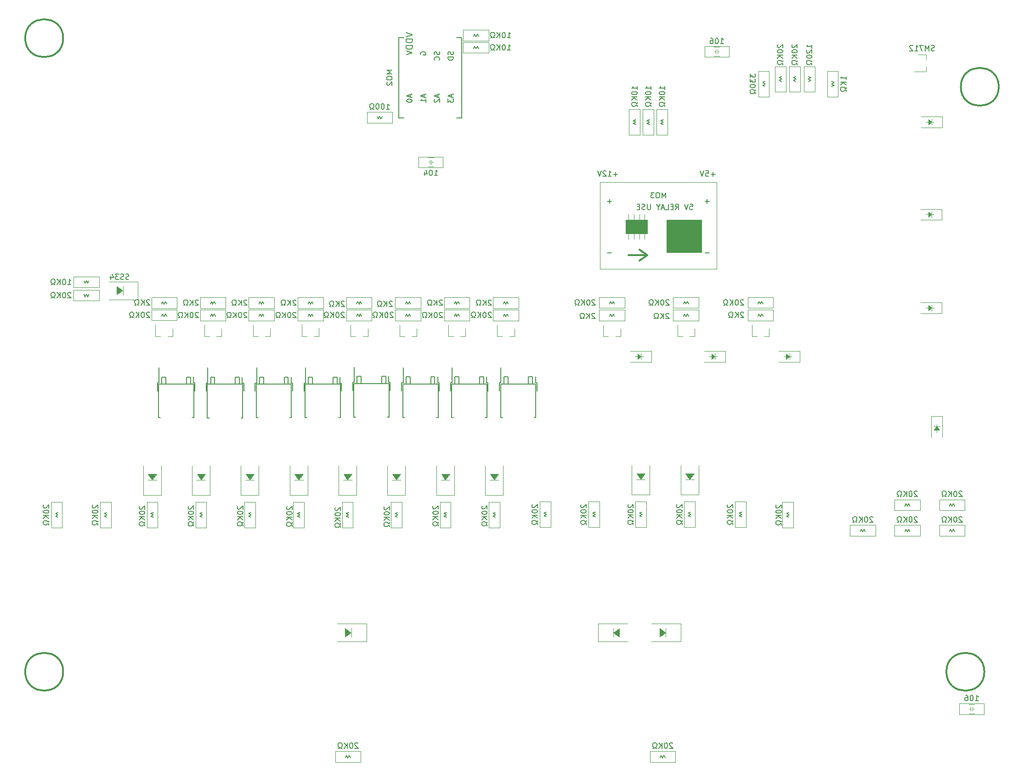
<source format=gbr>
%TF.GenerationSoftware,KiCad,Pcbnew,8.0.8*%
%TF.CreationDate,2025-02-05T20:28:34+09:00*%
%TF.ProjectId,Marre-BASE_V1.0,4d617272-652d-4424-9153-455f56312e30,rev?*%
%TF.SameCoordinates,Original*%
%TF.FileFunction,Legend,Bot*%
%TF.FilePolarity,Positive*%
%FSLAX46Y46*%
G04 Gerber Fmt 4.6, Leading zero omitted, Abs format (unit mm)*
G04 Created by KiCad (PCBNEW 8.0.8) date 2025-02-05 20:28:34*
%MOMM*%
%LPD*%
G01*
G04 APERTURE LIST*
%ADD10C,0.300000*%
%ADD11C,0.200000*%
%ADD12C,0.150000*%
%ADD13C,0.120000*%
%ADD14C,0.100000*%
%ADD15C,0.350000*%
G04 APERTURE END LIST*
D10*
X127480000Y-62475000D02*
G75*
G02*
X120480000Y-62475000I-3500000J0D01*
G01*
X120480000Y-62475000D02*
G75*
G02*
X127480000Y-62475000I3500000J0D01*
G01*
X297250000Y-179375000D02*
G75*
G02*
X290250000Y-179375000I-3500000J0D01*
G01*
X290250000Y-179375000D02*
G75*
G02*
X297250000Y-179375000I3500000J0D01*
G01*
X127480000Y-179375000D02*
G75*
G02*
X120480000Y-179375000I-3500000J0D01*
G01*
X120480000Y-179375000D02*
G75*
G02*
X127480000Y-179375000I3500000J0D01*
G01*
X299910000Y-71440000D02*
G75*
G02*
X292910000Y-71440000I-3500000J0D01*
G01*
X292910000Y-71440000D02*
G75*
G02*
X299910000Y-71440000I3500000J0D01*
G01*
D11*
X190664742Y-61440863D02*
X191864742Y-61840863D01*
X191864742Y-61840863D02*
X190664742Y-62240863D01*
X191864742Y-62640863D02*
X190664742Y-62640863D01*
X190664742Y-62640863D02*
X190664742Y-62926577D01*
X190664742Y-62926577D02*
X190721885Y-63098006D01*
X190721885Y-63098006D02*
X190836171Y-63212291D01*
X190836171Y-63212291D02*
X190950457Y-63269434D01*
X190950457Y-63269434D02*
X191179028Y-63326577D01*
X191179028Y-63326577D02*
X191350457Y-63326577D01*
X191350457Y-63326577D02*
X191579028Y-63269434D01*
X191579028Y-63269434D02*
X191693314Y-63212291D01*
X191693314Y-63212291D02*
X191807600Y-63098006D01*
X191807600Y-63098006D02*
X191864742Y-62926577D01*
X191864742Y-62926577D02*
X191864742Y-62640863D01*
X191864742Y-63840863D02*
X190664742Y-63840863D01*
X190664742Y-63840863D02*
X190664742Y-64126577D01*
X190664742Y-64126577D02*
X190721885Y-64298006D01*
X190721885Y-64298006D02*
X190836171Y-64412291D01*
X190836171Y-64412291D02*
X190950457Y-64469434D01*
X190950457Y-64469434D02*
X191179028Y-64526577D01*
X191179028Y-64526577D02*
X191350457Y-64526577D01*
X191350457Y-64526577D02*
X191579028Y-64469434D01*
X191579028Y-64469434D02*
X191693314Y-64412291D01*
X191693314Y-64412291D02*
X191807600Y-64298006D01*
X191807600Y-64298006D02*
X191864742Y-64126577D01*
X191864742Y-64126577D02*
X191864742Y-63840863D01*
X229661904Y-87576266D02*
X228900000Y-87576266D01*
X229280952Y-87957219D02*
X229280952Y-87195314D01*
X227900000Y-87957219D02*
X228471428Y-87957219D01*
X228185714Y-87957219D02*
X228185714Y-86957219D01*
X228185714Y-86957219D02*
X228280952Y-87100076D01*
X228280952Y-87100076D02*
X228376190Y-87195314D01*
X228376190Y-87195314D02*
X228471428Y-87242933D01*
X227519047Y-87052457D02*
X227471428Y-87004838D01*
X227471428Y-87004838D02*
X227376190Y-86957219D01*
X227376190Y-86957219D02*
X227138095Y-86957219D01*
X227138095Y-86957219D02*
X227042857Y-87004838D01*
X227042857Y-87004838D02*
X226995238Y-87052457D01*
X226995238Y-87052457D02*
X226947619Y-87147695D01*
X226947619Y-87147695D02*
X226947619Y-87242933D01*
X226947619Y-87242933D02*
X226995238Y-87385790D01*
X226995238Y-87385790D02*
X227566666Y-87957219D01*
X227566666Y-87957219D02*
X226947619Y-87957219D01*
X226661904Y-86957219D02*
X226328571Y-87957219D01*
X226328571Y-87957219D02*
X225995238Y-86957219D01*
D12*
X242997030Y-93094819D02*
X243473220Y-93094819D01*
X243473220Y-93094819D02*
X243520839Y-93571009D01*
X243520839Y-93571009D02*
X243473220Y-93523390D01*
X243473220Y-93523390D02*
X243377982Y-93475771D01*
X243377982Y-93475771D02*
X243139887Y-93475771D01*
X243139887Y-93475771D02*
X243044649Y-93523390D01*
X243044649Y-93523390D02*
X242997030Y-93571009D01*
X242997030Y-93571009D02*
X242949411Y-93666247D01*
X242949411Y-93666247D02*
X242949411Y-93904342D01*
X242949411Y-93904342D02*
X242997030Y-93999580D01*
X242997030Y-93999580D02*
X243044649Y-94047200D01*
X243044649Y-94047200D02*
X243139887Y-94094819D01*
X243139887Y-94094819D02*
X243377982Y-94094819D01*
X243377982Y-94094819D02*
X243473220Y-94047200D01*
X243473220Y-94047200D02*
X243520839Y-93999580D01*
X242663696Y-93094819D02*
X242330363Y-94094819D01*
X242330363Y-94094819D02*
X241997030Y-93094819D01*
X240330363Y-94094819D02*
X240663696Y-93618628D01*
X240901791Y-94094819D02*
X240901791Y-93094819D01*
X240901791Y-93094819D02*
X240520839Y-93094819D01*
X240520839Y-93094819D02*
X240425601Y-93142438D01*
X240425601Y-93142438D02*
X240377982Y-93190057D01*
X240377982Y-93190057D02*
X240330363Y-93285295D01*
X240330363Y-93285295D02*
X240330363Y-93428152D01*
X240330363Y-93428152D02*
X240377982Y-93523390D01*
X240377982Y-93523390D02*
X240425601Y-93571009D01*
X240425601Y-93571009D02*
X240520839Y-93618628D01*
X240520839Y-93618628D02*
X240901791Y-93618628D01*
X239901791Y-93571009D02*
X239568458Y-93571009D01*
X239425601Y-94094819D02*
X239901791Y-94094819D01*
X239901791Y-94094819D02*
X239901791Y-93094819D01*
X239901791Y-93094819D02*
X239425601Y-93094819D01*
X238520839Y-94094819D02*
X238997029Y-94094819D01*
X238997029Y-94094819D02*
X238997029Y-93094819D01*
X238235124Y-93809104D02*
X237758934Y-93809104D01*
X238330362Y-94094819D02*
X237997029Y-93094819D01*
X237997029Y-93094819D02*
X237663696Y-94094819D01*
X237139886Y-93618628D02*
X237139886Y-94094819D01*
X237473219Y-93094819D02*
X237139886Y-93618628D01*
X237139886Y-93618628D02*
X236806553Y-93094819D01*
X235711314Y-93094819D02*
X235711314Y-93904342D01*
X235711314Y-93904342D02*
X235663695Y-93999580D01*
X235663695Y-93999580D02*
X235616076Y-94047200D01*
X235616076Y-94047200D02*
X235520838Y-94094819D01*
X235520838Y-94094819D02*
X235330362Y-94094819D01*
X235330362Y-94094819D02*
X235235124Y-94047200D01*
X235235124Y-94047200D02*
X235187505Y-93999580D01*
X235187505Y-93999580D02*
X235139886Y-93904342D01*
X235139886Y-93904342D02*
X235139886Y-93094819D01*
X234711314Y-94047200D02*
X234568457Y-94094819D01*
X234568457Y-94094819D02*
X234330362Y-94094819D01*
X234330362Y-94094819D02*
X234235124Y-94047200D01*
X234235124Y-94047200D02*
X234187505Y-93999580D01*
X234187505Y-93999580D02*
X234139886Y-93904342D01*
X234139886Y-93904342D02*
X234139886Y-93809104D01*
X234139886Y-93809104D02*
X234187505Y-93713866D01*
X234187505Y-93713866D02*
X234235124Y-93666247D01*
X234235124Y-93666247D02*
X234330362Y-93618628D01*
X234330362Y-93618628D02*
X234520838Y-93571009D01*
X234520838Y-93571009D02*
X234616076Y-93523390D01*
X234616076Y-93523390D02*
X234663695Y-93475771D01*
X234663695Y-93475771D02*
X234711314Y-93380533D01*
X234711314Y-93380533D02*
X234711314Y-93285295D01*
X234711314Y-93285295D02*
X234663695Y-93190057D01*
X234663695Y-93190057D02*
X234616076Y-93142438D01*
X234616076Y-93142438D02*
X234520838Y-93094819D01*
X234520838Y-93094819D02*
X234282743Y-93094819D01*
X234282743Y-93094819D02*
X234139886Y-93142438D01*
X233711314Y-93571009D02*
X233377981Y-93571009D01*
X233235124Y-94094819D02*
X233711314Y-94094819D01*
X233711314Y-94094819D02*
X233711314Y-93094819D01*
X233711314Y-93094819D02*
X233235124Y-93094819D01*
X188086819Y-68421667D02*
X187086819Y-68421667D01*
X187086819Y-68421667D02*
X187801104Y-68755000D01*
X187801104Y-68755000D02*
X187086819Y-69088333D01*
X187086819Y-69088333D02*
X188086819Y-69088333D01*
X187086819Y-69755000D02*
X187086819Y-69945476D01*
X187086819Y-69945476D02*
X187134438Y-70040714D01*
X187134438Y-70040714D02*
X187229676Y-70135952D01*
X187229676Y-70135952D02*
X187420152Y-70183571D01*
X187420152Y-70183571D02*
X187753485Y-70183571D01*
X187753485Y-70183571D02*
X187943961Y-70135952D01*
X187943961Y-70135952D02*
X188039200Y-70040714D01*
X188039200Y-70040714D02*
X188086819Y-69945476D01*
X188086819Y-69945476D02*
X188086819Y-69755000D01*
X188086819Y-69755000D02*
X188039200Y-69659762D01*
X188039200Y-69659762D02*
X187943961Y-69564524D01*
X187943961Y-69564524D02*
X187753485Y-69516905D01*
X187753485Y-69516905D02*
X187420152Y-69516905D01*
X187420152Y-69516905D02*
X187229676Y-69564524D01*
X187229676Y-69564524D02*
X187134438Y-69659762D01*
X187134438Y-69659762D02*
X187086819Y-69755000D01*
X187182057Y-70564524D02*
X187134438Y-70612143D01*
X187134438Y-70612143D02*
X187086819Y-70707381D01*
X187086819Y-70707381D02*
X187086819Y-70945476D01*
X187086819Y-70945476D02*
X187134438Y-71040714D01*
X187134438Y-71040714D02*
X187182057Y-71088333D01*
X187182057Y-71088333D02*
X187277295Y-71135952D01*
X187277295Y-71135952D02*
X187372533Y-71135952D01*
X187372533Y-71135952D02*
X187515390Y-71088333D01*
X187515390Y-71088333D02*
X188086819Y-70516905D01*
X188086819Y-70516905D02*
X188086819Y-71135952D01*
X194024104Y-72863268D02*
X194024104Y-73339458D01*
X194309819Y-72768030D02*
X193309819Y-73101363D01*
X193309819Y-73101363D02*
X194309819Y-73434696D01*
X194309819Y-74291839D02*
X194309819Y-73720411D01*
X194309819Y-74006125D02*
X193309819Y-74006125D01*
X193309819Y-74006125D02*
X193452676Y-73910887D01*
X193452676Y-73910887D02*
X193547914Y-73815649D01*
X193547914Y-73815649D02*
X193595533Y-73720411D01*
X196802200Y-64964160D02*
X196849819Y-65107017D01*
X196849819Y-65107017D02*
X196849819Y-65345112D01*
X196849819Y-65345112D02*
X196802200Y-65440350D01*
X196802200Y-65440350D02*
X196754580Y-65487969D01*
X196754580Y-65487969D02*
X196659342Y-65535588D01*
X196659342Y-65535588D02*
X196564104Y-65535588D01*
X196564104Y-65535588D02*
X196468866Y-65487969D01*
X196468866Y-65487969D02*
X196421247Y-65440350D01*
X196421247Y-65440350D02*
X196373628Y-65345112D01*
X196373628Y-65345112D02*
X196326009Y-65154636D01*
X196326009Y-65154636D02*
X196278390Y-65059398D01*
X196278390Y-65059398D02*
X196230771Y-65011779D01*
X196230771Y-65011779D02*
X196135533Y-64964160D01*
X196135533Y-64964160D02*
X196040295Y-64964160D01*
X196040295Y-64964160D02*
X195945057Y-65011779D01*
X195945057Y-65011779D02*
X195897438Y-65059398D01*
X195897438Y-65059398D02*
X195849819Y-65154636D01*
X195849819Y-65154636D02*
X195849819Y-65392731D01*
X195849819Y-65392731D02*
X195897438Y-65535588D01*
X196754580Y-66535588D02*
X196802200Y-66487969D01*
X196802200Y-66487969D02*
X196849819Y-66345112D01*
X196849819Y-66345112D02*
X196849819Y-66249874D01*
X196849819Y-66249874D02*
X196802200Y-66107017D01*
X196802200Y-66107017D02*
X196706961Y-66011779D01*
X196706961Y-66011779D02*
X196611723Y-65964160D01*
X196611723Y-65964160D02*
X196421247Y-65916541D01*
X196421247Y-65916541D02*
X196278390Y-65916541D01*
X196278390Y-65916541D02*
X196087914Y-65964160D01*
X196087914Y-65964160D02*
X195992676Y-66011779D01*
X195992676Y-66011779D02*
X195897438Y-66107017D01*
X195897438Y-66107017D02*
X195849819Y-66249874D01*
X195849819Y-66249874D02*
X195849819Y-66345112D01*
X195849819Y-66345112D02*
X195897438Y-66487969D01*
X195897438Y-66487969D02*
X195945057Y-66535588D01*
X193357438Y-65535588D02*
X193309819Y-65440350D01*
X193309819Y-65440350D02*
X193309819Y-65297493D01*
X193309819Y-65297493D02*
X193357438Y-65154636D01*
X193357438Y-65154636D02*
X193452676Y-65059398D01*
X193452676Y-65059398D02*
X193547914Y-65011779D01*
X193547914Y-65011779D02*
X193738390Y-64964160D01*
X193738390Y-64964160D02*
X193881247Y-64964160D01*
X193881247Y-64964160D02*
X194071723Y-65011779D01*
X194071723Y-65011779D02*
X194166961Y-65059398D01*
X194166961Y-65059398D02*
X194262200Y-65154636D01*
X194262200Y-65154636D02*
X194309819Y-65297493D01*
X194309819Y-65297493D02*
X194309819Y-65392731D01*
X194309819Y-65392731D02*
X194262200Y-65535588D01*
X194262200Y-65535588D02*
X194214580Y-65583207D01*
X194214580Y-65583207D02*
X193881247Y-65583207D01*
X193881247Y-65583207D02*
X193881247Y-65392731D01*
X199342200Y-64964160D02*
X199389819Y-65107017D01*
X199389819Y-65107017D02*
X199389819Y-65345112D01*
X199389819Y-65345112D02*
X199342200Y-65440350D01*
X199342200Y-65440350D02*
X199294580Y-65487969D01*
X199294580Y-65487969D02*
X199199342Y-65535588D01*
X199199342Y-65535588D02*
X199104104Y-65535588D01*
X199104104Y-65535588D02*
X199008866Y-65487969D01*
X199008866Y-65487969D02*
X198961247Y-65440350D01*
X198961247Y-65440350D02*
X198913628Y-65345112D01*
X198913628Y-65345112D02*
X198866009Y-65154636D01*
X198866009Y-65154636D02*
X198818390Y-65059398D01*
X198818390Y-65059398D02*
X198770771Y-65011779D01*
X198770771Y-65011779D02*
X198675533Y-64964160D01*
X198675533Y-64964160D02*
X198580295Y-64964160D01*
X198580295Y-64964160D02*
X198485057Y-65011779D01*
X198485057Y-65011779D02*
X198437438Y-65059398D01*
X198437438Y-65059398D02*
X198389819Y-65154636D01*
X198389819Y-65154636D02*
X198389819Y-65392731D01*
X198389819Y-65392731D02*
X198437438Y-65535588D01*
X199389819Y-65964160D02*
X198389819Y-65964160D01*
X198389819Y-65964160D02*
X198389819Y-66202255D01*
X198389819Y-66202255D02*
X198437438Y-66345112D01*
X198437438Y-66345112D02*
X198532676Y-66440350D01*
X198532676Y-66440350D02*
X198627914Y-66487969D01*
X198627914Y-66487969D02*
X198818390Y-66535588D01*
X198818390Y-66535588D02*
X198961247Y-66535588D01*
X198961247Y-66535588D02*
X199151723Y-66487969D01*
X199151723Y-66487969D02*
X199246961Y-66440350D01*
X199246961Y-66440350D02*
X199342200Y-66345112D01*
X199342200Y-66345112D02*
X199389819Y-66202255D01*
X199389819Y-66202255D02*
X199389819Y-65964160D01*
X190769819Y-64868922D02*
X191769819Y-65202255D01*
X191769819Y-65202255D02*
X190769819Y-65535588D01*
X196564104Y-72863268D02*
X196564104Y-73339458D01*
X196849819Y-72768030D02*
X195849819Y-73101363D01*
X195849819Y-73101363D02*
X196849819Y-73434696D01*
X195945057Y-73720411D02*
X195897438Y-73768030D01*
X195897438Y-73768030D02*
X195849819Y-73863268D01*
X195849819Y-73863268D02*
X195849819Y-74101363D01*
X195849819Y-74101363D02*
X195897438Y-74196601D01*
X195897438Y-74196601D02*
X195945057Y-74244220D01*
X195945057Y-74244220D02*
X196040295Y-74291839D01*
X196040295Y-74291839D02*
X196135533Y-74291839D01*
X196135533Y-74291839D02*
X196278390Y-74244220D01*
X196278390Y-74244220D02*
X196849819Y-73672792D01*
X196849819Y-73672792D02*
X196849819Y-74291839D01*
X199104104Y-72863268D02*
X199104104Y-73339458D01*
X199389819Y-72768030D02*
X198389819Y-73101363D01*
X198389819Y-73101363D02*
X199389819Y-73434696D01*
X198389819Y-73672792D02*
X198389819Y-74291839D01*
X198389819Y-74291839D02*
X198770771Y-73958506D01*
X198770771Y-73958506D02*
X198770771Y-74101363D01*
X198770771Y-74101363D02*
X198818390Y-74196601D01*
X198818390Y-74196601D02*
X198866009Y-74244220D01*
X198866009Y-74244220D02*
X198961247Y-74291839D01*
X198961247Y-74291839D02*
X199199342Y-74291839D01*
X199199342Y-74291839D02*
X199294580Y-74244220D01*
X199294580Y-74244220D02*
X199342200Y-74196601D01*
X199342200Y-74196601D02*
X199389819Y-74101363D01*
X199389819Y-74101363D02*
X199389819Y-73815649D01*
X199389819Y-73815649D02*
X199342200Y-73720411D01*
X199342200Y-73720411D02*
X199294580Y-73672792D01*
X191484104Y-72863268D02*
X191484104Y-73339458D01*
X191769819Y-72768030D02*
X190769819Y-73101363D01*
X190769819Y-73101363D02*
X191769819Y-73434696D01*
X190769819Y-73958506D02*
X190769819Y-74053744D01*
X190769819Y-74053744D02*
X190817438Y-74148982D01*
X190817438Y-74148982D02*
X190865057Y-74196601D01*
X190865057Y-74196601D02*
X190960295Y-74244220D01*
X190960295Y-74244220D02*
X191150771Y-74291839D01*
X191150771Y-74291839D02*
X191388866Y-74291839D01*
X191388866Y-74291839D02*
X191579342Y-74244220D01*
X191579342Y-74244220D02*
X191674580Y-74196601D01*
X191674580Y-74196601D02*
X191722200Y-74148982D01*
X191722200Y-74148982D02*
X191769819Y-74053744D01*
X191769819Y-74053744D02*
X191769819Y-73958506D01*
X191769819Y-73958506D02*
X191722200Y-73863268D01*
X191722200Y-73863268D02*
X191674580Y-73815649D01*
X191674580Y-73815649D02*
X191579342Y-73768030D01*
X191579342Y-73768030D02*
X191388866Y-73720411D01*
X191388866Y-73720411D02*
X191150771Y-73720411D01*
X191150771Y-73720411D02*
X190960295Y-73768030D01*
X190960295Y-73768030D02*
X190865057Y-73815649D01*
X190865057Y-73815649D02*
X190817438Y-73863268D01*
X190817438Y-73863268D02*
X190769819Y-73958506D01*
X295576666Y-184719819D02*
X296148094Y-184719819D01*
X295862380Y-184719819D02*
X295862380Y-183719819D01*
X295862380Y-183719819D02*
X295957618Y-183862676D01*
X295957618Y-183862676D02*
X296052856Y-183957914D01*
X296052856Y-183957914D02*
X296148094Y-184005533D01*
X294957618Y-183719819D02*
X294862380Y-183719819D01*
X294862380Y-183719819D02*
X294767142Y-183767438D01*
X294767142Y-183767438D02*
X294719523Y-183815057D01*
X294719523Y-183815057D02*
X294671904Y-183910295D01*
X294671904Y-183910295D02*
X294624285Y-184100771D01*
X294624285Y-184100771D02*
X294624285Y-184338866D01*
X294624285Y-184338866D02*
X294671904Y-184529342D01*
X294671904Y-184529342D02*
X294719523Y-184624580D01*
X294719523Y-184624580D02*
X294767142Y-184672200D01*
X294767142Y-184672200D02*
X294862380Y-184719819D01*
X294862380Y-184719819D02*
X294957618Y-184719819D01*
X294957618Y-184719819D02*
X295052856Y-184672200D01*
X295052856Y-184672200D02*
X295100475Y-184624580D01*
X295100475Y-184624580D02*
X295148094Y-184529342D01*
X295148094Y-184529342D02*
X295195713Y-184338866D01*
X295195713Y-184338866D02*
X295195713Y-184100771D01*
X295195713Y-184100771D02*
X295148094Y-183910295D01*
X295148094Y-183910295D02*
X295100475Y-183815057D01*
X295100475Y-183815057D02*
X295052856Y-183767438D01*
X295052856Y-183767438D02*
X294957618Y-183719819D01*
X293767142Y-183719819D02*
X293957618Y-183719819D01*
X293957618Y-183719819D02*
X294052856Y-183767438D01*
X294052856Y-183767438D02*
X294100475Y-183815057D01*
X294100475Y-183815057D02*
X294195713Y-183957914D01*
X294195713Y-183957914D02*
X294243332Y-184148390D01*
X294243332Y-184148390D02*
X294243332Y-184529342D01*
X294243332Y-184529342D02*
X294195713Y-184624580D01*
X294195713Y-184624580D02*
X294148094Y-184672200D01*
X294148094Y-184672200D02*
X294052856Y-184719819D01*
X294052856Y-184719819D02*
X293862380Y-184719819D01*
X293862380Y-184719819D02*
X293767142Y-184672200D01*
X293767142Y-184672200D02*
X293719523Y-184624580D01*
X293719523Y-184624580D02*
X293671904Y-184529342D01*
X293671904Y-184529342D02*
X293671904Y-184291247D01*
X293671904Y-184291247D02*
X293719523Y-184196009D01*
X293719523Y-184196009D02*
X293767142Y-184148390D01*
X293767142Y-184148390D02*
X293862380Y-184100771D01*
X293862380Y-184100771D02*
X294052856Y-184100771D01*
X294052856Y-184100771D02*
X294148094Y-184148390D01*
X294148094Y-184148390D02*
X294195713Y-184196009D01*
X294195713Y-184196009D02*
X294243332Y-184291247D01*
X252857142Y-113135057D02*
X252809523Y-113087438D01*
X252809523Y-113087438D02*
X252714285Y-113039819D01*
X252714285Y-113039819D02*
X252476190Y-113039819D01*
X252476190Y-113039819D02*
X252380952Y-113087438D01*
X252380952Y-113087438D02*
X252333333Y-113135057D01*
X252333333Y-113135057D02*
X252285714Y-113230295D01*
X252285714Y-113230295D02*
X252285714Y-113325533D01*
X252285714Y-113325533D02*
X252333333Y-113468390D01*
X252333333Y-113468390D02*
X252904761Y-114039819D01*
X252904761Y-114039819D02*
X252285714Y-114039819D01*
X251857142Y-114039819D02*
X251857142Y-113039819D01*
X251285714Y-114039819D02*
X251714285Y-113468390D01*
X251285714Y-113039819D02*
X251857142Y-113611247D01*
X250904761Y-114039819D02*
X250666666Y-114039819D01*
X250666666Y-114039819D02*
X250666666Y-113849342D01*
X250666666Y-113849342D02*
X250761904Y-113801723D01*
X250761904Y-113801723D02*
X250857142Y-113706485D01*
X250857142Y-113706485D02*
X250904761Y-113563628D01*
X250904761Y-113563628D02*
X250904761Y-113325533D01*
X250904761Y-113325533D02*
X250857142Y-113182676D01*
X250857142Y-113182676D02*
X250761904Y-113087438D01*
X250761904Y-113087438D02*
X250619047Y-113039819D01*
X250619047Y-113039819D02*
X250428571Y-113039819D01*
X250428571Y-113039819D02*
X250285714Y-113087438D01*
X250285714Y-113087438D02*
X250190476Y-113182676D01*
X250190476Y-113182676D02*
X250142857Y-113325533D01*
X250142857Y-113325533D02*
X250142857Y-113563628D01*
X250142857Y-113563628D02*
X250190476Y-113706485D01*
X250190476Y-113706485D02*
X250285714Y-113801723D01*
X250285714Y-113801723D02*
X250380952Y-113849342D01*
X250380952Y-113849342D02*
X250380952Y-114039819D01*
X250380952Y-114039819D02*
X250142857Y-114039819D01*
X143386689Y-113115057D02*
X143339070Y-113067438D01*
X143339070Y-113067438D02*
X143243832Y-113019819D01*
X143243832Y-113019819D02*
X143005737Y-113019819D01*
X143005737Y-113019819D02*
X142910499Y-113067438D01*
X142910499Y-113067438D02*
X142862880Y-113115057D01*
X142862880Y-113115057D02*
X142815261Y-113210295D01*
X142815261Y-113210295D02*
X142815261Y-113305533D01*
X142815261Y-113305533D02*
X142862880Y-113448390D01*
X142862880Y-113448390D02*
X143434308Y-114019819D01*
X143434308Y-114019819D02*
X142815261Y-114019819D01*
X142196213Y-113019819D02*
X142100975Y-113019819D01*
X142100975Y-113019819D02*
X142005737Y-113067438D01*
X142005737Y-113067438D02*
X141958118Y-113115057D01*
X141958118Y-113115057D02*
X141910499Y-113210295D01*
X141910499Y-113210295D02*
X141862880Y-113400771D01*
X141862880Y-113400771D02*
X141862880Y-113638866D01*
X141862880Y-113638866D02*
X141910499Y-113829342D01*
X141910499Y-113829342D02*
X141958118Y-113924580D01*
X141958118Y-113924580D02*
X142005737Y-113972200D01*
X142005737Y-113972200D02*
X142100975Y-114019819D01*
X142100975Y-114019819D02*
X142196213Y-114019819D01*
X142196213Y-114019819D02*
X142291451Y-113972200D01*
X142291451Y-113972200D02*
X142339070Y-113924580D01*
X142339070Y-113924580D02*
X142386689Y-113829342D01*
X142386689Y-113829342D02*
X142434308Y-113638866D01*
X142434308Y-113638866D02*
X142434308Y-113400771D01*
X142434308Y-113400771D02*
X142386689Y-113210295D01*
X142386689Y-113210295D02*
X142339070Y-113115057D01*
X142339070Y-113115057D02*
X142291451Y-113067438D01*
X142291451Y-113067438D02*
X142196213Y-113019819D01*
X141434308Y-114019819D02*
X141434308Y-113019819D01*
X140862880Y-114019819D02*
X141291451Y-113448390D01*
X140862880Y-113019819D02*
X141434308Y-113591247D01*
X140481927Y-114019819D02*
X140243832Y-114019819D01*
X140243832Y-114019819D02*
X140243832Y-113829342D01*
X140243832Y-113829342D02*
X140339070Y-113781723D01*
X140339070Y-113781723D02*
X140434308Y-113686485D01*
X140434308Y-113686485D02*
X140481927Y-113543628D01*
X140481927Y-113543628D02*
X140481927Y-113305533D01*
X140481927Y-113305533D02*
X140434308Y-113162676D01*
X140434308Y-113162676D02*
X140339070Y-113067438D01*
X140339070Y-113067438D02*
X140196213Y-113019819D01*
X140196213Y-113019819D02*
X140005737Y-113019819D01*
X140005737Y-113019819D02*
X139862880Y-113067438D01*
X139862880Y-113067438D02*
X139767642Y-113162676D01*
X139767642Y-113162676D02*
X139720023Y-113305533D01*
X139720023Y-113305533D02*
X139720023Y-113543628D01*
X139720023Y-113543628D02*
X139767642Y-113686485D01*
X139767642Y-113686485D02*
X139862880Y-113781723D01*
X139862880Y-113781723D02*
X139958118Y-113829342D01*
X139958118Y-113829342D02*
X139958118Y-114019819D01*
X139958118Y-114019819D02*
X139720023Y-114019819D01*
X177680057Y-149064160D02*
X177632438Y-149111779D01*
X177632438Y-149111779D02*
X177584819Y-149207017D01*
X177584819Y-149207017D02*
X177584819Y-149445112D01*
X177584819Y-149445112D02*
X177632438Y-149540350D01*
X177632438Y-149540350D02*
X177680057Y-149587969D01*
X177680057Y-149587969D02*
X177775295Y-149635588D01*
X177775295Y-149635588D02*
X177870533Y-149635588D01*
X177870533Y-149635588D02*
X178013390Y-149587969D01*
X178013390Y-149587969D02*
X178584819Y-149016541D01*
X178584819Y-149016541D02*
X178584819Y-149635588D01*
X177584819Y-150254636D02*
X177584819Y-150349874D01*
X177584819Y-150349874D02*
X177632438Y-150445112D01*
X177632438Y-150445112D02*
X177680057Y-150492731D01*
X177680057Y-150492731D02*
X177775295Y-150540350D01*
X177775295Y-150540350D02*
X177965771Y-150587969D01*
X177965771Y-150587969D02*
X178203866Y-150587969D01*
X178203866Y-150587969D02*
X178394342Y-150540350D01*
X178394342Y-150540350D02*
X178489580Y-150492731D01*
X178489580Y-150492731D02*
X178537200Y-150445112D01*
X178537200Y-150445112D02*
X178584819Y-150349874D01*
X178584819Y-150349874D02*
X178584819Y-150254636D01*
X178584819Y-150254636D02*
X178537200Y-150159398D01*
X178537200Y-150159398D02*
X178489580Y-150111779D01*
X178489580Y-150111779D02*
X178394342Y-150064160D01*
X178394342Y-150064160D02*
X178203866Y-150016541D01*
X178203866Y-150016541D02*
X177965771Y-150016541D01*
X177965771Y-150016541D02*
X177775295Y-150064160D01*
X177775295Y-150064160D02*
X177680057Y-150111779D01*
X177680057Y-150111779D02*
X177632438Y-150159398D01*
X177632438Y-150159398D02*
X177584819Y-150254636D01*
X178584819Y-151016541D02*
X177584819Y-151016541D01*
X178584819Y-151587969D02*
X178013390Y-151159398D01*
X177584819Y-151587969D02*
X178156247Y-151016541D01*
X178584819Y-151968922D02*
X178584819Y-152207017D01*
X178584819Y-152207017D02*
X178394342Y-152207017D01*
X178394342Y-152207017D02*
X178346723Y-152111779D01*
X178346723Y-152111779D02*
X178251485Y-152016541D01*
X178251485Y-152016541D02*
X178108628Y-151968922D01*
X178108628Y-151968922D02*
X177870533Y-151968922D01*
X177870533Y-151968922D02*
X177727676Y-152016541D01*
X177727676Y-152016541D02*
X177632438Y-152111779D01*
X177632438Y-152111779D02*
X177584819Y-152254636D01*
X177584819Y-152254636D02*
X177584819Y-152445112D01*
X177584819Y-152445112D02*
X177632438Y-152587969D01*
X177632438Y-152587969D02*
X177727676Y-152683207D01*
X177727676Y-152683207D02*
X177870533Y-152730826D01*
X177870533Y-152730826D02*
X178108628Y-152730826D01*
X178108628Y-152730826D02*
X178251485Y-152683207D01*
X178251485Y-152683207D02*
X178346723Y-152587969D01*
X178346723Y-152587969D02*
X178394342Y-152492731D01*
X178394342Y-152492731D02*
X178584819Y-152492731D01*
X178584819Y-152492731D02*
X178584819Y-152730826D01*
X240630057Y-148511667D02*
X240582438Y-148559286D01*
X240582438Y-148559286D02*
X240534819Y-148654524D01*
X240534819Y-148654524D02*
X240534819Y-148892619D01*
X240534819Y-148892619D02*
X240582438Y-148987857D01*
X240582438Y-148987857D02*
X240630057Y-149035476D01*
X240630057Y-149035476D02*
X240725295Y-149083095D01*
X240725295Y-149083095D02*
X240820533Y-149083095D01*
X240820533Y-149083095D02*
X240963390Y-149035476D01*
X240963390Y-149035476D02*
X241534819Y-148464048D01*
X241534819Y-148464048D02*
X241534819Y-149083095D01*
X240534819Y-149702143D02*
X240534819Y-149797381D01*
X240534819Y-149797381D02*
X240582438Y-149892619D01*
X240582438Y-149892619D02*
X240630057Y-149940238D01*
X240630057Y-149940238D02*
X240725295Y-149987857D01*
X240725295Y-149987857D02*
X240915771Y-150035476D01*
X240915771Y-150035476D02*
X241153866Y-150035476D01*
X241153866Y-150035476D02*
X241344342Y-149987857D01*
X241344342Y-149987857D02*
X241439580Y-149940238D01*
X241439580Y-149940238D02*
X241487200Y-149892619D01*
X241487200Y-149892619D02*
X241534819Y-149797381D01*
X241534819Y-149797381D02*
X241534819Y-149702143D01*
X241534819Y-149702143D02*
X241487200Y-149606905D01*
X241487200Y-149606905D02*
X241439580Y-149559286D01*
X241439580Y-149559286D02*
X241344342Y-149511667D01*
X241344342Y-149511667D02*
X241153866Y-149464048D01*
X241153866Y-149464048D02*
X240915771Y-149464048D01*
X240915771Y-149464048D02*
X240725295Y-149511667D01*
X240725295Y-149511667D02*
X240630057Y-149559286D01*
X240630057Y-149559286D02*
X240582438Y-149606905D01*
X240582438Y-149606905D02*
X240534819Y-149702143D01*
X241534819Y-150464048D02*
X240534819Y-150464048D01*
X241534819Y-151035476D02*
X240963390Y-150606905D01*
X240534819Y-151035476D02*
X241106247Y-150464048D01*
X241534819Y-151416429D02*
X241534819Y-151654524D01*
X241534819Y-151654524D02*
X241344342Y-151654524D01*
X241344342Y-151654524D02*
X241296723Y-151559286D01*
X241296723Y-151559286D02*
X241201485Y-151464048D01*
X241201485Y-151464048D02*
X241058628Y-151416429D01*
X241058628Y-151416429D02*
X240820533Y-151416429D01*
X240820533Y-151416429D02*
X240677676Y-151464048D01*
X240677676Y-151464048D02*
X240582438Y-151559286D01*
X240582438Y-151559286D02*
X240534819Y-151702143D01*
X240534819Y-151702143D02*
X240534819Y-151892619D01*
X240534819Y-151892619D02*
X240582438Y-152035476D01*
X240582438Y-152035476D02*
X240677676Y-152130714D01*
X240677676Y-152130714D02*
X240820533Y-152178333D01*
X240820533Y-152178333D02*
X241058628Y-152178333D01*
X241058628Y-152178333D02*
X241201485Y-152130714D01*
X241201485Y-152130714D02*
X241296723Y-152035476D01*
X241296723Y-152035476D02*
X241344342Y-151940238D01*
X241344342Y-151940238D02*
X241534819Y-151940238D01*
X241534819Y-151940238D02*
X241534819Y-152178333D01*
X152378802Y-110860057D02*
X152331183Y-110812438D01*
X152331183Y-110812438D02*
X152235945Y-110764819D01*
X152235945Y-110764819D02*
X151997850Y-110764819D01*
X151997850Y-110764819D02*
X151902612Y-110812438D01*
X151902612Y-110812438D02*
X151854993Y-110860057D01*
X151854993Y-110860057D02*
X151807374Y-110955295D01*
X151807374Y-110955295D02*
X151807374Y-111050533D01*
X151807374Y-111050533D02*
X151854993Y-111193390D01*
X151854993Y-111193390D02*
X152426421Y-111764819D01*
X152426421Y-111764819D02*
X151807374Y-111764819D01*
X151378802Y-111764819D02*
X151378802Y-110764819D01*
X150807374Y-111764819D02*
X151235945Y-111193390D01*
X150807374Y-110764819D02*
X151378802Y-111336247D01*
X150426421Y-111764819D02*
X150188326Y-111764819D01*
X150188326Y-111764819D02*
X150188326Y-111574342D01*
X150188326Y-111574342D02*
X150283564Y-111526723D01*
X150283564Y-111526723D02*
X150378802Y-111431485D01*
X150378802Y-111431485D02*
X150426421Y-111288628D01*
X150426421Y-111288628D02*
X150426421Y-111050533D01*
X150426421Y-111050533D02*
X150378802Y-110907676D01*
X150378802Y-110907676D02*
X150283564Y-110812438D01*
X150283564Y-110812438D02*
X150140707Y-110764819D01*
X150140707Y-110764819D02*
X149950231Y-110764819D01*
X149950231Y-110764819D02*
X149807374Y-110812438D01*
X149807374Y-110812438D02*
X149712136Y-110907676D01*
X149712136Y-110907676D02*
X149664517Y-111050533D01*
X149664517Y-111050533D02*
X149664517Y-111288628D01*
X149664517Y-111288628D02*
X149712136Y-111431485D01*
X149712136Y-111431485D02*
X149807374Y-111526723D01*
X149807374Y-111526723D02*
X149902612Y-111574342D01*
X149902612Y-111574342D02*
X149902612Y-111764819D01*
X149902612Y-111764819D02*
X149664517Y-111764819D01*
X254064819Y-69047857D02*
X254064819Y-69666904D01*
X254064819Y-69666904D02*
X254445771Y-69333571D01*
X254445771Y-69333571D02*
X254445771Y-69476428D01*
X254445771Y-69476428D02*
X254493390Y-69571666D01*
X254493390Y-69571666D02*
X254541009Y-69619285D01*
X254541009Y-69619285D02*
X254636247Y-69666904D01*
X254636247Y-69666904D02*
X254874342Y-69666904D01*
X254874342Y-69666904D02*
X254969580Y-69619285D01*
X254969580Y-69619285D02*
X255017200Y-69571666D01*
X255017200Y-69571666D02*
X255064819Y-69476428D01*
X255064819Y-69476428D02*
X255064819Y-69190714D01*
X255064819Y-69190714D02*
X255017200Y-69095476D01*
X255017200Y-69095476D02*
X254969580Y-69047857D01*
X254064819Y-70000238D02*
X254064819Y-70619285D01*
X254064819Y-70619285D02*
X254445771Y-70285952D01*
X254445771Y-70285952D02*
X254445771Y-70428809D01*
X254445771Y-70428809D02*
X254493390Y-70524047D01*
X254493390Y-70524047D02*
X254541009Y-70571666D01*
X254541009Y-70571666D02*
X254636247Y-70619285D01*
X254636247Y-70619285D02*
X254874342Y-70619285D01*
X254874342Y-70619285D02*
X254969580Y-70571666D01*
X254969580Y-70571666D02*
X255017200Y-70524047D01*
X255017200Y-70524047D02*
X255064819Y-70428809D01*
X255064819Y-70428809D02*
X255064819Y-70143095D01*
X255064819Y-70143095D02*
X255017200Y-70047857D01*
X255017200Y-70047857D02*
X254969580Y-70000238D01*
X254064819Y-71238333D02*
X254064819Y-71333571D01*
X254064819Y-71333571D02*
X254112438Y-71428809D01*
X254112438Y-71428809D02*
X254160057Y-71476428D01*
X254160057Y-71476428D02*
X254255295Y-71524047D01*
X254255295Y-71524047D02*
X254445771Y-71571666D01*
X254445771Y-71571666D02*
X254683866Y-71571666D01*
X254683866Y-71571666D02*
X254874342Y-71524047D01*
X254874342Y-71524047D02*
X254969580Y-71476428D01*
X254969580Y-71476428D02*
X255017200Y-71428809D01*
X255017200Y-71428809D02*
X255064819Y-71333571D01*
X255064819Y-71333571D02*
X255064819Y-71238333D01*
X255064819Y-71238333D02*
X255017200Y-71143095D01*
X255017200Y-71143095D02*
X254969580Y-71095476D01*
X254969580Y-71095476D02*
X254874342Y-71047857D01*
X254874342Y-71047857D02*
X254683866Y-71000238D01*
X254683866Y-71000238D02*
X254445771Y-71000238D01*
X254445771Y-71000238D02*
X254255295Y-71047857D01*
X254255295Y-71047857D02*
X254160057Y-71095476D01*
X254160057Y-71095476D02*
X254112438Y-71143095D01*
X254112438Y-71143095D02*
X254064819Y-71238333D01*
X255064819Y-71952619D02*
X255064819Y-72190714D01*
X255064819Y-72190714D02*
X254874342Y-72190714D01*
X254874342Y-72190714D02*
X254826723Y-72095476D01*
X254826723Y-72095476D02*
X254731485Y-72000238D01*
X254731485Y-72000238D02*
X254588628Y-71952619D01*
X254588628Y-71952619D02*
X254350533Y-71952619D01*
X254350533Y-71952619D02*
X254207676Y-72000238D01*
X254207676Y-72000238D02*
X254112438Y-72095476D01*
X254112438Y-72095476D02*
X254064819Y-72238333D01*
X254064819Y-72238333D02*
X254064819Y-72428809D01*
X254064819Y-72428809D02*
X254112438Y-72571666D01*
X254112438Y-72571666D02*
X254207676Y-72666904D01*
X254207676Y-72666904D02*
X254350533Y-72714523D01*
X254350533Y-72714523D02*
X254588628Y-72714523D01*
X254588628Y-72714523D02*
X254731485Y-72666904D01*
X254731485Y-72666904D02*
X254826723Y-72571666D01*
X254826723Y-72571666D02*
X254874342Y-72476428D01*
X254874342Y-72476428D02*
X255064819Y-72476428D01*
X255064819Y-72476428D02*
X255064819Y-72714523D01*
X231630057Y-148511667D02*
X231582438Y-148559286D01*
X231582438Y-148559286D02*
X231534819Y-148654524D01*
X231534819Y-148654524D02*
X231534819Y-148892619D01*
X231534819Y-148892619D02*
X231582438Y-148987857D01*
X231582438Y-148987857D02*
X231630057Y-149035476D01*
X231630057Y-149035476D02*
X231725295Y-149083095D01*
X231725295Y-149083095D02*
X231820533Y-149083095D01*
X231820533Y-149083095D02*
X231963390Y-149035476D01*
X231963390Y-149035476D02*
X232534819Y-148464048D01*
X232534819Y-148464048D02*
X232534819Y-149083095D01*
X231534819Y-149702143D02*
X231534819Y-149797381D01*
X231534819Y-149797381D02*
X231582438Y-149892619D01*
X231582438Y-149892619D02*
X231630057Y-149940238D01*
X231630057Y-149940238D02*
X231725295Y-149987857D01*
X231725295Y-149987857D02*
X231915771Y-150035476D01*
X231915771Y-150035476D02*
X232153866Y-150035476D01*
X232153866Y-150035476D02*
X232344342Y-149987857D01*
X232344342Y-149987857D02*
X232439580Y-149940238D01*
X232439580Y-149940238D02*
X232487200Y-149892619D01*
X232487200Y-149892619D02*
X232534819Y-149797381D01*
X232534819Y-149797381D02*
X232534819Y-149702143D01*
X232534819Y-149702143D02*
X232487200Y-149606905D01*
X232487200Y-149606905D02*
X232439580Y-149559286D01*
X232439580Y-149559286D02*
X232344342Y-149511667D01*
X232344342Y-149511667D02*
X232153866Y-149464048D01*
X232153866Y-149464048D02*
X231915771Y-149464048D01*
X231915771Y-149464048D02*
X231725295Y-149511667D01*
X231725295Y-149511667D02*
X231630057Y-149559286D01*
X231630057Y-149559286D02*
X231582438Y-149606905D01*
X231582438Y-149606905D02*
X231534819Y-149702143D01*
X232534819Y-150464048D02*
X231534819Y-150464048D01*
X232534819Y-151035476D02*
X231963390Y-150606905D01*
X231534819Y-151035476D02*
X232106247Y-150464048D01*
X232534819Y-151416429D02*
X232534819Y-151654524D01*
X232534819Y-151654524D02*
X232344342Y-151654524D01*
X232344342Y-151654524D02*
X232296723Y-151559286D01*
X232296723Y-151559286D02*
X232201485Y-151464048D01*
X232201485Y-151464048D02*
X232058628Y-151416429D01*
X232058628Y-151416429D02*
X231820533Y-151416429D01*
X231820533Y-151416429D02*
X231677676Y-151464048D01*
X231677676Y-151464048D02*
X231582438Y-151559286D01*
X231582438Y-151559286D02*
X231534819Y-151702143D01*
X231534819Y-151702143D02*
X231534819Y-151892619D01*
X231534819Y-151892619D02*
X231582438Y-152035476D01*
X231582438Y-152035476D02*
X231677676Y-152130714D01*
X231677676Y-152130714D02*
X231820533Y-152178333D01*
X231820533Y-152178333D02*
X232058628Y-152178333D01*
X232058628Y-152178333D02*
X232201485Y-152130714D01*
X232201485Y-152130714D02*
X232296723Y-152035476D01*
X232296723Y-152035476D02*
X232344342Y-151940238D01*
X232344342Y-151940238D02*
X232534819Y-151940238D01*
X232534819Y-151940238D02*
X232534819Y-152178333D01*
X239793332Y-192590057D02*
X239745713Y-192542438D01*
X239745713Y-192542438D02*
X239650475Y-192494819D01*
X239650475Y-192494819D02*
X239412380Y-192494819D01*
X239412380Y-192494819D02*
X239317142Y-192542438D01*
X239317142Y-192542438D02*
X239269523Y-192590057D01*
X239269523Y-192590057D02*
X239221904Y-192685295D01*
X239221904Y-192685295D02*
X239221904Y-192780533D01*
X239221904Y-192780533D02*
X239269523Y-192923390D01*
X239269523Y-192923390D02*
X239840951Y-193494819D01*
X239840951Y-193494819D02*
X239221904Y-193494819D01*
X238602856Y-192494819D02*
X238507618Y-192494819D01*
X238507618Y-192494819D02*
X238412380Y-192542438D01*
X238412380Y-192542438D02*
X238364761Y-192590057D01*
X238364761Y-192590057D02*
X238317142Y-192685295D01*
X238317142Y-192685295D02*
X238269523Y-192875771D01*
X238269523Y-192875771D02*
X238269523Y-193113866D01*
X238269523Y-193113866D02*
X238317142Y-193304342D01*
X238317142Y-193304342D02*
X238364761Y-193399580D01*
X238364761Y-193399580D02*
X238412380Y-193447200D01*
X238412380Y-193447200D02*
X238507618Y-193494819D01*
X238507618Y-193494819D02*
X238602856Y-193494819D01*
X238602856Y-193494819D02*
X238698094Y-193447200D01*
X238698094Y-193447200D02*
X238745713Y-193399580D01*
X238745713Y-193399580D02*
X238793332Y-193304342D01*
X238793332Y-193304342D02*
X238840951Y-193113866D01*
X238840951Y-193113866D02*
X238840951Y-192875771D01*
X238840951Y-192875771D02*
X238793332Y-192685295D01*
X238793332Y-192685295D02*
X238745713Y-192590057D01*
X238745713Y-192590057D02*
X238698094Y-192542438D01*
X238698094Y-192542438D02*
X238602856Y-192494819D01*
X237840951Y-193494819D02*
X237840951Y-192494819D01*
X237269523Y-193494819D02*
X237698094Y-192923390D01*
X237269523Y-192494819D02*
X237840951Y-193066247D01*
X236888570Y-193494819D02*
X236650475Y-193494819D01*
X236650475Y-193494819D02*
X236650475Y-193304342D01*
X236650475Y-193304342D02*
X236745713Y-193256723D01*
X236745713Y-193256723D02*
X236840951Y-193161485D01*
X236840951Y-193161485D02*
X236888570Y-193018628D01*
X236888570Y-193018628D02*
X236888570Y-192780533D01*
X236888570Y-192780533D02*
X236840951Y-192637676D01*
X236840951Y-192637676D02*
X236745713Y-192542438D01*
X236745713Y-192542438D02*
X236602856Y-192494819D01*
X236602856Y-192494819D02*
X236412380Y-192494819D01*
X236412380Y-192494819D02*
X236269523Y-192542438D01*
X236269523Y-192542438D02*
X236174285Y-192637676D01*
X236174285Y-192637676D02*
X236126666Y-192780533D01*
X236126666Y-192780533D02*
X236126666Y-193018628D01*
X236126666Y-193018628D02*
X236174285Y-193161485D01*
X236174285Y-193161485D02*
X236269523Y-193256723D01*
X236269523Y-193256723D02*
X236364761Y-193304342D01*
X236364761Y-193304342D02*
X236364761Y-193494819D01*
X236364761Y-193494819D02*
X236126666Y-193494819D01*
X235799819Y-71953095D02*
X235799819Y-71381667D01*
X235799819Y-71667381D02*
X234799819Y-71667381D01*
X234799819Y-71667381D02*
X234942676Y-71572143D01*
X234942676Y-71572143D02*
X235037914Y-71476905D01*
X235037914Y-71476905D02*
X235085533Y-71381667D01*
X234799819Y-72572143D02*
X234799819Y-72667381D01*
X234799819Y-72667381D02*
X234847438Y-72762619D01*
X234847438Y-72762619D02*
X234895057Y-72810238D01*
X234895057Y-72810238D02*
X234990295Y-72857857D01*
X234990295Y-72857857D02*
X235180771Y-72905476D01*
X235180771Y-72905476D02*
X235418866Y-72905476D01*
X235418866Y-72905476D02*
X235609342Y-72857857D01*
X235609342Y-72857857D02*
X235704580Y-72810238D01*
X235704580Y-72810238D02*
X235752200Y-72762619D01*
X235752200Y-72762619D02*
X235799819Y-72667381D01*
X235799819Y-72667381D02*
X235799819Y-72572143D01*
X235799819Y-72572143D02*
X235752200Y-72476905D01*
X235752200Y-72476905D02*
X235704580Y-72429286D01*
X235704580Y-72429286D02*
X235609342Y-72381667D01*
X235609342Y-72381667D02*
X235418866Y-72334048D01*
X235418866Y-72334048D02*
X235180771Y-72334048D01*
X235180771Y-72334048D02*
X234990295Y-72381667D01*
X234990295Y-72381667D02*
X234895057Y-72429286D01*
X234895057Y-72429286D02*
X234847438Y-72476905D01*
X234847438Y-72476905D02*
X234799819Y-72572143D01*
X235799819Y-73334048D02*
X234799819Y-73334048D01*
X235799819Y-73905476D02*
X235228390Y-73476905D01*
X234799819Y-73905476D02*
X235371247Y-73334048D01*
X235799819Y-74286429D02*
X235799819Y-74524524D01*
X235799819Y-74524524D02*
X235609342Y-74524524D01*
X235609342Y-74524524D02*
X235561723Y-74429286D01*
X235561723Y-74429286D02*
X235466485Y-74334048D01*
X235466485Y-74334048D02*
X235323628Y-74286429D01*
X235323628Y-74286429D02*
X235085533Y-74286429D01*
X235085533Y-74286429D02*
X234942676Y-74334048D01*
X234942676Y-74334048D02*
X234847438Y-74429286D01*
X234847438Y-74429286D02*
X234799819Y-74572143D01*
X234799819Y-74572143D02*
X234799819Y-74762619D01*
X234799819Y-74762619D02*
X234847438Y-74905476D01*
X234847438Y-74905476D02*
X234942676Y-75000714D01*
X234942676Y-75000714D02*
X235085533Y-75048333D01*
X235085533Y-75048333D02*
X235323628Y-75048333D01*
X235323628Y-75048333D02*
X235466485Y-75000714D01*
X235466485Y-75000714D02*
X235561723Y-74905476D01*
X235561723Y-74905476D02*
X235609342Y-74810238D01*
X235609342Y-74810238D02*
X235799819Y-74810238D01*
X235799819Y-74810238D02*
X235799819Y-75048333D01*
X161326689Y-113145057D02*
X161279070Y-113097438D01*
X161279070Y-113097438D02*
X161183832Y-113049819D01*
X161183832Y-113049819D02*
X160945737Y-113049819D01*
X160945737Y-113049819D02*
X160850499Y-113097438D01*
X160850499Y-113097438D02*
X160802880Y-113145057D01*
X160802880Y-113145057D02*
X160755261Y-113240295D01*
X160755261Y-113240295D02*
X160755261Y-113335533D01*
X160755261Y-113335533D02*
X160802880Y-113478390D01*
X160802880Y-113478390D02*
X161374308Y-114049819D01*
X161374308Y-114049819D02*
X160755261Y-114049819D01*
X160136213Y-113049819D02*
X160040975Y-113049819D01*
X160040975Y-113049819D02*
X159945737Y-113097438D01*
X159945737Y-113097438D02*
X159898118Y-113145057D01*
X159898118Y-113145057D02*
X159850499Y-113240295D01*
X159850499Y-113240295D02*
X159802880Y-113430771D01*
X159802880Y-113430771D02*
X159802880Y-113668866D01*
X159802880Y-113668866D02*
X159850499Y-113859342D01*
X159850499Y-113859342D02*
X159898118Y-113954580D01*
X159898118Y-113954580D02*
X159945737Y-114002200D01*
X159945737Y-114002200D02*
X160040975Y-114049819D01*
X160040975Y-114049819D02*
X160136213Y-114049819D01*
X160136213Y-114049819D02*
X160231451Y-114002200D01*
X160231451Y-114002200D02*
X160279070Y-113954580D01*
X160279070Y-113954580D02*
X160326689Y-113859342D01*
X160326689Y-113859342D02*
X160374308Y-113668866D01*
X160374308Y-113668866D02*
X160374308Y-113430771D01*
X160374308Y-113430771D02*
X160326689Y-113240295D01*
X160326689Y-113240295D02*
X160279070Y-113145057D01*
X160279070Y-113145057D02*
X160231451Y-113097438D01*
X160231451Y-113097438D02*
X160136213Y-113049819D01*
X159374308Y-114049819D02*
X159374308Y-113049819D01*
X158802880Y-114049819D02*
X159231451Y-113478390D01*
X158802880Y-113049819D02*
X159374308Y-113621247D01*
X158421927Y-114049819D02*
X158183832Y-114049819D01*
X158183832Y-114049819D02*
X158183832Y-113859342D01*
X158183832Y-113859342D02*
X158279070Y-113811723D01*
X158279070Y-113811723D02*
X158374308Y-113716485D01*
X158374308Y-113716485D02*
X158421927Y-113573628D01*
X158421927Y-113573628D02*
X158421927Y-113335533D01*
X158421927Y-113335533D02*
X158374308Y-113192676D01*
X158374308Y-113192676D02*
X158279070Y-113097438D01*
X158279070Y-113097438D02*
X158136213Y-113049819D01*
X158136213Y-113049819D02*
X157945737Y-113049819D01*
X157945737Y-113049819D02*
X157802880Y-113097438D01*
X157802880Y-113097438D02*
X157707642Y-113192676D01*
X157707642Y-113192676D02*
X157660023Y-113335533D01*
X157660023Y-113335533D02*
X157660023Y-113573628D01*
X157660023Y-113573628D02*
X157707642Y-113716485D01*
X157707642Y-113716485D02*
X157802880Y-113811723D01*
X157802880Y-113811723D02*
X157898118Y-113859342D01*
X157898118Y-113859342D02*
X157898118Y-114049819D01*
X157898118Y-114049819D02*
X157660023Y-114049819D01*
X204710057Y-148791667D02*
X204662438Y-148839286D01*
X204662438Y-148839286D02*
X204614819Y-148934524D01*
X204614819Y-148934524D02*
X204614819Y-149172619D01*
X204614819Y-149172619D02*
X204662438Y-149267857D01*
X204662438Y-149267857D02*
X204710057Y-149315476D01*
X204710057Y-149315476D02*
X204805295Y-149363095D01*
X204805295Y-149363095D02*
X204900533Y-149363095D01*
X204900533Y-149363095D02*
X205043390Y-149315476D01*
X205043390Y-149315476D02*
X205614819Y-148744048D01*
X205614819Y-148744048D02*
X205614819Y-149363095D01*
X204614819Y-149982143D02*
X204614819Y-150077381D01*
X204614819Y-150077381D02*
X204662438Y-150172619D01*
X204662438Y-150172619D02*
X204710057Y-150220238D01*
X204710057Y-150220238D02*
X204805295Y-150267857D01*
X204805295Y-150267857D02*
X204995771Y-150315476D01*
X204995771Y-150315476D02*
X205233866Y-150315476D01*
X205233866Y-150315476D02*
X205424342Y-150267857D01*
X205424342Y-150267857D02*
X205519580Y-150220238D01*
X205519580Y-150220238D02*
X205567200Y-150172619D01*
X205567200Y-150172619D02*
X205614819Y-150077381D01*
X205614819Y-150077381D02*
X205614819Y-149982143D01*
X205614819Y-149982143D02*
X205567200Y-149886905D01*
X205567200Y-149886905D02*
X205519580Y-149839286D01*
X205519580Y-149839286D02*
X205424342Y-149791667D01*
X205424342Y-149791667D02*
X205233866Y-149744048D01*
X205233866Y-149744048D02*
X204995771Y-149744048D01*
X204995771Y-149744048D02*
X204805295Y-149791667D01*
X204805295Y-149791667D02*
X204710057Y-149839286D01*
X204710057Y-149839286D02*
X204662438Y-149886905D01*
X204662438Y-149886905D02*
X204614819Y-149982143D01*
X205614819Y-150744048D02*
X204614819Y-150744048D01*
X205614819Y-151315476D02*
X205043390Y-150886905D01*
X204614819Y-151315476D02*
X205186247Y-150744048D01*
X205614819Y-151696429D02*
X205614819Y-151934524D01*
X205614819Y-151934524D02*
X205424342Y-151934524D01*
X205424342Y-151934524D02*
X205376723Y-151839286D01*
X205376723Y-151839286D02*
X205281485Y-151744048D01*
X205281485Y-151744048D02*
X205138628Y-151696429D01*
X205138628Y-151696429D02*
X204900533Y-151696429D01*
X204900533Y-151696429D02*
X204757676Y-151744048D01*
X204757676Y-151744048D02*
X204662438Y-151839286D01*
X204662438Y-151839286D02*
X204614819Y-151982143D01*
X204614819Y-151982143D02*
X204614819Y-152172619D01*
X204614819Y-152172619D02*
X204662438Y-152315476D01*
X204662438Y-152315476D02*
X204757676Y-152410714D01*
X204757676Y-152410714D02*
X204900533Y-152458333D01*
X204900533Y-152458333D02*
X205138628Y-152458333D01*
X205138628Y-152458333D02*
X205281485Y-152410714D01*
X205281485Y-152410714D02*
X205376723Y-152315476D01*
X205376723Y-152315476D02*
X205424342Y-152220238D01*
X205424342Y-152220238D02*
X205614819Y-152220238D01*
X205614819Y-152220238D02*
X205614819Y-152458333D01*
X249978057Y-148521667D02*
X249930438Y-148569286D01*
X249930438Y-148569286D02*
X249882819Y-148664524D01*
X249882819Y-148664524D02*
X249882819Y-148902619D01*
X249882819Y-148902619D02*
X249930438Y-148997857D01*
X249930438Y-148997857D02*
X249978057Y-149045476D01*
X249978057Y-149045476D02*
X250073295Y-149093095D01*
X250073295Y-149093095D02*
X250168533Y-149093095D01*
X250168533Y-149093095D02*
X250311390Y-149045476D01*
X250311390Y-149045476D02*
X250882819Y-148474048D01*
X250882819Y-148474048D02*
X250882819Y-149093095D01*
X249882819Y-149712143D02*
X249882819Y-149807381D01*
X249882819Y-149807381D02*
X249930438Y-149902619D01*
X249930438Y-149902619D02*
X249978057Y-149950238D01*
X249978057Y-149950238D02*
X250073295Y-149997857D01*
X250073295Y-149997857D02*
X250263771Y-150045476D01*
X250263771Y-150045476D02*
X250501866Y-150045476D01*
X250501866Y-150045476D02*
X250692342Y-149997857D01*
X250692342Y-149997857D02*
X250787580Y-149950238D01*
X250787580Y-149950238D02*
X250835200Y-149902619D01*
X250835200Y-149902619D02*
X250882819Y-149807381D01*
X250882819Y-149807381D02*
X250882819Y-149712143D01*
X250882819Y-149712143D02*
X250835200Y-149616905D01*
X250835200Y-149616905D02*
X250787580Y-149569286D01*
X250787580Y-149569286D02*
X250692342Y-149521667D01*
X250692342Y-149521667D02*
X250501866Y-149474048D01*
X250501866Y-149474048D02*
X250263771Y-149474048D01*
X250263771Y-149474048D02*
X250073295Y-149521667D01*
X250073295Y-149521667D02*
X249978057Y-149569286D01*
X249978057Y-149569286D02*
X249930438Y-149616905D01*
X249930438Y-149616905D02*
X249882819Y-149712143D01*
X250882819Y-150474048D02*
X249882819Y-150474048D01*
X250882819Y-151045476D02*
X250311390Y-150616905D01*
X249882819Y-151045476D02*
X250454247Y-150474048D01*
X250882819Y-151426429D02*
X250882819Y-151664524D01*
X250882819Y-151664524D02*
X250692342Y-151664524D01*
X250692342Y-151664524D02*
X250644723Y-151569286D01*
X250644723Y-151569286D02*
X250549485Y-151474048D01*
X250549485Y-151474048D02*
X250406628Y-151426429D01*
X250406628Y-151426429D02*
X250168533Y-151426429D01*
X250168533Y-151426429D02*
X250025676Y-151474048D01*
X250025676Y-151474048D02*
X249930438Y-151569286D01*
X249930438Y-151569286D02*
X249882819Y-151712143D01*
X249882819Y-151712143D02*
X249882819Y-151902619D01*
X249882819Y-151902619D02*
X249930438Y-152045476D01*
X249930438Y-152045476D02*
X250025676Y-152140714D01*
X250025676Y-152140714D02*
X250168533Y-152188333D01*
X250168533Y-152188333D02*
X250406628Y-152188333D01*
X250406628Y-152188333D02*
X250549485Y-152140714D01*
X250549485Y-152140714D02*
X250644723Y-152045476D01*
X250644723Y-152045476D02*
X250692342Y-151950238D01*
X250692342Y-151950238D02*
X250882819Y-151950238D01*
X250882819Y-151950238D02*
X250882819Y-152188333D01*
X132928057Y-148591667D02*
X132880438Y-148639286D01*
X132880438Y-148639286D02*
X132832819Y-148734524D01*
X132832819Y-148734524D02*
X132832819Y-148972619D01*
X132832819Y-148972619D02*
X132880438Y-149067857D01*
X132880438Y-149067857D02*
X132928057Y-149115476D01*
X132928057Y-149115476D02*
X133023295Y-149163095D01*
X133023295Y-149163095D02*
X133118533Y-149163095D01*
X133118533Y-149163095D02*
X133261390Y-149115476D01*
X133261390Y-149115476D02*
X133832819Y-148544048D01*
X133832819Y-148544048D02*
X133832819Y-149163095D01*
X132832819Y-149782143D02*
X132832819Y-149877381D01*
X132832819Y-149877381D02*
X132880438Y-149972619D01*
X132880438Y-149972619D02*
X132928057Y-150020238D01*
X132928057Y-150020238D02*
X133023295Y-150067857D01*
X133023295Y-150067857D02*
X133213771Y-150115476D01*
X133213771Y-150115476D02*
X133451866Y-150115476D01*
X133451866Y-150115476D02*
X133642342Y-150067857D01*
X133642342Y-150067857D02*
X133737580Y-150020238D01*
X133737580Y-150020238D02*
X133785200Y-149972619D01*
X133785200Y-149972619D02*
X133832819Y-149877381D01*
X133832819Y-149877381D02*
X133832819Y-149782143D01*
X133832819Y-149782143D02*
X133785200Y-149686905D01*
X133785200Y-149686905D02*
X133737580Y-149639286D01*
X133737580Y-149639286D02*
X133642342Y-149591667D01*
X133642342Y-149591667D02*
X133451866Y-149544048D01*
X133451866Y-149544048D02*
X133213771Y-149544048D01*
X133213771Y-149544048D02*
X133023295Y-149591667D01*
X133023295Y-149591667D02*
X132928057Y-149639286D01*
X132928057Y-149639286D02*
X132880438Y-149686905D01*
X132880438Y-149686905D02*
X132832819Y-149782143D01*
X133832819Y-150544048D02*
X132832819Y-150544048D01*
X133832819Y-151115476D02*
X133261390Y-150686905D01*
X132832819Y-151115476D02*
X133404247Y-150544048D01*
X133832819Y-151496429D02*
X133832819Y-151734524D01*
X133832819Y-151734524D02*
X133642342Y-151734524D01*
X133642342Y-151734524D02*
X133594723Y-151639286D01*
X133594723Y-151639286D02*
X133499485Y-151544048D01*
X133499485Y-151544048D02*
X133356628Y-151496429D01*
X133356628Y-151496429D02*
X133118533Y-151496429D01*
X133118533Y-151496429D02*
X132975676Y-151544048D01*
X132975676Y-151544048D02*
X132880438Y-151639286D01*
X132880438Y-151639286D02*
X132832819Y-151782143D01*
X132832819Y-151782143D02*
X132832819Y-151972619D01*
X132832819Y-151972619D02*
X132880438Y-152115476D01*
X132880438Y-152115476D02*
X132975676Y-152210714D01*
X132975676Y-152210714D02*
X133118533Y-152258333D01*
X133118533Y-152258333D02*
X133356628Y-152258333D01*
X133356628Y-152258333D02*
X133499485Y-152210714D01*
X133499485Y-152210714D02*
X133594723Y-152115476D01*
X133594723Y-152115476D02*
X133642342Y-152020238D01*
X133642342Y-152020238D02*
X133832819Y-152020238D01*
X133832819Y-152020238D02*
X133832819Y-152258333D01*
X288045713Y-64747200D02*
X287902856Y-64794819D01*
X287902856Y-64794819D02*
X287664761Y-64794819D01*
X287664761Y-64794819D02*
X287569523Y-64747200D01*
X287569523Y-64747200D02*
X287521904Y-64699580D01*
X287521904Y-64699580D02*
X287474285Y-64604342D01*
X287474285Y-64604342D02*
X287474285Y-64509104D01*
X287474285Y-64509104D02*
X287521904Y-64413866D01*
X287521904Y-64413866D02*
X287569523Y-64366247D01*
X287569523Y-64366247D02*
X287664761Y-64318628D01*
X287664761Y-64318628D02*
X287855237Y-64271009D01*
X287855237Y-64271009D02*
X287950475Y-64223390D01*
X287950475Y-64223390D02*
X287998094Y-64175771D01*
X287998094Y-64175771D02*
X288045713Y-64080533D01*
X288045713Y-64080533D02*
X288045713Y-63985295D01*
X288045713Y-63985295D02*
X287998094Y-63890057D01*
X287998094Y-63890057D02*
X287950475Y-63842438D01*
X287950475Y-63842438D02*
X287855237Y-63794819D01*
X287855237Y-63794819D02*
X287617142Y-63794819D01*
X287617142Y-63794819D02*
X287474285Y-63842438D01*
X287045713Y-64794819D02*
X287045713Y-63794819D01*
X287045713Y-63794819D02*
X286712380Y-64509104D01*
X286712380Y-64509104D02*
X286379047Y-63794819D01*
X286379047Y-63794819D02*
X286379047Y-64794819D01*
X285998094Y-63794819D02*
X285331428Y-63794819D01*
X285331428Y-63794819D02*
X285759999Y-64794819D01*
X284426666Y-64794819D02*
X284998094Y-64794819D01*
X284712380Y-64794819D02*
X284712380Y-63794819D01*
X284712380Y-63794819D02*
X284807618Y-63937676D01*
X284807618Y-63937676D02*
X284902856Y-64032914D01*
X284902856Y-64032914D02*
X284998094Y-64080533D01*
X284045713Y-63890057D02*
X283998094Y-63842438D01*
X283998094Y-63842438D02*
X283902856Y-63794819D01*
X283902856Y-63794819D02*
X283664761Y-63794819D01*
X283664761Y-63794819D02*
X283569523Y-63842438D01*
X283569523Y-63842438D02*
X283521904Y-63890057D01*
X283521904Y-63890057D02*
X283474285Y-63985295D01*
X283474285Y-63985295D02*
X283474285Y-64080533D01*
X283474285Y-64080533D02*
X283521904Y-64223390D01*
X283521904Y-64223390D02*
X284093332Y-64794819D01*
X284093332Y-64794819D02*
X283474285Y-64794819D01*
X195710057Y-148791667D02*
X195662438Y-148839286D01*
X195662438Y-148839286D02*
X195614819Y-148934524D01*
X195614819Y-148934524D02*
X195614819Y-149172619D01*
X195614819Y-149172619D02*
X195662438Y-149267857D01*
X195662438Y-149267857D02*
X195710057Y-149315476D01*
X195710057Y-149315476D02*
X195805295Y-149363095D01*
X195805295Y-149363095D02*
X195900533Y-149363095D01*
X195900533Y-149363095D02*
X196043390Y-149315476D01*
X196043390Y-149315476D02*
X196614819Y-148744048D01*
X196614819Y-148744048D02*
X196614819Y-149363095D01*
X195614819Y-149982143D02*
X195614819Y-150077381D01*
X195614819Y-150077381D02*
X195662438Y-150172619D01*
X195662438Y-150172619D02*
X195710057Y-150220238D01*
X195710057Y-150220238D02*
X195805295Y-150267857D01*
X195805295Y-150267857D02*
X195995771Y-150315476D01*
X195995771Y-150315476D02*
X196233866Y-150315476D01*
X196233866Y-150315476D02*
X196424342Y-150267857D01*
X196424342Y-150267857D02*
X196519580Y-150220238D01*
X196519580Y-150220238D02*
X196567200Y-150172619D01*
X196567200Y-150172619D02*
X196614819Y-150077381D01*
X196614819Y-150077381D02*
X196614819Y-149982143D01*
X196614819Y-149982143D02*
X196567200Y-149886905D01*
X196567200Y-149886905D02*
X196519580Y-149839286D01*
X196519580Y-149839286D02*
X196424342Y-149791667D01*
X196424342Y-149791667D02*
X196233866Y-149744048D01*
X196233866Y-149744048D02*
X195995771Y-149744048D01*
X195995771Y-149744048D02*
X195805295Y-149791667D01*
X195805295Y-149791667D02*
X195710057Y-149839286D01*
X195710057Y-149839286D02*
X195662438Y-149886905D01*
X195662438Y-149886905D02*
X195614819Y-149982143D01*
X196614819Y-150744048D02*
X195614819Y-150744048D01*
X196614819Y-151315476D02*
X196043390Y-150886905D01*
X195614819Y-151315476D02*
X196186247Y-150744048D01*
X196614819Y-151696429D02*
X196614819Y-151934524D01*
X196614819Y-151934524D02*
X196424342Y-151934524D01*
X196424342Y-151934524D02*
X196376723Y-151839286D01*
X196376723Y-151839286D02*
X196281485Y-151744048D01*
X196281485Y-151744048D02*
X196138628Y-151696429D01*
X196138628Y-151696429D02*
X195900533Y-151696429D01*
X195900533Y-151696429D02*
X195757676Y-151744048D01*
X195757676Y-151744048D02*
X195662438Y-151839286D01*
X195662438Y-151839286D02*
X195614819Y-151982143D01*
X195614819Y-151982143D02*
X195614819Y-152172619D01*
X195614819Y-152172619D02*
X195662438Y-152315476D01*
X195662438Y-152315476D02*
X195757676Y-152410714D01*
X195757676Y-152410714D02*
X195900533Y-152458333D01*
X195900533Y-152458333D02*
X196138628Y-152458333D01*
X196138628Y-152458333D02*
X196281485Y-152410714D01*
X196281485Y-152410714D02*
X196376723Y-152315476D01*
X196376723Y-152315476D02*
X196424342Y-152220238D01*
X196424342Y-152220238D02*
X196614819Y-152220238D01*
X196614819Y-152220238D02*
X196614819Y-152458333D01*
X276683332Y-150865057D02*
X276635713Y-150817438D01*
X276635713Y-150817438D02*
X276540475Y-150769819D01*
X276540475Y-150769819D02*
X276302380Y-150769819D01*
X276302380Y-150769819D02*
X276207142Y-150817438D01*
X276207142Y-150817438D02*
X276159523Y-150865057D01*
X276159523Y-150865057D02*
X276111904Y-150960295D01*
X276111904Y-150960295D02*
X276111904Y-151055533D01*
X276111904Y-151055533D02*
X276159523Y-151198390D01*
X276159523Y-151198390D02*
X276730951Y-151769819D01*
X276730951Y-151769819D02*
X276111904Y-151769819D01*
X275492856Y-150769819D02*
X275397618Y-150769819D01*
X275397618Y-150769819D02*
X275302380Y-150817438D01*
X275302380Y-150817438D02*
X275254761Y-150865057D01*
X275254761Y-150865057D02*
X275207142Y-150960295D01*
X275207142Y-150960295D02*
X275159523Y-151150771D01*
X275159523Y-151150771D02*
X275159523Y-151388866D01*
X275159523Y-151388866D02*
X275207142Y-151579342D01*
X275207142Y-151579342D02*
X275254761Y-151674580D01*
X275254761Y-151674580D02*
X275302380Y-151722200D01*
X275302380Y-151722200D02*
X275397618Y-151769819D01*
X275397618Y-151769819D02*
X275492856Y-151769819D01*
X275492856Y-151769819D02*
X275588094Y-151722200D01*
X275588094Y-151722200D02*
X275635713Y-151674580D01*
X275635713Y-151674580D02*
X275683332Y-151579342D01*
X275683332Y-151579342D02*
X275730951Y-151388866D01*
X275730951Y-151388866D02*
X275730951Y-151150771D01*
X275730951Y-151150771D02*
X275683332Y-150960295D01*
X275683332Y-150960295D02*
X275635713Y-150865057D01*
X275635713Y-150865057D02*
X275588094Y-150817438D01*
X275588094Y-150817438D02*
X275492856Y-150769819D01*
X274730951Y-151769819D02*
X274730951Y-150769819D01*
X274159523Y-151769819D02*
X274588094Y-151198390D01*
X274159523Y-150769819D02*
X274730951Y-151341247D01*
X273778570Y-151769819D02*
X273540475Y-151769819D01*
X273540475Y-151769819D02*
X273540475Y-151579342D01*
X273540475Y-151579342D02*
X273635713Y-151531723D01*
X273635713Y-151531723D02*
X273730951Y-151436485D01*
X273730951Y-151436485D02*
X273778570Y-151293628D01*
X273778570Y-151293628D02*
X273778570Y-151055533D01*
X273778570Y-151055533D02*
X273730951Y-150912676D01*
X273730951Y-150912676D02*
X273635713Y-150817438D01*
X273635713Y-150817438D02*
X273492856Y-150769819D01*
X273492856Y-150769819D02*
X273302380Y-150769819D01*
X273302380Y-150769819D02*
X273159523Y-150817438D01*
X273159523Y-150817438D02*
X273064285Y-150912676D01*
X273064285Y-150912676D02*
X273016666Y-151055533D01*
X273016666Y-151055533D02*
X273016666Y-151293628D01*
X273016666Y-151293628D02*
X273064285Y-151436485D01*
X273064285Y-151436485D02*
X273159523Y-151531723D01*
X273159523Y-151531723D02*
X273254761Y-151579342D01*
X273254761Y-151579342D02*
X273254761Y-151769819D01*
X273254761Y-151769819D02*
X273016666Y-151769819D01*
X209331904Y-64649819D02*
X209903332Y-64649819D01*
X209617618Y-64649819D02*
X209617618Y-63649819D01*
X209617618Y-63649819D02*
X209712856Y-63792676D01*
X209712856Y-63792676D02*
X209808094Y-63887914D01*
X209808094Y-63887914D02*
X209903332Y-63935533D01*
X208712856Y-63649819D02*
X208617618Y-63649819D01*
X208617618Y-63649819D02*
X208522380Y-63697438D01*
X208522380Y-63697438D02*
X208474761Y-63745057D01*
X208474761Y-63745057D02*
X208427142Y-63840295D01*
X208427142Y-63840295D02*
X208379523Y-64030771D01*
X208379523Y-64030771D02*
X208379523Y-64268866D01*
X208379523Y-64268866D02*
X208427142Y-64459342D01*
X208427142Y-64459342D02*
X208474761Y-64554580D01*
X208474761Y-64554580D02*
X208522380Y-64602200D01*
X208522380Y-64602200D02*
X208617618Y-64649819D01*
X208617618Y-64649819D02*
X208712856Y-64649819D01*
X208712856Y-64649819D02*
X208808094Y-64602200D01*
X208808094Y-64602200D02*
X208855713Y-64554580D01*
X208855713Y-64554580D02*
X208903332Y-64459342D01*
X208903332Y-64459342D02*
X208950951Y-64268866D01*
X208950951Y-64268866D02*
X208950951Y-64030771D01*
X208950951Y-64030771D02*
X208903332Y-63840295D01*
X208903332Y-63840295D02*
X208855713Y-63745057D01*
X208855713Y-63745057D02*
X208808094Y-63697438D01*
X208808094Y-63697438D02*
X208712856Y-63649819D01*
X207950951Y-64649819D02*
X207950951Y-63649819D01*
X207379523Y-64649819D02*
X207808094Y-64078390D01*
X207379523Y-63649819D02*
X207950951Y-64221247D01*
X206998570Y-64649819D02*
X206760475Y-64649819D01*
X206760475Y-64649819D02*
X206760475Y-64459342D01*
X206760475Y-64459342D02*
X206855713Y-64411723D01*
X206855713Y-64411723D02*
X206950951Y-64316485D01*
X206950951Y-64316485D02*
X206998570Y-64173628D01*
X206998570Y-64173628D02*
X206998570Y-63935533D01*
X206998570Y-63935533D02*
X206950951Y-63792676D01*
X206950951Y-63792676D02*
X206855713Y-63697438D01*
X206855713Y-63697438D02*
X206712856Y-63649819D01*
X206712856Y-63649819D02*
X206522380Y-63649819D01*
X206522380Y-63649819D02*
X206379523Y-63697438D01*
X206379523Y-63697438D02*
X206284285Y-63792676D01*
X206284285Y-63792676D02*
X206236666Y-63935533D01*
X206236666Y-63935533D02*
X206236666Y-64173628D01*
X206236666Y-64173628D02*
X206284285Y-64316485D01*
X206284285Y-64316485D02*
X206379523Y-64411723D01*
X206379523Y-64411723D02*
X206474761Y-64459342D01*
X206474761Y-64459342D02*
X206474761Y-64649819D01*
X206474761Y-64649819D02*
X206236666Y-64649819D01*
X123928057Y-148591667D02*
X123880438Y-148639286D01*
X123880438Y-148639286D02*
X123832819Y-148734524D01*
X123832819Y-148734524D02*
X123832819Y-148972619D01*
X123832819Y-148972619D02*
X123880438Y-149067857D01*
X123880438Y-149067857D02*
X123928057Y-149115476D01*
X123928057Y-149115476D02*
X124023295Y-149163095D01*
X124023295Y-149163095D02*
X124118533Y-149163095D01*
X124118533Y-149163095D02*
X124261390Y-149115476D01*
X124261390Y-149115476D02*
X124832819Y-148544048D01*
X124832819Y-148544048D02*
X124832819Y-149163095D01*
X123832819Y-149782143D02*
X123832819Y-149877381D01*
X123832819Y-149877381D02*
X123880438Y-149972619D01*
X123880438Y-149972619D02*
X123928057Y-150020238D01*
X123928057Y-150020238D02*
X124023295Y-150067857D01*
X124023295Y-150067857D02*
X124213771Y-150115476D01*
X124213771Y-150115476D02*
X124451866Y-150115476D01*
X124451866Y-150115476D02*
X124642342Y-150067857D01*
X124642342Y-150067857D02*
X124737580Y-150020238D01*
X124737580Y-150020238D02*
X124785200Y-149972619D01*
X124785200Y-149972619D02*
X124832819Y-149877381D01*
X124832819Y-149877381D02*
X124832819Y-149782143D01*
X124832819Y-149782143D02*
X124785200Y-149686905D01*
X124785200Y-149686905D02*
X124737580Y-149639286D01*
X124737580Y-149639286D02*
X124642342Y-149591667D01*
X124642342Y-149591667D02*
X124451866Y-149544048D01*
X124451866Y-149544048D02*
X124213771Y-149544048D01*
X124213771Y-149544048D02*
X124023295Y-149591667D01*
X124023295Y-149591667D02*
X123928057Y-149639286D01*
X123928057Y-149639286D02*
X123880438Y-149686905D01*
X123880438Y-149686905D02*
X123832819Y-149782143D01*
X124832819Y-150544048D02*
X123832819Y-150544048D01*
X124832819Y-151115476D02*
X124261390Y-150686905D01*
X123832819Y-151115476D02*
X124404247Y-150544048D01*
X124832819Y-151496429D02*
X124832819Y-151734524D01*
X124832819Y-151734524D02*
X124642342Y-151734524D01*
X124642342Y-151734524D02*
X124594723Y-151639286D01*
X124594723Y-151639286D02*
X124499485Y-151544048D01*
X124499485Y-151544048D02*
X124356628Y-151496429D01*
X124356628Y-151496429D02*
X124118533Y-151496429D01*
X124118533Y-151496429D02*
X123975676Y-151544048D01*
X123975676Y-151544048D02*
X123880438Y-151639286D01*
X123880438Y-151639286D02*
X123832819Y-151782143D01*
X123832819Y-151782143D02*
X123832819Y-151972619D01*
X123832819Y-151972619D02*
X123880438Y-152115476D01*
X123880438Y-152115476D02*
X123975676Y-152210714D01*
X123975676Y-152210714D02*
X124118533Y-152258333D01*
X124118533Y-152258333D02*
X124356628Y-152258333D01*
X124356628Y-152258333D02*
X124499485Y-152210714D01*
X124499485Y-152210714D02*
X124594723Y-152115476D01*
X124594723Y-152115476D02*
X124642342Y-152020238D01*
X124642342Y-152020238D02*
X124832819Y-152020238D01*
X124832819Y-152020238D02*
X124832819Y-152258333D01*
X179266689Y-113135057D02*
X179219070Y-113087438D01*
X179219070Y-113087438D02*
X179123832Y-113039819D01*
X179123832Y-113039819D02*
X178885737Y-113039819D01*
X178885737Y-113039819D02*
X178790499Y-113087438D01*
X178790499Y-113087438D02*
X178742880Y-113135057D01*
X178742880Y-113135057D02*
X178695261Y-113230295D01*
X178695261Y-113230295D02*
X178695261Y-113325533D01*
X178695261Y-113325533D02*
X178742880Y-113468390D01*
X178742880Y-113468390D02*
X179314308Y-114039819D01*
X179314308Y-114039819D02*
X178695261Y-114039819D01*
X178076213Y-113039819D02*
X177980975Y-113039819D01*
X177980975Y-113039819D02*
X177885737Y-113087438D01*
X177885737Y-113087438D02*
X177838118Y-113135057D01*
X177838118Y-113135057D02*
X177790499Y-113230295D01*
X177790499Y-113230295D02*
X177742880Y-113420771D01*
X177742880Y-113420771D02*
X177742880Y-113658866D01*
X177742880Y-113658866D02*
X177790499Y-113849342D01*
X177790499Y-113849342D02*
X177838118Y-113944580D01*
X177838118Y-113944580D02*
X177885737Y-113992200D01*
X177885737Y-113992200D02*
X177980975Y-114039819D01*
X177980975Y-114039819D02*
X178076213Y-114039819D01*
X178076213Y-114039819D02*
X178171451Y-113992200D01*
X178171451Y-113992200D02*
X178219070Y-113944580D01*
X178219070Y-113944580D02*
X178266689Y-113849342D01*
X178266689Y-113849342D02*
X178314308Y-113658866D01*
X178314308Y-113658866D02*
X178314308Y-113420771D01*
X178314308Y-113420771D02*
X178266689Y-113230295D01*
X178266689Y-113230295D02*
X178219070Y-113135057D01*
X178219070Y-113135057D02*
X178171451Y-113087438D01*
X178171451Y-113087438D02*
X178076213Y-113039819D01*
X177314308Y-114039819D02*
X177314308Y-113039819D01*
X176742880Y-114039819D02*
X177171451Y-113468390D01*
X176742880Y-113039819D02*
X177314308Y-113611247D01*
X176361927Y-114039819D02*
X176123832Y-114039819D01*
X176123832Y-114039819D02*
X176123832Y-113849342D01*
X176123832Y-113849342D02*
X176219070Y-113801723D01*
X176219070Y-113801723D02*
X176314308Y-113706485D01*
X176314308Y-113706485D02*
X176361927Y-113563628D01*
X176361927Y-113563628D02*
X176361927Y-113325533D01*
X176361927Y-113325533D02*
X176314308Y-113182676D01*
X176314308Y-113182676D02*
X176219070Y-113087438D01*
X176219070Y-113087438D02*
X176076213Y-113039819D01*
X176076213Y-113039819D02*
X175885737Y-113039819D01*
X175885737Y-113039819D02*
X175742880Y-113087438D01*
X175742880Y-113087438D02*
X175647642Y-113182676D01*
X175647642Y-113182676D02*
X175600023Y-113325533D01*
X175600023Y-113325533D02*
X175600023Y-113563628D01*
X175600023Y-113563628D02*
X175647642Y-113706485D01*
X175647642Y-113706485D02*
X175742880Y-113801723D01*
X175742880Y-113801723D02*
X175838118Y-113849342D01*
X175838118Y-113849342D02*
X175838118Y-114039819D01*
X175838118Y-114039819D02*
X175600023Y-114039819D01*
X159690057Y-148814160D02*
X159642438Y-148861779D01*
X159642438Y-148861779D02*
X159594819Y-148957017D01*
X159594819Y-148957017D02*
X159594819Y-149195112D01*
X159594819Y-149195112D02*
X159642438Y-149290350D01*
X159642438Y-149290350D02*
X159690057Y-149337969D01*
X159690057Y-149337969D02*
X159785295Y-149385588D01*
X159785295Y-149385588D02*
X159880533Y-149385588D01*
X159880533Y-149385588D02*
X160023390Y-149337969D01*
X160023390Y-149337969D02*
X160594819Y-148766541D01*
X160594819Y-148766541D02*
X160594819Y-149385588D01*
X159594819Y-150004636D02*
X159594819Y-150099874D01*
X159594819Y-150099874D02*
X159642438Y-150195112D01*
X159642438Y-150195112D02*
X159690057Y-150242731D01*
X159690057Y-150242731D02*
X159785295Y-150290350D01*
X159785295Y-150290350D02*
X159975771Y-150337969D01*
X159975771Y-150337969D02*
X160213866Y-150337969D01*
X160213866Y-150337969D02*
X160404342Y-150290350D01*
X160404342Y-150290350D02*
X160499580Y-150242731D01*
X160499580Y-150242731D02*
X160547200Y-150195112D01*
X160547200Y-150195112D02*
X160594819Y-150099874D01*
X160594819Y-150099874D02*
X160594819Y-150004636D01*
X160594819Y-150004636D02*
X160547200Y-149909398D01*
X160547200Y-149909398D02*
X160499580Y-149861779D01*
X160499580Y-149861779D02*
X160404342Y-149814160D01*
X160404342Y-149814160D02*
X160213866Y-149766541D01*
X160213866Y-149766541D02*
X159975771Y-149766541D01*
X159975771Y-149766541D02*
X159785295Y-149814160D01*
X159785295Y-149814160D02*
X159690057Y-149861779D01*
X159690057Y-149861779D02*
X159642438Y-149909398D01*
X159642438Y-149909398D02*
X159594819Y-150004636D01*
X160594819Y-150766541D02*
X159594819Y-150766541D01*
X160594819Y-151337969D02*
X160023390Y-150909398D01*
X159594819Y-151337969D02*
X160166247Y-150766541D01*
X160594819Y-151718922D02*
X160594819Y-151957017D01*
X160594819Y-151957017D02*
X160404342Y-151957017D01*
X160404342Y-151957017D02*
X160356723Y-151861779D01*
X160356723Y-151861779D02*
X160261485Y-151766541D01*
X160261485Y-151766541D02*
X160118628Y-151718922D01*
X160118628Y-151718922D02*
X159880533Y-151718922D01*
X159880533Y-151718922D02*
X159737676Y-151766541D01*
X159737676Y-151766541D02*
X159642438Y-151861779D01*
X159642438Y-151861779D02*
X159594819Y-152004636D01*
X159594819Y-152004636D02*
X159594819Y-152195112D01*
X159594819Y-152195112D02*
X159642438Y-152337969D01*
X159642438Y-152337969D02*
X159737676Y-152433207D01*
X159737676Y-152433207D02*
X159880533Y-152480826D01*
X159880533Y-152480826D02*
X160118628Y-152480826D01*
X160118628Y-152480826D02*
X160261485Y-152433207D01*
X160261485Y-152433207D02*
X160356723Y-152337969D01*
X160356723Y-152337969D02*
X160404342Y-152242731D01*
X160404342Y-152242731D02*
X160594819Y-152242731D01*
X160594819Y-152242731D02*
X160594819Y-152480826D01*
X252857141Y-110815057D02*
X252809522Y-110767438D01*
X252809522Y-110767438D02*
X252714284Y-110719819D01*
X252714284Y-110719819D02*
X252476189Y-110719819D01*
X252476189Y-110719819D02*
X252380951Y-110767438D01*
X252380951Y-110767438D02*
X252333332Y-110815057D01*
X252333332Y-110815057D02*
X252285713Y-110910295D01*
X252285713Y-110910295D02*
X252285713Y-111005533D01*
X252285713Y-111005533D02*
X252333332Y-111148390D01*
X252333332Y-111148390D02*
X252904760Y-111719819D01*
X252904760Y-111719819D02*
X252285713Y-111719819D01*
X251666665Y-110719819D02*
X251571427Y-110719819D01*
X251571427Y-110719819D02*
X251476189Y-110767438D01*
X251476189Y-110767438D02*
X251428570Y-110815057D01*
X251428570Y-110815057D02*
X251380951Y-110910295D01*
X251380951Y-110910295D02*
X251333332Y-111100771D01*
X251333332Y-111100771D02*
X251333332Y-111338866D01*
X251333332Y-111338866D02*
X251380951Y-111529342D01*
X251380951Y-111529342D02*
X251428570Y-111624580D01*
X251428570Y-111624580D02*
X251476189Y-111672200D01*
X251476189Y-111672200D02*
X251571427Y-111719819D01*
X251571427Y-111719819D02*
X251666665Y-111719819D01*
X251666665Y-111719819D02*
X251761903Y-111672200D01*
X251761903Y-111672200D02*
X251809522Y-111624580D01*
X251809522Y-111624580D02*
X251857141Y-111529342D01*
X251857141Y-111529342D02*
X251904760Y-111338866D01*
X251904760Y-111338866D02*
X251904760Y-111100771D01*
X251904760Y-111100771D02*
X251857141Y-110910295D01*
X251857141Y-110910295D02*
X251809522Y-110815057D01*
X251809522Y-110815057D02*
X251761903Y-110767438D01*
X251761903Y-110767438D02*
X251666665Y-110719819D01*
X250904760Y-111719819D02*
X250904760Y-110719819D01*
X250333332Y-111719819D02*
X250761903Y-111148390D01*
X250333332Y-110719819D02*
X250904760Y-111291247D01*
X249952379Y-111719819D02*
X249714284Y-111719819D01*
X249714284Y-111719819D02*
X249714284Y-111529342D01*
X249714284Y-111529342D02*
X249809522Y-111481723D01*
X249809522Y-111481723D02*
X249904760Y-111386485D01*
X249904760Y-111386485D02*
X249952379Y-111243628D01*
X249952379Y-111243628D02*
X249952379Y-111005533D01*
X249952379Y-111005533D02*
X249904760Y-110862676D01*
X249904760Y-110862676D02*
X249809522Y-110767438D01*
X249809522Y-110767438D02*
X249666665Y-110719819D01*
X249666665Y-110719819D02*
X249476189Y-110719819D01*
X249476189Y-110719819D02*
X249333332Y-110767438D01*
X249333332Y-110767438D02*
X249238094Y-110862676D01*
X249238094Y-110862676D02*
X249190475Y-111005533D01*
X249190475Y-111005533D02*
X249190475Y-111243628D01*
X249190475Y-111243628D02*
X249238094Y-111386485D01*
X249238094Y-111386485D02*
X249333332Y-111481723D01*
X249333332Y-111481723D02*
X249428570Y-111529342D01*
X249428570Y-111529342D02*
X249428570Y-111719819D01*
X249428570Y-111719819D02*
X249190475Y-111719819D01*
X186690057Y-148914160D02*
X186642438Y-148961779D01*
X186642438Y-148961779D02*
X186594819Y-149057017D01*
X186594819Y-149057017D02*
X186594819Y-149295112D01*
X186594819Y-149295112D02*
X186642438Y-149390350D01*
X186642438Y-149390350D02*
X186690057Y-149437969D01*
X186690057Y-149437969D02*
X186785295Y-149485588D01*
X186785295Y-149485588D02*
X186880533Y-149485588D01*
X186880533Y-149485588D02*
X187023390Y-149437969D01*
X187023390Y-149437969D02*
X187594819Y-148866541D01*
X187594819Y-148866541D02*
X187594819Y-149485588D01*
X186594819Y-150104636D02*
X186594819Y-150199874D01*
X186594819Y-150199874D02*
X186642438Y-150295112D01*
X186642438Y-150295112D02*
X186690057Y-150342731D01*
X186690057Y-150342731D02*
X186785295Y-150390350D01*
X186785295Y-150390350D02*
X186975771Y-150437969D01*
X186975771Y-150437969D02*
X187213866Y-150437969D01*
X187213866Y-150437969D02*
X187404342Y-150390350D01*
X187404342Y-150390350D02*
X187499580Y-150342731D01*
X187499580Y-150342731D02*
X187547200Y-150295112D01*
X187547200Y-150295112D02*
X187594819Y-150199874D01*
X187594819Y-150199874D02*
X187594819Y-150104636D01*
X187594819Y-150104636D02*
X187547200Y-150009398D01*
X187547200Y-150009398D02*
X187499580Y-149961779D01*
X187499580Y-149961779D02*
X187404342Y-149914160D01*
X187404342Y-149914160D02*
X187213866Y-149866541D01*
X187213866Y-149866541D02*
X186975771Y-149866541D01*
X186975771Y-149866541D02*
X186785295Y-149914160D01*
X186785295Y-149914160D02*
X186690057Y-149961779D01*
X186690057Y-149961779D02*
X186642438Y-150009398D01*
X186642438Y-150009398D02*
X186594819Y-150104636D01*
X187594819Y-150866541D02*
X186594819Y-150866541D01*
X187594819Y-151437969D02*
X187023390Y-151009398D01*
X186594819Y-151437969D02*
X187166247Y-150866541D01*
X187594819Y-151818922D02*
X187594819Y-152057017D01*
X187594819Y-152057017D02*
X187404342Y-152057017D01*
X187404342Y-152057017D02*
X187356723Y-151961779D01*
X187356723Y-151961779D02*
X187261485Y-151866541D01*
X187261485Y-151866541D02*
X187118628Y-151818922D01*
X187118628Y-151818922D02*
X186880533Y-151818922D01*
X186880533Y-151818922D02*
X186737676Y-151866541D01*
X186737676Y-151866541D02*
X186642438Y-151961779D01*
X186642438Y-151961779D02*
X186594819Y-152104636D01*
X186594819Y-152104636D02*
X186594819Y-152295112D01*
X186594819Y-152295112D02*
X186642438Y-152437969D01*
X186642438Y-152437969D02*
X186737676Y-152533207D01*
X186737676Y-152533207D02*
X186880533Y-152580826D01*
X186880533Y-152580826D02*
X187118628Y-152580826D01*
X187118628Y-152580826D02*
X187261485Y-152533207D01*
X187261485Y-152533207D02*
X187356723Y-152437969D01*
X187356723Y-152437969D02*
X187404342Y-152342731D01*
X187404342Y-152342731D02*
X187594819Y-152342731D01*
X187594819Y-152342731D02*
X187594819Y-152580826D01*
X238339819Y-71953095D02*
X238339819Y-71381667D01*
X238339819Y-71667381D02*
X237339819Y-71667381D01*
X237339819Y-71667381D02*
X237482676Y-71572143D01*
X237482676Y-71572143D02*
X237577914Y-71476905D01*
X237577914Y-71476905D02*
X237625533Y-71381667D01*
X237339819Y-72572143D02*
X237339819Y-72667381D01*
X237339819Y-72667381D02*
X237387438Y-72762619D01*
X237387438Y-72762619D02*
X237435057Y-72810238D01*
X237435057Y-72810238D02*
X237530295Y-72857857D01*
X237530295Y-72857857D02*
X237720771Y-72905476D01*
X237720771Y-72905476D02*
X237958866Y-72905476D01*
X237958866Y-72905476D02*
X238149342Y-72857857D01*
X238149342Y-72857857D02*
X238244580Y-72810238D01*
X238244580Y-72810238D02*
X238292200Y-72762619D01*
X238292200Y-72762619D02*
X238339819Y-72667381D01*
X238339819Y-72667381D02*
X238339819Y-72572143D01*
X238339819Y-72572143D02*
X238292200Y-72476905D01*
X238292200Y-72476905D02*
X238244580Y-72429286D01*
X238244580Y-72429286D02*
X238149342Y-72381667D01*
X238149342Y-72381667D02*
X237958866Y-72334048D01*
X237958866Y-72334048D02*
X237720771Y-72334048D01*
X237720771Y-72334048D02*
X237530295Y-72381667D01*
X237530295Y-72381667D02*
X237435057Y-72429286D01*
X237435057Y-72429286D02*
X237387438Y-72476905D01*
X237387438Y-72476905D02*
X237339819Y-72572143D01*
X238339819Y-73334048D02*
X237339819Y-73334048D01*
X238339819Y-73905476D02*
X237768390Y-73476905D01*
X237339819Y-73905476D02*
X237911247Y-73334048D01*
X238339819Y-74286429D02*
X238339819Y-74524524D01*
X238339819Y-74524524D02*
X238149342Y-74524524D01*
X238149342Y-74524524D02*
X238101723Y-74429286D01*
X238101723Y-74429286D02*
X238006485Y-74334048D01*
X238006485Y-74334048D02*
X237863628Y-74286429D01*
X237863628Y-74286429D02*
X237625533Y-74286429D01*
X237625533Y-74286429D02*
X237482676Y-74334048D01*
X237482676Y-74334048D02*
X237387438Y-74429286D01*
X237387438Y-74429286D02*
X237339819Y-74572143D01*
X237339819Y-74572143D02*
X237339819Y-74762619D01*
X237339819Y-74762619D02*
X237387438Y-74905476D01*
X237387438Y-74905476D02*
X237482676Y-75000714D01*
X237482676Y-75000714D02*
X237625533Y-75048333D01*
X237625533Y-75048333D02*
X237863628Y-75048333D01*
X237863628Y-75048333D02*
X238006485Y-75000714D01*
X238006485Y-75000714D02*
X238101723Y-74905476D01*
X238101723Y-74905476D02*
X238149342Y-74810238D01*
X238149342Y-74810238D02*
X238339819Y-74810238D01*
X238339819Y-74810238D02*
X238339819Y-75048333D01*
X188286689Y-113135057D02*
X188239070Y-113087438D01*
X188239070Y-113087438D02*
X188143832Y-113039819D01*
X188143832Y-113039819D02*
X187905737Y-113039819D01*
X187905737Y-113039819D02*
X187810499Y-113087438D01*
X187810499Y-113087438D02*
X187762880Y-113135057D01*
X187762880Y-113135057D02*
X187715261Y-113230295D01*
X187715261Y-113230295D02*
X187715261Y-113325533D01*
X187715261Y-113325533D02*
X187762880Y-113468390D01*
X187762880Y-113468390D02*
X188334308Y-114039819D01*
X188334308Y-114039819D02*
X187715261Y-114039819D01*
X187096213Y-113039819D02*
X187000975Y-113039819D01*
X187000975Y-113039819D02*
X186905737Y-113087438D01*
X186905737Y-113087438D02*
X186858118Y-113135057D01*
X186858118Y-113135057D02*
X186810499Y-113230295D01*
X186810499Y-113230295D02*
X186762880Y-113420771D01*
X186762880Y-113420771D02*
X186762880Y-113658866D01*
X186762880Y-113658866D02*
X186810499Y-113849342D01*
X186810499Y-113849342D02*
X186858118Y-113944580D01*
X186858118Y-113944580D02*
X186905737Y-113992200D01*
X186905737Y-113992200D02*
X187000975Y-114039819D01*
X187000975Y-114039819D02*
X187096213Y-114039819D01*
X187096213Y-114039819D02*
X187191451Y-113992200D01*
X187191451Y-113992200D02*
X187239070Y-113944580D01*
X187239070Y-113944580D02*
X187286689Y-113849342D01*
X187286689Y-113849342D02*
X187334308Y-113658866D01*
X187334308Y-113658866D02*
X187334308Y-113420771D01*
X187334308Y-113420771D02*
X187286689Y-113230295D01*
X187286689Y-113230295D02*
X187239070Y-113135057D01*
X187239070Y-113135057D02*
X187191451Y-113087438D01*
X187191451Y-113087438D02*
X187096213Y-113039819D01*
X186334308Y-114039819D02*
X186334308Y-113039819D01*
X185762880Y-114039819D02*
X186191451Y-113468390D01*
X185762880Y-113039819D02*
X186334308Y-113611247D01*
X185381927Y-114039819D02*
X185143832Y-114039819D01*
X185143832Y-114039819D02*
X185143832Y-113849342D01*
X185143832Y-113849342D02*
X185239070Y-113801723D01*
X185239070Y-113801723D02*
X185334308Y-113706485D01*
X185334308Y-113706485D02*
X185381927Y-113563628D01*
X185381927Y-113563628D02*
X185381927Y-113325533D01*
X185381927Y-113325533D02*
X185334308Y-113182676D01*
X185334308Y-113182676D02*
X185239070Y-113087438D01*
X185239070Y-113087438D02*
X185096213Y-113039819D01*
X185096213Y-113039819D02*
X184905737Y-113039819D01*
X184905737Y-113039819D02*
X184762880Y-113087438D01*
X184762880Y-113087438D02*
X184667642Y-113182676D01*
X184667642Y-113182676D02*
X184620023Y-113325533D01*
X184620023Y-113325533D02*
X184620023Y-113563628D01*
X184620023Y-113563628D02*
X184667642Y-113706485D01*
X184667642Y-113706485D02*
X184762880Y-113801723D01*
X184762880Y-113801723D02*
X184858118Y-113849342D01*
X184858118Y-113849342D02*
X184858118Y-114039819D01*
X184858118Y-114039819D02*
X184620023Y-114039819D01*
X150610057Y-148814160D02*
X150562438Y-148861779D01*
X150562438Y-148861779D02*
X150514819Y-148957017D01*
X150514819Y-148957017D02*
X150514819Y-149195112D01*
X150514819Y-149195112D02*
X150562438Y-149290350D01*
X150562438Y-149290350D02*
X150610057Y-149337969D01*
X150610057Y-149337969D02*
X150705295Y-149385588D01*
X150705295Y-149385588D02*
X150800533Y-149385588D01*
X150800533Y-149385588D02*
X150943390Y-149337969D01*
X150943390Y-149337969D02*
X151514819Y-148766541D01*
X151514819Y-148766541D02*
X151514819Y-149385588D01*
X150514819Y-150004636D02*
X150514819Y-150099874D01*
X150514819Y-150099874D02*
X150562438Y-150195112D01*
X150562438Y-150195112D02*
X150610057Y-150242731D01*
X150610057Y-150242731D02*
X150705295Y-150290350D01*
X150705295Y-150290350D02*
X150895771Y-150337969D01*
X150895771Y-150337969D02*
X151133866Y-150337969D01*
X151133866Y-150337969D02*
X151324342Y-150290350D01*
X151324342Y-150290350D02*
X151419580Y-150242731D01*
X151419580Y-150242731D02*
X151467200Y-150195112D01*
X151467200Y-150195112D02*
X151514819Y-150099874D01*
X151514819Y-150099874D02*
X151514819Y-150004636D01*
X151514819Y-150004636D02*
X151467200Y-149909398D01*
X151467200Y-149909398D02*
X151419580Y-149861779D01*
X151419580Y-149861779D02*
X151324342Y-149814160D01*
X151324342Y-149814160D02*
X151133866Y-149766541D01*
X151133866Y-149766541D02*
X150895771Y-149766541D01*
X150895771Y-149766541D02*
X150705295Y-149814160D01*
X150705295Y-149814160D02*
X150610057Y-149861779D01*
X150610057Y-149861779D02*
X150562438Y-149909398D01*
X150562438Y-149909398D02*
X150514819Y-150004636D01*
X151514819Y-150766541D02*
X150514819Y-150766541D01*
X151514819Y-151337969D02*
X150943390Y-150909398D01*
X150514819Y-151337969D02*
X151086247Y-150766541D01*
X151514819Y-151718922D02*
X151514819Y-151957017D01*
X151514819Y-151957017D02*
X151324342Y-151957017D01*
X151324342Y-151957017D02*
X151276723Y-151861779D01*
X151276723Y-151861779D02*
X151181485Y-151766541D01*
X151181485Y-151766541D02*
X151038628Y-151718922D01*
X151038628Y-151718922D02*
X150800533Y-151718922D01*
X150800533Y-151718922D02*
X150657676Y-151766541D01*
X150657676Y-151766541D02*
X150562438Y-151861779D01*
X150562438Y-151861779D02*
X150514819Y-152004636D01*
X150514819Y-152004636D02*
X150514819Y-152195112D01*
X150514819Y-152195112D02*
X150562438Y-152337969D01*
X150562438Y-152337969D02*
X150657676Y-152433207D01*
X150657676Y-152433207D02*
X150800533Y-152480826D01*
X150800533Y-152480826D02*
X151038628Y-152480826D01*
X151038628Y-152480826D02*
X151181485Y-152433207D01*
X151181485Y-152433207D02*
X151276723Y-152337969D01*
X151276723Y-152337969D02*
X151324342Y-152242731D01*
X151324342Y-152242731D02*
X151514819Y-152242731D01*
X151514819Y-152242731D02*
X151514819Y-152480826D01*
X141610057Y-148804160D02*
X141562438Y-148851779D01*
X141562438Y-148851779D02*
X141514819Y-148947017D01*
X141514819Y-148947017D02*
X141514819Y-149185112D01*
X141514819Y-149185112D02*
X141562438Y-149280350D01*
X141562438Y-149280350D02*
X141610057Y-149327969D01*
X141610057Y-149327969D02*
X141705295Y-149375588D01*
X141705295Y-149375588D02*
X141800533Y-149375588D01*
X141800533Y-149375588D02*
X141943390Y-149327969D01*
X141943390Y-149327969D02*
X142514819Y-148756541D01*
X142514819Y-148756541D02*
X142514819Y-149375588D01*
X141514819Y-149994636D02*
X141514819Y-150089874D01*
X141514819Y-150089874D02*
X141562438Y-150185112D01*
X141562438Y-150185112D02*
X141610057Y-150232731D01*
X141610057Y-150232731D02*
X141705295Y-150280350D01*
X141705295Y-150280350D02*
X141895771Y-150327969D01*
X141895771Y-150327969D02*
X142133866Y-150327969D01*
X142133866Y-150327969D02*
X142324342Y-150280350D01*
X142324342Y-150280350D02*
X142419580Y-150232731D01*
X142419580Y-150232731D02*
X142467200Y-150185112D01*
X142467200Y-150185112D02*
X142514819Y-150089874D01*
X142514819Y-150089874D02*
X142514819Y-149994636D01*
X142514819Y-149994636D02*
X142467200Y-149899398D01*
X142467200Y-149899398D02*
X142419580Y-149851779D01*
X142419580Y-149851779D02*
X142324342Y-149804160D01*
X142324342Y-149804160D02*
X142133866Y-149756541D01*
X142133866Y-149756541D02*
X141895771Y-149756541D01*
X141895771Y-149756541D02*
X141705295Y-149804160D01*
X141705295Y-149804160D02*
X141610057Y-149851779D01*
X141610057Y-149851779D02*
X141562438Y-149899398D01*
X141562438Y-149899398D02*
X141514819Y-149994636D01*
X142514819Y-150756541D02*
X141514819Y-150756541D01*
X142514819Y-151327969D02*
X141943390Y-150899398D01*
X141514819Y-151327969D02*
X142086247Y-150756541D01*
X142514819Y-151708922D02*
X142514819Y-151947017D01*
X142514819Y-151947017D02*
X142324342Y-151947017D01*
X142324342Y-151947017D02*
X142276723Y-151851779D01*
X142276723Y-151851779D02*
X142181485Y-151756541D01*
X142181485Y-151756541D02*
X142038628Y-151708922D01*
X142038628Y-151708922D02*
X141800533Y-151708922D01*
X141800533Y-151708922D02*
X141657676Y-151756541D01*
X141657676Y-151756541D02*
X141562438Y-151851779D01*
X141562438Y-151851779D02*
X141514819Y-151994636D01*
X141514819Y-151994636D02*
X141514819Y-152185112D01*
X141514819Y-152185112D02*
X141562438Y-152327969D01*
X141562438Y-152327969D02*
X141657676Y-152423207D01*
X141657676Y-152423207D02*
X141800533Y-152470826D01*
X141800533Y-152470826D02*
X142038628Y-152470826D01*
X142038628Y-152470826D02*
X142181485Y-152423207D01*
X142181485Y-152423207D02*
X142276723Y-152327969D01*
X142276723Y-152327969D02*
X142324342Y-152232731D01*
X142324342Y-152232731D02*
X142514819Y-152232731D01*
X142514819Y-152232731D02*
X142514819Y-152470826D01*
X261860057Y-63661667D02*
X261812438Y-63709286D01*
X261812438Y-63709286D02*
X261764819Y-63804524D01*
X261764819Y-63804524D02*
X261764819Y-64042619D01*
X261764819Y-64042619D02*
X261812438Y-64137857D01*
X261812438Y-64137857D02*
X261860057Y-64185476D01*
X261860057Y-64185476D02*
X261955295Y-64233095D01*
X261955295Y-64233095D02*
X262050533Y-64233095D01*
X262050533Y-64233095D02*
X262193390Y-64185476D01*
X262193390Y-64185476D02*
X262764819Y-63614048D01*
X262764819Y-63614048D02*
X262764819Y-64233095D01*
X261764819Y-64852143D02*
X261764819Y-64947381D01*
X261764819Y-64947381D02*
X261812438Y-65042619D01*
X261812438Y-65042619D02*
X261860057Y-65090238D01*
X261860057Y-65090238D02*
X261955295Y-65137857D01*
X261955295Y-65137857D02*
X262145771Y-65185476D01*
X262145771Y-65185476D02*
X262383866Y-65185476D01*
X262383866Y-65185476D02*
X262574342Y-65137857D01*
X262574342Y-65137857D02*
X262669580Y-65090238D01*
X262669580Y-65090238D02*
X262717200Y-65042619D01*
X262717200Y-65042619D02*
X262764819Y-64947381D01*
X262764819Y-64947381D02*
X262764819Y-64852143D01*
X262764819Y-64852143D02*
X262717200Y-64756905D01*
X262717200Y-64756905D02*
X262669580Y-64709286D01*
X262669580Y-64709286D02*
X262574342Y-64661667D01*
X262574342Y-64661667D02*
X262383866Y-64614048D01*
X262383866Y-64614048D02*
X262145771Y-64614048D01*
X262145771Y-64614048D02*
X261955295Y-64661667D01*
X261955295Y-64661667D02*
X261860057Y-64709286D01*
X261860057Y-64709286D02*
X261812438Y-64756905D01*
X261812438Y-64756905D02*
X261764819Y-64852143D01*
X262764819Y-65614048D02*
X261764819Y-65614048D01*
X262764819Y-66185476D02*
X262193390Y-65756905D01*
X261764819Y-66185476D02*
X262336247Y-65614048D01*
X262764819Y-66566429D02*
X262764819Y-66804524D01*
X262764819Y-66804524D02*
X262574342Y-66804524D01*
X262574342Y-66804524D02*
X262526723Y-66709286D01*
X262526723Y-66709286D02*
X262431485Y-66614048D01*
X262431485Y-66614048D02*
X262288628Y-66566429D01*
X262288628Y-66566429D02*
X262050533Y-66566429D01*
X262050533Y-66566429D02*
X261907676Y-66614048D01*
X261907676Y-66614048D02*
X261812438Y-66709286D01*
X261812438Y-66709286D02*
X261764819Y-66852143D01*
X261764819Y-66852143D02*
X261764819Y-67042619D01*
X261764819Y-67042619D02*
X261812438Y-67185476D01*
X261812438Y-67185476D02*
X261907676Y-67280714D01*
X261907676Y-67280714D02*
X262050533Y-67328333D01*
X262050533Y-67328333D02*
X262288628Y-67328333D01*
X262288628Y-67328333D02*
X262431485Y-67280714D01*
X262431485Y-67280714D02*
X262526723Y-67185476D01*
X262526723Y-67185476D02*
X262574342Y-67090238D01*
X262574342Y-67090238D02*
X262764819Y-67090238D01*
X262764819Y-67090238D02*
X262764819Y-67328333D01*
X168740057Y-148864160D02*
X168692438Y-148911779D01*
X168692438Y-148911779D02*
X168644819Y-149007017D01*
X168644819Y-149007017D02*
X168644819Y-149245112D01*
X168644819Y-149245112D02*
X168692438Y-149340350D01*
X168692438Y-149340350D02*
X168740057Y-149387969D01*
X168740057Y-149387969D02*
X168835295Y-149435588D01*
X168835295Y-149435588D02*
X168930533Y-149435588D01*
X168930533Y-149435588D02*
X169073390Y-149387969D01*
X169073390Y-149387969D02*
X169644819Y-148816541D01*
X169644819Y-148816541D02*
X169644819Y-149435588D01*
X168644819Y-150054636D02*
X168644819Y-150149874D01*
X168644819Y-150149874D02*
X168692438Y-150245112D01*
X168692438Y-150245112D02*
X168740057Y-150292731D01*
X168740057Y-150292731D02*
X168835295Y-150340350D01*
X168835295Y-150340350D02*
X169025771Y-150387969D01*
X169025771Y-150387969D02*
X169263866Y-150387969D01*
X169263866Y-150387969D02*
X169454342Y-150340350D01*
X169454342Y-150340350D02*
X169549580Y-150292731D01*
X169549580Y-150292731D02*
X169597200Y-150245112D01*
X169597200Y-150245112D02*
X169644819Y-150149874D01*
X169644819Y-150149874D02*
X169644819Y-150054636D01*
X169644819Y-150054636D02*
X169597200Y-149959398D01*
X169597200Y-149959398D02*
X169549580Y-149911779D01*
X169549580Y-149911779D02*
X169454342Y-149864160D01*
X169454342Y-149864160D02*
X169263866Y-149816541D01*
X169263866Y-149816541D02*
X169025771Y-149816541D01*
X169025771Y-149816541D02*
X168835295Y-149864160D01*
X168835295Y-149864160D02*
X168740057Y-149911779D01*
X168740057Y-149911779D02*
X168692438Y-149959398D01*
X168692438Y-149959398D02*
X168644819Y-150054636D01*
X169644819Y-150816541D02*
X168644819Y-150816541D01*
X169644819Y-151387969D02*
X169073390Y-150959398D01*
X168644819Y-151387969D02*
X169216247Y-150816541D01*
X169644819Y-151768922D02*
X169644819Y-152007017D01*
X169644819Y-152007017D02*
X169454342Y-152007017D01*
X169454342Y-152007017D02*
X169406723Y-151911779D01*
X169406723Y-151911779D02*
X169311485Y-151816541D01*
X169311485Y-151816541D02*
X169168628Y-151768922D01*
X169168628Y-151768922D02*
X168930533Y-151768922D01*
X168930533Y-151768922D02*
X168787676Y-151816541D01*
X168787676Y-151816541D02*
X168692438Y-151911779D01*
X168692438Y-151911779D02*
X168644819Y-152054636D01*
X168644819Y-152054636D02*
X168644819Y-152245112D01*
X168644819Y-152245112D02*
X168692438Y-152387969D01*
X168692438Y-152387969D02*
X168787676Y-152483207D01*
X168787676Y-152483207D02*
X168930533Y-152530826D01*
X168930533Y-152530826D02*
X169168628Y-152530826D01*
X169168628Y-152530826D02*
X169311485Y-152483207D01*
X169311485Y-152483207D02*
X169406723Y-152387969D01*
X169406723Y-152387969D02*
X169454342Y-152292731D01*
X169454342Y-152292731D02*
X169644819Y-152292731D01*
X169644819Y-152292731D02*
X169644819Y-152530826D01*
X213968057Y-148521667D02*
X213920438Y-148569286D01*
X213920438Y-148569286D02*
X213872819Y-148664524D01*
X213872819Y-148664524D02*
X213872819Y-148902619D01*
X213872819Y-148902619D02*
X213920438Y-148997857D01*
X213920438Y-148997857D02*
X213968057Y-149045476D01*
X213968057Y-149045476D02*
X214063295Y-149093095D01*
X214063295Y-149093095D02*
X214158533Y-149093095D01*
X214158533Y-149093095D02*
X214301390Y-149045476D01*
X214301390Y-149045476D02*
X214872819Y-148474048D01*
X214872819Y-148474048D02*
X214872819Y-149093095D01*
X213872819Y-149712143D02*
X213872819Y-149807381D01*
X213872819Y-149807381D02*
X213920438Y-149902619D01*
X213920438Y-149902619D02*
X213968057Y-149950238D01*
X213968057Y-149950238D02*
X214063295Y-149997857D01*
X214063295Y-149997857D02*
X214253771Y-150045476D01*
X214253771Y-150045476D02*
X214491866Y-150045476D01*
X214491866Y-150045476D02*
X214682342Y-149997857D01*
X214682342Y-149997857D02*
X214777580Y-149950238D01*
X214777580Y-149950238D02*
X214825200Y-149902619D01*
X214825200Y-149902619D02*
X214872819Y-149807381D01*
X214872819Y-149807381D02*
X214872819Y-149712143D01*
X214872819Y-149712143D02*
X214825200Y-149616905D01*
X214825200Y-149616905D02*
X214777580Y-149569286D01*
X214777580Y-149569286D02*
X214682342Y-149521667D01*
X214682342Y-149521667D02*
X214491866Y-149474048D01*
X214491866Y-149474048D02*
X214253771Y-149474048D01*
X214253771Y-149474048D02*
X214063295Y-149521667D01*
X214063295Y-149521667D02*
X213968057Y-149569286D01*
X213968057Y-149569286D02*
X213920438Y-149616905D01*
X213920438Y-149616905D02*
X213872819Y-149712143D01*
X214872819Y-150474048D02*
X213872819Y-150474048D01*
X214872819Y-151045476D02*
X214301390Y-150616905D01*
X213872819Y-151045476D02*
X214444247Y-150474048D01*
X214872819Y-151426429D02*
X214872819Y-151664524D01*
X214872819Y-151664524D02*
X214682342Y-151664524D01*
X214682342Y-151664524D02*
X214634723Y-151569286D01*
X214634723Y-151569286D02*
X214539485Y-151474048D01*
X214539485Y-151474048D02*
X214396628Y-151426429D01*
X214396628Y-151426429D02*
X214158533Y-151426429D01*
X214158533Y-151426429D02*
X214015676Y-151474048D01*
X214015676Y-151474048D02*
X213920438Y-151569286D01*
X213920438Y-151569286D02*
X213872819Y-151712143D01*
X213872819Y-151712143D02*
X213872819Y-151902619D01*
X213872819Y-151902619D02*
X213920438Y-152045476D01*
X213920438Y-152045476D02*
X214015676Y-152140714D01*
X214015676Y-152140714D02*
X214158533Y-152188333D01*
X214158533Y-152188333D02*
X214396628Y-152188333D01*
X214396628Y-152188333D02*
X214539485Y-152140714D01*
X214539485Y-152140714D02*
X214634723Y-152045476D01*
X214634723Y-152045476D02*
X214682342Y-151950238D01*
X214682342Y-151950238D02*
X214872819Y-151950238D01*
X214872819Y-151950238D02*
X214872819Y-152188333D01*
X128893332Y-109500057D02*
X128845713Y-109452438D01*
X128845713Y-109452438D02*
X128750475Y-109404819D01*
X128750475Y-109404819D02*
X128512380Y-109404819D01*
X128512380Y-109404819D02*
X128417142Y-109452438D01*
X128417142Y-109452438D02*
X128369523Y-109500057D01*
X128369523Y-109500057D02*
X128321904Y-109595295D01*
X128321904Y-109595295D02*
X128321904Y-109690533D01*
X128321904Y-109690533D02*
X128369523Y-109833390D01*
X128369523Y-109833390D02*
X128940951Y-110404819D01*
X128940951Y-110404819D02*
X128321904Y-110404819D01*
X127702856Y-109404819D02*
X127607618Y-109404819D01*
X127607618Y-109404819D02*
X127512380Y-109452438D01*
X127512380Y-109452438D02*
X127464761Y-109500057D01*
X127464761Y-109500057D02*
X127417142Y-109595295D01*
X127417142Y-109595295D02*
X127369523Y-109785771D01*
X127369523Y-109785771D02*
X127369523Y-110023866D01*
X127369523Y-110023866D02*
X127417142Y-110214342D01*
X127417142Y-110214342D02*
X127464761Y-110309580D01*
X127464761Y-110309580D02*
X127512380Y-110357200D01*
X127512380Y-110357200D02*
X127607618Y-110404819D01*
X127607618Y-110404819D02*
X127702856Y-110404819D01*
X127702856Y-110404819D02*
X127798094Y-110357200D01*
X127798094Y-110357200D02*
X127845713Y-110309580D01*
X127845713Y-110309580D02*
X127893332Y-110214342D01*
X127893332Y-110214342D02*
X127940951Y-110023866D01*
X127940951Y-110023866D02*
X127940951Y-109785771D01*
X127940951Y-109785771D02*
X127893332Y-109595295D01*
X127893332Y-109595295D02*
X127845713Y-109500057D01*
X127845713Y-109500057D02*
X127798094Y-109452438D01*
X127798094Y-109452438D02*
X127702856Y-109404819D01*
X126940951Y-110404819D02*
X126940951Y-109404819D01*
X126369523Y-110404819D02*
X126798094Y-109833390D01*
X126369523Y-109404819D02*
X126940951Y-109976247D01*
X125988570Y-110404819D02*
X125750475Y-110404819D01*
X125750475Y-110404819D02*
X125750475Y-110214342D01*
X125750475Y-110214342D02*
X125845713Y-110166723D01*
X125845713Y-110166723D02*
X125940951Y-110071485D01*
X125940951Y-110071485D02*
X125988570Y-109928628D01*
X125988570Y-109928628D02*
X125988570Y-109690533D01*
X125988570Y-109690533D02*
X125940951Y-109547676D01*
X125940951Y-109547676D02*
X125845713Y-109452438D01*
X125845713Y-109452438D02*
X125702856Y-109404819D01*
X125702856Y-109404819D02*
X125512380Y-109404819D01*
X125512380Y-109404819D02*
X125369523Y-109452438D01*
X125369523Y-109452438D02*
X125274285Y-109547676D01*
X125274285Y-109547676D02*
X125226666Y-109690533D01*
X125226666Y-109690533D02*
X125226666Y-109928628D01*
X125226666Y-109928628D02*
X125274285Y-110071485D01*
X125274285Y-110071485D02*
X125369523Y-110166723D01*
X125369523Y-110166723D02*
X125464761Y-110214342D01*
X125464761Y-110214342D02*
X125464761Y-110404819D01*
X125464761Y-110404819D02*
X125226666Y-110404819D01*
X265474819Y-64280713D02*
X265474819Y-63709285D01*
X265474819Y-63994999D02*
X264474819Y-63994999D01*
X264474819Y-63994999D02*
X264617676Y-63899761D01*
X264617676Y-63899761D02*
X264712914Y-63804523D01*
X264712914Y-63804523D02*
X264760533Y-63709285D01*
X264570057Y-64661666D02*
X264522438Y-64709285D01*
X264522438Y-64709285D02*
X264474819Y-64804523D01*
X264474819Y-64804523D02*
X264474819Y-65042618D01*
X264474819Y-65042618D02*
X264522438Y-65137856D01*
X264522438Y-65137856D02*
X264570057Y-65185475D01*
X264570057Y-65185475D02*
X264665295Y-65233094D01*
X264665295Y-65233094D02*
X264760533Y-65233094D01*
X264760533Y-65233094D02*
X264903390Y-65185475D01*
X264903390Y-65185475D02*
X265474819Y-64614047D01*
X265474819Y-64614047D02*
X265474819Y-65233094D01*
X264474819Y-65852142D02*
X264474819Y-65947380D01*
X264474819Y-65947380D02*
X264522438Y-66042618D01*
X264522438Y-66042618D02*
X264570057Y-66090237D01*
X264570057Y-66090237D02*
X264665295Y-66137856D01*
X264665295Y-66137856D02*
X264855771Y-66185475D01*
X264855771Y-66185475D02*
X265093866Y-66185475D01*
X265093866Y-66185475D02*
X265284342Y-66137856D01*
X265284342Y-66137856D02*
X265379580Y-66090237D01*
X265379580Y-66090237D02*
X265427200Y-66042618D01*
X265427200Y-66042618D02*
X265474819Y-65947380D01*
X265474819Y-65947380D02*
X265474819Y-65852142D01*
X265474819Y-65852142D02*
X265427200Y-65756904D01*
X265427200Y-65756904D02*
X265379580Y-65709285D01*
X265379580Y-65709285D02*
X265284342Y-65661666D01*
X265284342Y-65661666D02*
X265093866Y-65614047D01*
X265093866Y-65614047D02*
X264855771Y-65614047D01*
X264855771Y-65614047D02*
X264665295Y-65661666D01*
X264665295Y-65661666D02*
X264570057Y-65709285D01*
X264570057Y-65709285D02*
X264522438Y-65756904D01*
X264522438Y-65756904D02*
X264474819Y-65852142D01*
X265474819Y-66566428D02*
X265474819Y-66804523D01*
X265474819Y-66804523D02*
X265284342Y-66804523D01*
X265284342Y-66804523D02*
X265236723Y-66709285D01*
X265236723Y-66709285D02*
X265141485Y-66614047D01*
X265141485Y-66614047D02*
X264998628Y-66566428D01*
X264998628Y-66566428D02*
X264760533Y-66566428D01*
X264760533Y-66566428D02*
X264617676Y-66614047D01*
X264617676Y-66614047D02*
X264522438Y-66709285D01*
X264522438Y-66709285D02*
X264474819Y-66852142D01*
X264474819Y-66852142D02*
X264474819Y-67042618D01*
X264474819Y-67042618D02*
X264522438Y-67185475D01*
X264522438Y-67185475D02*
X264617676Y-67280713D01*
X264617676Y-67280713D02*
X264760533Y-67328332D01*
X264760533Y-67328332D02*
X264998628Y-67328332D01*
X264998628Y-67328332D02*
X265141485Y-67280713D01*
X265141485Y-67280713D02*
X265236723Y-67185475D01*
X265236723Y-67185475D02*
X265284342Y-67090237D01*
X265284342Y-67090237D02*
X265474819Y-67090237D01*
X265474819Y-67090237D02*
X265474819Y-67328332D01*
X258920057Y-148591667D02*
X258872438Y-148639286D01*
X258872438Y-148639286D02*
X258824819Y-148734524D01*
X258824819Y-148734524D02*
X258824819Y-148972619D01*
X258824819Y-148972619D02*
X258872438Y-149067857D01*
X258872438Y-149067857D02*
X258920057Y-149115476D01*
X258920057Y-149115476D02*
X259015295Y-149163095D01*
X259015295Y-149163095D02*
X259110533Y-149163095D01*
X259110533Y-149163095D02*
X259253390Y-149115476D01*
X259253390Y-149115476D02*
X259824819Y-148544048D01*
X259824819Y-148544048D02*
X259824819Y-149163095D01*
X258824819Y-149782143D02*
X258824819Y-149877381D01*
X258824819Y-149877381D02*
X258872438Y-149972619D01*
X258872438Y-149972619D02*
X258920057Y-150020238D01*
X258920057Y-150020238D02*
X259015295Y-150067857D01*
X259015295Y-150067857D02*
X259205771Y-150115476D01*
X259205771Y-150115476D02*
X259443866Y-150115476D01*
X259443866Y-150115476D02*
X259634342Y-150067857D01*
X259634342Y-150067857D02*
X259729580Y-150020238D01*
X259729580Y-150020238D02*
X259777200Y-149972619D01*
X259777200Y-149972619D02*
X259824819Y-149877381D01*
X259824819Y-149877381D02*
X259824819Y-149782143D01*
X259824819Y-149782143D02*
X259777200Y-149686905D01*
X259777200Y-149686905D02*
X259729580Y-149639286D01*
X259729580Y-149639286D02*
X259634342Y-149591667D01*
X259634342Y-149591667D02*
X259443866Y-149544048D01*
X259443866Y-149544048D02*
X259205771Y-149544048D01*
X259205771Y-149544048D02*
X259015295Y-149591667D01*
X259015295Y-149591667D02*
X258920057Y-149639286D01*
X258920057Y-149639286D02*
X258872438Y-149686905D01*
X258872438Y-149686905D02*
X258824819Y-149782143D01*
X259824819Y-150544048D02*
X258824819Y-150544048D01*
X259824819Y-151115476D02*
X259253390Y-150686905D01*
X258824819Y-151115476D02*
X259396247Y-150544048D01*
X259824819Y-151496429D02*
X259824819Y-151734524D01*
X259824819Y-151734524D02*
X259634342Y-151734524D01*
X259634342Y-151734524D02*
X259586723Y-151639286D01*
X259586723Y-151639286D02*
X259491485Y-151544048D01*
X259491485Y-151544048D02*
X259348628Y-151496429D01*
X259348628Y-151496429D02*
X259110533Y-151496429D01*
X259110533Y-151496429D02*
X258967676Y-151544048D01*
X258967676Y-151544048D02*
X258872438Y-151639286D01*
X258872438Y-151639286D02*
X258824819Y-151782143D01*
X258824819Y-151782143D02*
X258824819Y-151972619D01*
X258824819Y-151972619D02*
X258872438Y-152115476D01*
X258872438Y-152115476D02*
X258967676Y-152210714D01*
X258967676Y-152210714D02*
X259110533Y-152258333D01*
X259110533Y-152258333D02*
X259348628Y-152258333D01*
X259348628Y-152258333D02*
X259491485Y-152210714D01*
X259491485Y-152210714D02*
X259586723Y-152115476D01*
X259586723Y-152115476D02*
X259634342Y-152020238D01*
X259634342Y-152020238D02*
X259824819Y-152020238D01*
X259824819Y-152020238D02*
X259824819Y-152258333D01*
X187028095Y-75549819D02*
X187599523Y-75549819D01*
X187313809Y-75549819D02*
X187313809Y-74549819D01*
X187313809Y-74549819D02*
X187409047Y-74692676D01*
X187409047Y-74692676D02*
X187504285Y-74787914D01*
X187504285Y-74787914D02*
X187599523Y-74835533D01*
X186409047Y-74549819D02*
X186313809Y-74549819D01*
X186313809Y-74549819D02*
X186218571Y-74597438D01*
X186218571Y-74597438D02*
X186170952Y-74645057D01*
X186170952Y-74645057D02*
X186123333Y-74740295D01*
X186123333Y-74740295D02*
X186075714Y-74930771D01*
X186075714Y-74930771D02*
X186075714Y-75168866D01*
X186075714Y-75168866D02*
X186123333Y-75359342D01*
X186123333Y-75359342D02*
X186170952Y-75454580D01*
X186170952Y-75454580D02*
X186218571Y-75502200D01*
X186218571Y-75502200D02*
X186313809Y-75549819D01*
X186313809Y-75549819D02*
X186409047Y-75549819D01*
X186409047Y-75549819D02*
X186504285Y-75502200D01*
X186504285Y-75502200D02*
X186551904Y-75454580D01*
X186551904Y-75454580D02*
X186599523Y-75359342D01*
X186599523Y-75359342D02*
X186647142Y-75168866D01*
X186647142Y-75168866D02*
X186647142Y-74930771D01*
X186647142Y-74930771D02*
X186599523Y-74740295D01*
X186599523Y-74740295D02*
X186551904Y-74645057D01*
X186551904Y-74645057D02*
X186504285Y-74597438D01*
X186504285Y-74597438D02*
X186409047Y-74549819D01*
X185456666Y-74549819D02*
X185361428Y-74549819D01*
X185361428Y-74549819D02*
X185266190Y-74597438D01*
X185266190Y-74597438D02*
X185218571Y-74645057D01*
X185218571Y-74645057D02*
X185170952Y-74740295D01*
X185170952Y-74740295D02*
X185123333Y-74930771D01*
X185123333Y-74930771D02*
X185123333Y-75168866D01*
X185123333Y-75168866D02*
X185170952Y-75359342D01*
X185170952Y-75359342D02*
X185218571Y-75454580D01*
X185218571Y-75454580D02*
X185266190Y-75502200D01*
X185266190Y-75502200D02*
X185361428Y-75549819D01*
X185361428Y-75549819D02*
X185456666Y-75549819D01*
X185456666Y-75549819D02*
X185551904Y-75502200D01*
X185551904Y-75502200D02*
X185599523Y-75454580D01*
X185599523Y-75454580D02*
X185647142Y-75359342D01*
X185647142Y-75359342D02*
X185694761Y-75168866D01*
X185694761Y-75168866D02*
X185694761Y-74930771D01*
X185694761Y-74930771D02*
X185647142Y-74740295D01*
X185647142Y-74740295D02*
X185599523Y-74645057D01*
X185599523Y-74645057D02*
X185551904Y-74597438D01*
X185551904Y-74597438D02*
X185456666Y-74549819D01*
X184742380Y-75549819D02*
X184504285Y-75549819D01*
X184504285Y-75549819D02*
X184504285Y-75359342D01*
X184504285Y-75359342D02*
X184599523Y-75311723D01*
X184599523Y-75311723D02*
X184694761Y-75216485D01*
X184694761Y-75216485D02*
X184742380Y-75073628D01*
X184742380Y-75073628D02*
X184742380Y-74835533D01*
X184742380Y-74835533D02*
X184694761Y-74692676D01*
X184694761Y-74692676D02*
X184599523Y-74597438D01*
X184599523Y-74597438D02*
X184456666Y-74549819D01*
X184456666Y-74549819D02*
X184266190Y-74549819D01*
X184266190Y-74549819D02*
X184123333Y-74597438D01*
X184123333Y-74597438D02*
X184028095Y-74692676D01*
X184028095Y-74692676D02*
X183980476Y-74835533D01*
X183980476Y-74835533D02*
X183980476Y-75073628D01*
X183980476Y-75073628D02*
X184028095Y-75216485D01*
X184028095Y-75216485D02*
X184123333Y-75311723D01*
X184123333Y-75311723D02*
X184218571Y-75359342D01*
X184218571Y-75359342D02*
X184218571Y-75549819D01*
X184218571Y-75549819D02*
X183980476Y-75549819D01*
X152381332Y-113145057D02*
X152333713Y-113097438D01*
X152333713Y-113097438D02*
X152238475Y-113049819D01*
X152238475Y-113049819D02*
X152000380Y-113049819D01*
X152000380Y-113049819D02*
X151905142Y-113097438D01*
X151905142Y-113097438D02*
X151857523Y-113145057D01*
X151857523Y-113145057D02*
X151809904Y-113240295D01*
X151809904Y-113240295D02*
X151809904Y-113335533D01*
X151809904Y-113335533D02*
X151857523Y-113478390D01*
X151857523Y-113478390D02*
X152428951Y-114049819D01*
X152428951Y-114049819D02*
X151809904Y-114049819D01*
X151190856Y-113049819D02*
X151095618Y-113049819D01*
X151095618Y-113049819D02*
X151000380Y-113097438D01*
X151000380Y-113097438D02*
X150952761Y-113145057D01*
X150952761Y-113145057D02*
X150905142Y-113240295D01*
X150905142Y-113240295D02*
X150857523Y-113430771D01*
X150857523Y-113430771D02*
X150857523Y-113668866D01*
X150857523Y-113668866D02*
X150905142Y-113859342D01*
X150905142Y-113859342D02*
X150952761Y-113954580D01*
X150952761Y-113954580D02*
X151000380Y-114002200D01*
X151000380Y-114002200D02*
X151095618Y-114049819D01*
X151095618Y-114049819D02*
X151190856Y-114049819D01*
X151190856Y-114049819D02*
X151286094Y-114002200D01*
X151286094Y-114002200D02*
X151333713Y-113954580D01*
X151333713Y-113954580D02*
X151381332Y-113859342D01*
X151381332Y-113859342D02*
X151428951Y-113668866D01*
X151428951Y-113668866D02*
X151428951Y-113430771D01*
X151428951Y-113430771D02*
X151381332Y-113240295D01*
X151381332Y-113240295D02*
X151333713Y-113145057D01*
X151333713Y-113145057D02*
X151286094Y-113097438D01*
X151286094Y-113097438D02*
X151190856Y-113049819D01*
X150428951Y-114049819D02*
X150428951Y-113049819D01*
X149857523Y-114049819D02*
X150286094Y-113478390D01*
X149857523Y-113049819D02*
X150428951Y-113621247D01*
X149476570Y-114049819D02*
X149238475Y-114049819D01*
X149238475Y-114049819D02*
X149238475Y-113859342D01*
X149238475Y-113859342D02*
X149333713Y-113811723D01*
X149333713Y-113811723D02*
X149428951Y-113716485D01*
X149428951Y-113716485D02*
X149476570Y-113573628D01*
X149476570Y-113573628D02*
X149476570Y-113335533D01*
X149476570Y-113335533D02*
X149428951Y-113192676D01*
X149428951Y-113192676D02*
X149333713Y-113097438D01*
X149333713Y-113097438D02*
X149190856Y-113049819D01*
X149190856Y-113049819D02*
X149000380Y-113049819D01*
X149000380Y-113049819D02*
X148857523Y-113097438D01*
X148857523Y-113097438D02*
X148762285Y-113192676D01*
X148762285Y-113192676D02*
X148714666Y-113335533D01*
X148714666Y-113335533D02*
X148714666Y-113573628D01*
X148714666Y-113573628D02*
X148762285Y-113716485D01*
X148762285Y-113716485D02*
X148857523Y-113811723D01*
X148857523Y-113811723D02*
X148952761Y-113859342D01*
X148952761Y-113859342D02*
X148952761Y-114049819D01*
X148952761Y-114049819D02*
X148714666Y-114049819D01*
X197366333Y-110865057D02*
X197318714Y-110817438D01*
X197318714Y-110817438D02*
X197223476Y-110769819D01*
X197223476Y-110769819D02*
X196985381Y-110769819D01*
X196985381Y-110769819D02*
X196890143Y-110817438D01*
X196890143Y-110817438D02*
X196842524Y-110865057D01*
X196842524Y-110865057D02*
X196794905Y-110960295D01*
X196794905Y-110960295D02*
X196794905Y-111055533D01*
X196794905Y-111055533D02*
X196842524Y-111198390D01*
X196842524Y-111198390D02*
X197413952Y-111769819D01*
X197413952Y-111769819D02*
X196794905Y-111769819D01*
X196366333Y-111769819D02*
X196366333Y-110769819D01*
X195794905Y-111769819D02*
X196223476Y-111198390D01*
X195794905Y-110769819D02*
X196366333Y-111341247D01*
X195413952Y-111769819D02*
X195175857Y-111769819D01*
X195175857Y-111769819D02*
X195175857Y-111579342D01*
X195175857Y-111579342D02*
X195271095Y-111531723D01*
X195271095Y-111531723D02*
X195366333Y-111436485D01*
X195366333Y-111436485D02*
X195413952Y-111293628D01*
X195413952Y-111293628D02*
X195413952Y-111055533D01*
X195413952Y-111055533D02*
X195366333Y-110912676D01*
X195366333Y-110912676D02*
X195271095Y-110817438D01*
X195271095Y-110817438D02*
X195128238Y-110769819D01*
X195128238Y-110769819D02*
X194937762Y-110769819D01*
X194937762Y-110769819D02*
X194794905Y-110817438D01*
X194794905Y-110817438D02*
X194699667Y-110912676D01*
X194699667Y-110912676D02*
X194652048Y-111055533D01*
X194652048Y-111055533D02*
X194652048Y-111293628D01*
X194652048Y-111293628D02*
X194699667Y-111436485D01*
X194699667Y-111436485D02*
X194794905Y-111531723D01*
X194794905Y-111531723D02*
X194890143Y-111579342D01*
X194890143Y-111579342D02*
X194890143Y-111769819D01*
X194890143Y-111769819D02*
X194652048Y-111769819D01*
X161333445Y-110865057D02*
X161285826Y-110817438D01*
X161285826Y-110817438D02*
X161190588Y-110769819D01*
X161190588Y-110769819D02*
X160952493Y-110769819D01*
X160952493Y-110769819D02*
X160857255Y-110817438D01*
X160857255Y-110817438D02*
X160809636Y-110865057D01*
X160809636Y-110865057D02*
X160762017Y-110960295D01*
X160762017Y-110960295D02*
X160762017Y-111055533D01*
X160762017Y-111055533D02*
X160809636Y-111198390D01*
X160809636Y-111198390D02*
X161381064Y-111769819D01*
X161381064Y-111769819D02*
X160762017Y-111769819D01*
X160333445Y-111769819D02*
X160333445Y-110769819D01*
X159762017Y-111769819D02*
X160190588Y-111198390D01*
X159762017Y-110769819D02*
X160333445Y-111341247D01*
X159381064Y-111769819D02*
X159142969Y-111769819D01*
X159142969Y-111769819D02*
X159142969Y-111579342D01*
X159142969Y-111579342D02*
X159238207Y-111531723D01*
X159238207Y-111531723D02*
X159333445Y-111436485D01*
X159333445Y-111436485D02*
X159381064Y-111293628D01*
X159381064Y-111293628D02*
X159381064Y-111055533D01*
X159381064Y-111055533D02*
X159333445Y-110912676D01*
X159333445Y-110912676D02*
X159238207Y-110817438D01*
X159238207Y-110817438D02*
X159095350Y-110769819D01*
X159095350Y-110769819D02*
X158904874Y-110769819D01*
X158904874Y-110769819D02*
X158762017Y-110817438D01*
X158762017Y-110817438D02*
X158666779Y-110912676D01*
X158666779Y-110912676D02*
X158619160Y-111055533D01*
X158619160Y-111055533D02*
X158619160Y-111293628D01*
X158619160Y-111293628D02*
X158666779Y-111436485D01*
X158666779Y-111436485D02*
X158762017Y-111531723D01*
X158762017Y-111531723D02*
X158857255Y-111579342D01*
X158857255Y-111579342D02*
X158857255Y-111769819D01*
X158857255Y-111769819D02*
X158619160Y-111769819D01*
X128321904Y-107944819D02*
X128893332Y-107944819D01*
X128607618Y-107944819D02*
X128607618Y-106944819D01*
X128607618Y-106944819D02*
X128702856Y-107087676D01*
X128702856Y-107087676D02*
X128798094Y-107182914D01*
X128798094Y-107182914D02*
X128893332Y-107230533D01*
X127702856Y-106944819D02*
X127607618Y-106944819D01*
X127607618Y-106944819D02*
X127512380Y-106992438D01*
X127512380Y-106992438D02*
X127464761Y-107040057D01*
X127464761Y-107040057D02*
X127417142Y-107135295D01*
X127417142Y-107135295D02*
X127369523Y-107325771D01*
X127369523Y-107325771D02*
X127369523Y-107563866D01*
X127369523Y-107563866D02*
X127417142Y-107754342D01*
X127417142Y-107754342D02*
X127464761Y-107849580D01*
X127464761Y-107849580D02*
X127512380Y-107897200D01*
X127512380Y-107897200D02*
X127607618Y-107944819D01*
X127607618Y-107944819D02*
X127702856Y-107944819D01*
X127702856Y-107944819D02*
X127798094Y-107897200D01*
X127798094Y-107897200D02*
X127845713Y-107849580D01*
X127845713Y-107849580D02*
X127893332Y-107754342D01*
X127893332Y-107754342D02*
X127940951Y-107563866D01*
X127940951Y-107563866D02*
X127940951Y-107325771D01*
X127940951Y-107325771D02*
X127893332Y-107135295D01*
X127893332Y-107135295D02*
X127845713Y-107040057D01*
X127845713Y-107040057D02*
X127798094Y-106992438D01*
X127798094Y-106992438D02*
X127702856Y-106944819D01*
X126940951Y-107944819D02*
X126940951Y-106944819D01*
X126369523Y-107944819D02*
X126798094Y-107373390D01*
X126369523Y-106944819D02*
X126940951Y-107516247D01*
X125988570Y-107944819D02*
X125750475Y-107944819D01*
X125750475Y-107944819D02*
X125750475Y-107754342D01*
X125750475Y-107754342D02*
X125845713Y-107706723D01*
X125845713Y-107706723D02*
X125940951Y-107611485D01*
X125940951Y-107611485D02*
X125988570Y-107468628D01*
X125988570Y-107468628D02*
X125988570Y-107230533D01*
X125988570Y-107230533D02*
X125940951Y-107087676D01*
X125940951Y-107087676D02*
X125845713Y-106992438D01*
X125845713Y-106992438D02*
X125702856Y-106944819D01*
X125702856Y-106944819D02*
X125512380Y-106944819D01*
X125512380Y-106944819D02*
X125369523Y-106992438D01*
X125369523Y-106992438D02*
X125274285Y-107087676D01*
X125274285Y-107087676D02*
X125226666Y-107230533D01*
X125226666Y-107230533D02*
X125226666Y-107468628D01*
X125226666Y-107468628D02*
X125274285Y-107611485D01*
X125274285Y-107611485D02*
X125369523Y-107706723D01*
X125369523Y-107706723D02*
X125464761Y-107754342D01*
X125464761Y-107754342D02*
X125464761Y-107944819D01*
X125464761Y-107944819D02*
X125226666Y-107944819D01*
X206380332Y-113135057D02*
X206332713Y-113087438D01*
X206332713Y-113087438D02*
X206237475Y-113039819D01*
X206237475Y-113039819D02*
X205999380Y-113039819D01*
X205999380Y-113039819D02*
X205904142Y-113087438D01*
X205904142Y-113087438D02*
X205856523Y-113135057D01*
X205856523Y-113135057D02*
X205808904Y-113230295D01*
X205808904Y-113230295D02*
X205808904Y-113325533D01*
X205808904Y-113325533D02*
X205856523Y-113468390D01*
X205856523Y-113468390D02*
X206427951Y-114039819D01*
X206427951Y-114039819D02*
X205808904Y-114039819D01*
X205189856Y-113039819D02*
X205094618Y-113039819D01*
X205094618Y-113039819D02*
X204999380Y-113087438D01*
X204999380Y-113087438D02*
X204951761Y-113135057D01*
X204951761Y-113135057D02*
X204904142Y-113230295D01*
X204904142Y-113230295D02*
X204856523Y-113420771D01*
X204856523Y-113420771D02*
X204856523Y-113658866D01*
X204856523Y-113658866D02*
X204904142Y-113849342D01*
X204904142Y-113849342D02*
X204951761Y-113944580D01*
X204951761Y-113944580D02*
X204999380Y-113992200D01*
X204999380Y-113992200D02*
X205094618Y-114039819D01*
X205094618Y-114039819D02*
X205189856Y-114039819D01*
X205189856Y-114039819D02*
X205285094Y-113992200D01*
X205285094Y-113992200D02*
X205332713Y-113944580D01*
X205332713Y-113944580D02*
X205380332Y-113849342D01*
X205380332Y-113849342D02*
X205427951Y-113658866D01*
X205427951Y-113658866D02*
X205427951Y-113420771D01*
X205427951Y-113420771D02*
X205380332Y-113230295D01*
X205380332Y-113230295D02*
X205332713Y-113135057D01*
X205332713Y-113135057D02*
X205285094Y-113087438D01*
X205285094Y-113087438D02*
X205189856Y-113039819D01*
X204427951Y-114039819D02*
X204427951Y-113039819D01*
X203856523Y-114039819D02*
X204285094Y-113468390D01*
X203856523Y-113039819D02*
X204427951Y-113611247D01*
X203475570Y-114039819D02*
X203237475Y-114039819D01*
X203237475Y-114039819D02*
X203237475Y-113849342D01*
X203237475Y-113849342D02*
X203332713Y-113801723D01*
X203332713Y-113801723D02*
X203427951Y-113706485D01*
X203427951Y-113706485D02*
X203475570Y-113563628D01*
X203475570Y-113563628D02*
X203475570Y-113325533D01*
X203475570Y-113325533D02*
X203427951Y-113182676D01*
X203427951Y-113182676D02*
X203332713Y-113087438D01*
X203332713Y-113087438D02*
X203189856Y-113039819D01*
X203189856Y-113039819D02*
X202999380Y-113039819D01*
X202999380Y-113039819D02*
X202856523Y-113087438D01*
X202856523Y-113087438D02*
X202761285Y-113182676D01*
X202761285Y-113182676D02*
X202713666Y-113325533D01*
X202713666Y-113325533D02*
X202713666Y-113563628D01*
X202713666Y-113563628D02*
X202761285Y-113706485D01*
X202761285Y-113706485D02*
X202856523Y-113801723D01*
X202856523Y-113801723D02*
X202951761Y-113849342D01*
X202951761Y-113849342D02*
X202951761Y-114039819D01*
X202951761Y-114039819D02*
X202713666Y-114039819D01*
X284883332Y-146145057D02*
X284835713Y-146097438D01*
X284835713Y-146097438D02*
X284740475Y-146049819D01*
X284740475Y-146049819D02*
X284502380Y-146049819D01*
X284502380Y-146049819D02*
X284407142Y-146097438D01*
X284407142Y-146097438D02*
X284359523Y-146145057D01*
X284359523Y-146145057D02*
X284311904Y-146240295D01*
X284311904Y-146240295D02*
X284311904Y-146335533D01*
X284311904Y-146335533D02*
X284359523Y-146478390D01*
X284359523Y-146478390D02*
X284930951Y-147049819D01*
X284930951Y-147049819D02*
X284311904Y-147049819D01*
X283692856Y-146049819D02*
X283597618Y-146049819D01*
X283597618Y-146049819D02*
X283502380Y-146097438D01*
X283502380Y-146097438D02*
X283454761Y-146145057D01*
X283454761Y-146145057D02*
X283407142Y-146240295D01*
X283407142Y-146240295D02*
X283359523Y-146430771D01*
X283359523Y-146430771D02*
X283359523Y-146668866D01*
X283359523Y-146668866D02*
X283407142Y-146859342D01*
X283407142Y-146859342D02*
X283454761Y-146954580D01*
X283454761Y-146954580D02*
X283502380Y-147002200D01*
X283502380Y-147002200D02*
X283597618Y-147049819D01*
X283597618Y-147049819D02*
X283692856Y-147049819D01*
X283692856Y-147049819D02*
X283788094Y-147002200D01*
X283788094Y-147002200D02*
X283835713Y-146954580D01*
X283835713Y-146954580D02*
X283883332Y-146859342D01*
X283883332Y-146859342D02*
X283930951Y-146668866D01*
X283930951Y-146668866D02*
X283930951Y-146430771D01*
X283930951Y-146430771D02*
X283883332Y-146240295D01*
X283883332Y-146240295D02*
X283835713Y-146145057D01*
X283835713Y-146145057D02*
X283788094Y-146097438D01*
X283788094Y-146097438D02*
X283692856Y-146049819D01*
X282930951Y-147049819D02*
X282930951Y-146049819D01*
X282359523Y-147049819D02*
X282788094Y-146478390D01*
X282359523Y-146049819D02*
X282930951Y-146621247D01*
X281978570Y-147049819D02*
X281740475Y-147049819D01*
X281740475Y-147049819D02*
X281740475Y-146859342D01*
X281740475Y-146859342D02*
X281835713Y-146811723D01*
X281835713Y-146811723D02*
X281930951Y-146716485D01*
X281930951Y-146716485D02*
X281978570Y-146573628D01*
X281978570Y-146573628D02*
X281978570Y-146335533D01*
X281978570Y-146335533D02*
X281930951Y-146192676D01*
X281930951Y-146192676D02*
X281835713Y-146097438D01*
X281835713Y-146097438D02*
X281692856Y-146049819D01*
X281692856Y-146049819D02*
X281502380Y-146049819D01*
X281502380Y-146049819D02*
X281359523Y-146097438D01*
X281359523Y-146097438D02*
X281264285Y-146192676D01*
X281264285Y-146192676D02*
X281216666Y-146335533D01*
X281216666Y-146335533D02*
X281216666Y-146573628D01*
X281216666Y-146573628D02*
X281264285Y-146716485D01*
X281264285Y-146716485D02*
X281359523Y-146811723D01*
X281359523Y-146811723D02*
X281454761Y-146859342D01*
X281454761Y-146859342D02*
X281454761Y-147049819D01*
X281454761Y-147049819D02*
X281216666Y-147049819D01*
X170376689Y-113145057D02*
X170329070Y-113097438D01*
X170329070Y-113097438D02*
X170233832Y-113049819D01*
X170233832Y-113049819D02*
X169995737Y-113049819D01*
X169995737Y-113049819D02*
X169900499Y-113097438D01*
X169900499Y-113097438D02*
X169852880Y-113145057D01*
X169852880Y-113145057D02*
X169805261Y-113240295D01*
X169805261Y-113240295D02*
X169805261Y-113335533D01*
X169805261Y-113335533D02*
X169852880Y-113478390D01*
X169852880Y-113478390D02*
X170424308Y-114049819D01*
X170424308Y-114049819D02*
X169805261Y-114049819D01*
X169186213Y-113049819D02*
X169090975Y-113049819D01*
X169090975Y-113049819D02*
X168995737Y-113097438D01*
X168995737Y-113097438D02*
X168948118Y-113145057D01*
X168948118Y-113145057D02*
X168900499Y-113240295D01*
X168900499Y-113240295D02*
X168852880Y-113430771D01*
X168852880Y-113430771D02*
X168852880Y-113668866D01*
X168852880Y-113668866D02*
X168900499Y-113859342D01*
X168900499Y-113859342D02*
X168948118Y-113954580D01*
X168948118Y-113954580D02*
X168995737Y-114002200D01*
X168995737Y-114002200D02*
X169090975Y-114049819D01*
X169090975Y-114049819D02*
X169186213Y-114049819D01*
X169186213Y-114049819D02*
X169281451Y-114002200D01*
X169281451Y-114002200D02*
X169329070Y-113954580D01*
X169329070Y-113954580D02*
X169376689Y-113859342D01*
X169376689Y-113859342D02*
X169424308Y-113668866D01*
X169424308Y-113668866D02*
X169424308Y-113430771D01*
X169424308Y-113430771D02*
X169376689Y-113240295D01*
X169376689Y-113240295D02*
X169329070Y-113145057D01*
X169329070Y-113145057D02*
X169281451Y-113097438D01*
X169281451Y-113097438D02*
X169186213Y-113049819D01*
X168424308Y-114049819D02*
X168424308Y-113049819D01*
X167852880Y-114049819D02*
X168281451Y-113478390D01*
X167852880Y-113049819D02*
X168424308Y-113621247D01*
X167471927Y-114049819D02*
X167233832Y-114049819D01*
X167233832Y-114049819D02*
X167233832Y-113859342D01*
X167233832Y-113859342D02*
X167329070Y-113811723D01*
X167329070Y-113811723D02*
X167424308Y-113716485D01*
X167424308Y-113716485D02*
X167471927Y-113573628D01*
X167471927Y-113573628D02*
X167471927Y-113335533D01*
X167471927Y-113335533D02*
X167424308Y-113192676D01*
X167424308Y-113192676D02*
X167329070Y-113097438D01*
X167329070Y-113097438D02*
X167186213Y-113049819D01*
X167186213Y-113049819D02*
X166995737Y-113049819D01*
X166995737Y-113049819D02*
X166852880Y-113097438D01*
X166852880Y-113097438D02*
X166757642Y-113192676D01*
X166757642Y-113192676D02*
X166710023Y-113335533D01*
X166710023Y-113335533D02*
X166710023Y-113573628D01*
X166710023Y-113573628D02*
X166757642Y-113716485D01*
X166757642Y-113716485D02*
X166852880Y-113811723D01*
X166852880Y-113811723D02*
X166948118Y-113859342D01*
X166948118Y-113859342D02*
X166948118Y-114049819D01*
X166948118Y-114049819D02*
X166710023Y-114049819D01*
X179293006Y-111085057D02*
X179245387Y-111037438D01*
X179245387Y-111037438D02*
X179150149Y-110989819D01*
X179150149Y-110989819D02*
X178912054Y-110989819D01*
X178912054Y-110989819D02*
X178816816Y-111037438D01*
X178816816Y-111037438D02*
X178769197Y-111085057D01*
X178769197Y-111085057D02*
X178721578Y-111180295D01*
X178721578Y-111180295D02*
X178721578Y-111275533D01*
X178721578Y-111275533D02*
X178769197Y-111418390D01*
X178769197Y-111418390D02*
X179340625Y-111989819D01*
X179340625Y-111989819D02*
X178721578Y-111989819D01*
X178293006Y-111989819D02*
X178293006Y-110989819D01*
X177721578Y-111989819D02*
X178150149Y-111418390D01*
X177721578Y-110989819D02*
X178293006Y-111561247D01*
X177340625Y-111989819D02*
X177102530Y-111989819D01*
X177102530Y-111989819D02*
X177102530Y-111799342D01*
X177102530Y-111799342D02*
X177197768Y-111751723D01*
X177197768Y-111751723D02*
X177293006Y-111656485D01*
X177293006Y-111656485D02*
X177340625Y-111513628D01*
X177340625Y-111513628D02*
X177340625Y-111275533D01*
X177340625Y-111275533D02*
X177293006Y-111132676D01*
X177293006Y-111132676D02*
X177197768Y-111037438D01*
X177197768Y-111037438D02*
X177054911Y-110989819D01*
X177054911Y-110989819D02*
X176864435Y-110989819D01*
X176864435Y-110989819D02*
X176721578Y-111037438D01*
X176721578Y-111037438D02*
X176626340Y-111132676D01*
X176626340Y-111132676D02*
X176578721Y-111275533D01*
X176578721Y-111275533D02*
X176578721Y-111513628D01*
X176578721Y-111513628D02*
X176626340Y-111656485D01*
X176626340Y-111656485D02*
X176721578Y-111751723D01*
X176721578Y-111751723D02*
X176816816Y-111799342D01*
X176816816Y-111799342D02*
X176816816Y-111989819D01*
X176816816Y-111989819D02*
X176578721Y-111989819D01*
X195896666Y-87809819D02*
X196468094Y-87809819D01*
X196182380Y-87809819D02*
X196182380Y-86809819D01*
X196182380Y-86809819D02*
X196277618Y-86952676D01*
X196277618Y-86952676D02*
X196372856Y-87047914D01*
X196372856Y-87047914D02*
X196468094Y-87095533D01*
X195277618Y-86809819D02*
X195182380Y-86809819D01*
X195182380Y-86809819D02*
X195087142Y-86857438D01*
X195087142Y-86857438D02*
X195039523Y-86905057D01*
X195039523Y-86905057D02*
X194991904Y-87000295D01*
X194991904Y-87000295D02*
X194944285Y-87190771D01*
X194944285Y-87190771D02*
X194944285Y-87428866D01*
X194944285Y-87428866D02*
X194991904Y-87619342D01*
X194991904Y-87619342D02*
X195039523Y-87714580D01*
X195039523Y-87714580D02*
X195087142Y-87762200D01*
X195087142Y-87762200D02*
X195182380Y-87809819D01*
X195182380Y-87809819D02*
X195277618Y-87809819D01*
X195277618Y-87809819D02*
X195372856Y-87762200D01*
X195372856Y-87762200D02*
X195420475Y-87714580D01*
X195420475Y-87714580D02*
X195468094Y-87619342D01*
X195468094Y-87619342D02*
X195515713Y-87428866D01*
X195515713Y-87428866D02*
X195515713Y-87190771D01*
X195515713Y-87190771D02*
X195468094Y-87000295D01*
X195468094Y-87000295D02*
X195420475Y-86905057D01*
X195420475Y-86905057D02*
X195372856Y-86857438D01*
X195372856Y-86857438D02*
X195277618Y-86809819D01*
X194087142Y-87143152D02*
X194087142Y-87809819D01*
X194325237Y-86762200D02*
X194563332Y-87476485D01*
X194563332Y-87476485D02*
X193944285Y-87476485D01*
X197366332Y-113145057D02*
X197318713Y-113097438D01*
X197318713Y-113097438D02*
X197223475Y-113049819D01*
X197223475Y-113049819D02*
X196985380Y-113049819D01*
X196985380Y-113049819D02*
X196890142Y-113097438D01*
X196890142Y-113097438D02*
X196842523Y-113145057D01*
X196842523Y-113145057D02*
X196794904Y-113240295D01*
X196794904Y-113240295D02*
X196794904Y-113335533D01*
X196794904Y-113335533D02*
X196842523Y-113478390D01*
X196842523Y-113478390D02*
X197413951Y-114049819D01*
X197413951Y-114049819D02*
X196794904Y-114049819D01*
X196175856Y-113049819D02*
X196080618Y-113049819D01*
X196080618Y-113049819D02*
X195985380Y-113097438D01*
X195985380Y-113097438D02*
X195937761Y-113145057D01*
X195937761Y-113145057D02*
X195890142Y-113240295D01*
X195890142Y-113240295D02*
X195842523Y-113430771D01*
X195842523Y-113430771D02*
X195842523Y-113668866D01*
X195842523Y-113668866D02*
X195890142Y-113859342D01*
X195890142Y-113859342D02*
X195937761Y-113954580D01*
X195937761Y-113954580D02*
X195985380Y-114002200D01*
X195985380Y-114002200D02*
X196080618Y-114049819D01*
X196080618Y-114049819D02*
X196175856Y-114049819D01*
X196175856Y-114049819D02*
X196271094Y-114002200D01*
X196271094Y-114002200D02*
X196318713Y-113954580D01*
X196318713Y-113954580D02*
X196366332Y-113859342D01*
X196366332Y-113859342D02*
X196413951Y-113668866D01*
X196413951Y-113668866D02*
X196413951Y-113430771D01*
X196413951Y-113430771D02*
X196366332Y-113240295D01*
X196366332Y-113240295D02*
X196318713Y-113145057D01*
X196318713Y-113145057D02*
X196271094Y-113097438D01*
X196271094Y-113097438D02*
X196175856Y-113049819D01*
X195413951Y-114049819D02*
X195413951Y-113049819D01*
X194842523Y-114049819D02*
X195271094Y-113478390D01*
X194842523Y-113049819D02*
X195413951Y-113621247D01*
X194461570Y-114049819D02*
X194223475Y-114049819D01*
X194223475Y-114049819D02*
X194223475Y-113859342D01*
X194223475Y-113859342D02*
X194318713Y-113811723D01*
X194318713Y-113811723D02*
X194413951Y-113716485D01*
X194413951Y-113716485D02*
X194461570Y-113573628D01*
X194461570Y-113573628D02*
X194461570Y-113335533D01*
X194461570Y-113335533D02*
X194413951Y-113192676D01*
X194413951Y-113192676D02*
X194318713Y-113097438D01*
X194318713Y-113097438D02*
X194175856Y-113049819D01*
X194175856Y-113049819D02*
X193985380Y-113049819D01*
X193985380Y-113049819D02*
X193842523Y-113097438D01*
X193842523Y-113097438D02*
X193747285Y-113192676D01*
X193747285Y-113192676D02*
X193699666Y-113335533D01*
X193699666Y-113335533D02*
X193699666Y-113573628D01*
X193699666Y-113573628D02*
X193747285Y-113716485D01*
X193747285Y-113716485D02*
X193842523Y-113811723D01*
X193842523Y-113811723D02*
X193937761Y-113859342D01*
X193937761Y-113859342D02*
X193937761Y-114049819D01*
X193937761Y-114049819D02*
X193699666Y-114049819D01*
X181793332Y-192590057D02*
X181745713Y-192542438D01*
X181745713Y-192542438D02*
X181650475Y-192494819D01*
X181650475Y-192494819D02*
X181412380Y-192494819D01*
X181412380Y-192494819D02*
X181317142Y-192542438D01*
X181317142Y-192542438D02*
X181269523Y-192590057D01*
X181269523Y-192590057D02*
X181221904Y-192685295D01*
X181221904Y-192685295D02*
X181221904Y-192780533D01*
X181221904Y-192780533D02*
X181269523Y-192923390D01*
X181269523Y-192923390D02*
X181840951Y-193494819D01*
X181840951Y-193494819D02*
X181221904Y-193494819D01*
X180602856Y-192494819D02*
X180507618Y-192494819D01*
X180507618Y-192494819D02*
X180412380Y-192542438D01*
X180412380Y-192542438D02*
X180364761Y-192590057D01*
X180364761Y-192590057D02*
X180317142Y-192685295D01*
X180317142Y-192685295D02*
X180269523Y-192875771D01*
X180269523Y-192875771D02*
X180269523Y-193113866D01*
X180269523Y-193113866D02*
X180317142Y-193304342D01*
X180317142Y-193304342D02*
X180364761Y-193399580D01*
X180364761Y-193399580D02*
X180412380Y-193447200D01*
X180412380Y-193447200D02*
X180507618Y-193494819D01*
X180507618Y-193494819D02*
X180602856Y-193494819D01*
X180602856Y-193494819D02*
X180698094Y-193447200D01*
X180698094Y-193447200D02*
X180745713Y-193399580D01*
X180745713Y-193399580D02*
X180793332Y-193304342D01*
X180793332Y-193304342D02*
X180840951Y-193113866D01*
X180840951Y-193113866D02*
X180840951Y-192875771D01*
X180840951Y-192875771D02*
X180793332Y-192685295D01*
X180793332Y-192685295D02*
X180745713Y-192590057D01*
X180745713Y-192590057D02*
X180698094Y-192542438D01*
X180698094Y-192542438D02*
X180602856Y-192494819D01*
X179840951Y-193494819D02*
X179840951Y-192494819D01*
X179269523Y-193494819D02*
X179698094Y-192923390D01*
X179269523Y-192494819D02*
X179840951Y-193066247D01*
X178888570Y-193494819D02*
X178650475Y-193494819D01*
X178650475Y-193494819D02*
X178650475Y-193304342D01*
X178650475Y-193304342D02*
X178745713Y-193256723D01*
X178745713Y-193256723D02*
X178840951Y-193161485D01*
X178840951Y-193161485D02*
X178888570Y-193018628D01*
X178888570Y-193018628D02*
X178888570Y-192780533D01*
X178888570Y-192780533D02*
X178840951Y-192637676D01*
X178840951Y-192637676D02*
X178745713Y-192542438D01*
X178745713Y-192542438D02*
X178602856Y-192494819D01*
X178602856Y-192494819D02*
X178412380Y-192494819D01*
X178412380Y-192494819D02*
X178269523Y-192542438D01*
X178269523Y-192542438D02*
X178174285Y-192637676D01*
X178174285Y-192637676D02*
X178126666Y-192780533D01*
X178126666Y-192780533D02*
X178126666Y-193018628D01*
X178126666Y-193018628D02*
X178174285Y-193161485D01*
X178174285Y-193161485D02*
X178269523Y-193256723D01*
X178269523Y-193256723D02*
X178364761Y-193304342D01*
X178364761Y-193304342D02*
X178364761Y-193494819D01*
X178364761Y-193494819D02*
X178126666Y-193494819D01*
X248596666Y-63479819D02*
X249168094Y-63479819D01*
X248882380Y-63479819D02*
X248882380Y-62479819D01*
X248882380Y-62479819D02*
X248977618Y-62622676D01*
X248977618Y-62622676D02*
X249072856Y-62717914D01*
X249072856Y-62717914D02*
X249168094Y-62765533D01*
X247977618Y-62479819D02*
X247882380Y-62479819D01*
X247882380Y-62479819D02*
X247787142Y-62527438D01*
X247787142Y-62527438D02*
X247739523Y-62575057D01*
X247739523Y-62575057D02*
X247691904Y-62670295D01*
X247691904Y-62670295D02*
X247644285Y-62860771D01*
X247644285Y-62860771D02*
X247644285Y-63098866D01*
X247644285Y-63098866D02*
X247691904Y-63289342D01*
X247691904Y-63289342D02*
X247739523Y-63384580D01*
X247739523Y-63384580D02*
X247787142Y-63432200D01*
X247787142Y-63432200D02*
X247882380Y-63479819D01*
X247882380Y-63479819D02*
X247977618Y-63479819D01*
X247977618Y-63479819D02*
X248072856Y-63432200D01*
X248072856Y-63432200D02*
X248120475Y-63384580D01*
X248120475Y-63384580D02*
X248168094Y-63289342D01*
X248168094Y-63289342D02*
X248215713Y-63098866D01*
X248215713Y-63098866D02*
X248215713Y-62860771D01*
X248215713Y-62860771D02*
X248168094Y-62670295D01*
X248168094Y-62670295D02*
X248120475Y-62575057D01*
X248120475Y-62575057D02*
X248072856Y-62527438D01*
X248072856Y-62527438D02*
X247977618Y-62479819D01*
X246787142Y-62479819D02*
X246977618Y-62479819D01*
X246977618Y-62479819D02*
X247072856Y-62527438D01*
X247072856Y-62527438D02*
X247120475Y-62575057D01*
X247120475Y-62575057D02*
X247215713Y-62717914D01*
X247215713Y-62717914D02*
X247263332Y-62908390D01*
X247263332Y-62908390D02*
X247263332Y-63289342D01*
X247263332Y-63289342D02*
X247215713Y-63384580D01*
X247215713Y-63384580D02*
X247168094Y-63432200D01*
X247168094Y-63432200D02*
X247072856Y-63479819D01*
X247072856Y-63479819D02*
X246882380Y-63479819D01*
X246882380Y-63479819D02*
X246787142Y-63432200D01*
X246787142Y-63432200D02*
X246739523Y-63384580D01*
X246739523Y-63384580D02*
X246691904Y-63289342D01*
X246691904Y-63289342D02*
X246691904Y-63051247D01*
X246691904Y-63051247D02*
X246739523Y-62956009D01*
X246739523Y-62956009D02*
X246787142Y-62908390D01*
X246787142Y-62908390D02*
X246882380Y-62860771D01*
X246882380Y-62860771D02*
X247072856Y-62860771D01*
X247072856Y-62860771D02*
X247168094Y-62908390D01*
X247168094Y-62908390D02*
X247215713Y-62956009D01*
X247215713Y-62956009D02*
X247263332Y-63051247D01*
X239127142Y-113325057D02*
X239079523Y-113277438D01*
X239079523Y-113277438D02*
X238984285Y-113229819D01*
X238984285Y-113229819D02*
X238746190Y-113229819D01*
X238746190Y-113229819D02*
X238650952Y-113277438D01*
X238650952Y-113277438D02*
X238603333Y-113325057D01*
X238603333Y-113325057D02*
X238555714Y-113420295D01*
X238555714Y-113420295D02*
X238555714Y-113515533D01*
X238555714Y-113515533D02*
X238603333Y-113658390D01*
X238603333Y-113658390D02*
X239174761Y-114229819D01*
X239174761Y-114229819D02*
X238555714Y-114229819D01*
X238127142Y-114229819D02*
X238127142Y-113229819D01*
X237555714Y-114229819D02*
X237984285Y-113658390D01*
X237555714Y-113229819D02*
X238127142Y-113801247D01*
X237174761Y-114229819D02*
X236936666Y-114229819D01*
X236936666Y-114229819D02*
X236936666Y-114039342D01*
X236936666Y-114039342D02*
X237031904Y-113991723D01*
X237031904Y-113991723D02*
X237127142Y-113896485D01*
X237127142Y-113896485D02*
X237174761Y-113753628D01*
X237174761Y-113753628D02*
X237174761Y-113515533D01*
X237174761Y-113515533D02*
X237127142Y-113372676D01*
X237127142Y-113372676D02*
X237031904Y-113277438D01*
X237031904Y-113277438D02*
X236889047Y-113229819D01*
X236889047Y-113229819D02*
X236698571Y-113229819D01*
X236698571Y-113229819D02*
X236555714Y-113277438D01*
X236555714Y-113277438D02*
X236460476Y-113372676D01*
X236460476Y-113372676D02*
X236412857Y-113515533D01*
X236412857Y-113515533D02*
X236412857Y-113753628D01*
X236412857Y-113753628D02*
X236460476Y-113896485D01*
X236460476Y-113896485D02*
X236555714Y-113991723D01*
X236555714Y-113991723D02*
X236650952Y-114039342D01*
X236650952Y-114039342D02*
X236650952Y-114229819D01*
X236650952Y-114229819D02*
X236412857Y-114229819D01*
X293123332Y-146145057D02*
X293075713Y-146097438D01*
X293075713Y-146097438D02*
X292980475Y-146049819D01*
X292980475Y-146049819D02*
X292742380Y-146049819D01*
X292742380Y-146049819D02*
X292647142Y-146097438D01*
X292647142Y-146097438D02*
X292599523Y-146145057D01*
X292599523Y-146145057D02*
X292551904Y-146240295D01*
X292551904Y-146240295D02*
X292551904Y-146335533D01*
X292551904Y-146335533D02*
X292599523Y-146478390D01*
X292599523Y-146478390D02*
X293170951Y-147049819D01*
X293170951Y-147049819D02*
X292551904Y-147049819D01*
X291932856Y-146049819D02*
X291837618Y-146049819D01*
X291837618Y-146049819D02*
X291742380Y-146097438D01*
X291742380Y-146097438D02*
X291694761Y-146145057D01*
X291694761Y-146145057D02*
X291647142Y-146240295D01*
X291647142Y-146240295D02*
X291599523Y-146430771D01*
X291599523Y-146430771D02*
X291599523Y-146668866D01*
X291599523Y-146668866D02*
X291647142Y-146859342D01*
X291647142Y-146859342D02*
X291694761Y-146954580D01*
X291694761Y-146954580D02*
X291742380Y-147002200D01*
X291742380Y-147002200D02*
X291837618Y-147049819D01*
X291837618Y-147049819D02*
X291932856Y-147049819D01*
X291932856Y-147049819D02*
X292028094Y-147002200D01*
X292028094Y-147002200D02*
X292075713Y-146954580D01*
X292075713Y-146954580D02*
X292123332Y-146859342D01*
X292123332Y-146859342D02*
X292170951Y-146668866D01*
X292170951Y-146668866D02*
X292170951Y-146430771D01*
X292170951Y-146430771D02*
X292123332Y-146240295D01*
X292123332Y-146240295D02*
X292075713Y-146145057D01*
X292075713Y-146145057D02*
X292028094Y-146097438D01*
X292028094Y-146097438D02*
X291932856Y-146049819D01*
X291170951Y-147049819D02*
X291170951Y-146049819D01*
X290599523Y-147049819D02*
X291028094Y-146478390D01*
X290599523Y-146049819D02*
X291170951Y-146621247D01*
X290218570Y-147049819D02*
X289980475Y-147049819D01*
X289980475Y-147049819D02*
X289980475Y-146859342D01*
X289980475Y-146859342D02*
X290075713Y-146811723D01*
X290075713Y-146811723D02*
X290170951Y-146716485D01*
X290170951Y-146716485D02*
X290218570Y-146573628D01*
X290218570Y-146573628D02*
X290218570Y-146335533D01*
X290218570Y-146335533D02*
X290170951Y-146192676D01*
X290170951Y-146192676D02*
X290075713Y-146097438D01*
X290075713Y-146097438D02*
X289932856Y-146049819D01*
X289932856Y-146049819D02*
X289742380Y-146049819D01*
X289742380Y-146049819D02*
X289599523Y-146097438D01*
X289599523Y-146097438D02*
X289504285Y-146192676D01*
X289504285Y-146192676D02*
X289456666Y-146335533D01*
X289456666Y-146335533D02*
X289456666Y-146573628D01*
X289456666Y-146573628D02*
X289504285Y-146716485D01*
X289504285Y-146716485D02*
X289599523Y-146811723D01*
X289599523Y-146811723D02*
X289694761Y-146859342D01*
X289694761Y-146859342D02*
X289694761Y-147049819D01*
X289694761Y-147049819D02*
X289456666Y-147049819D01*
X284883332Y-150865057D02*
X284835713Y-150817438D01*
X284835713Y-150817438D02*
X284740475Y-150769819D01*
X284740475Y-150769819D02*
X284502380Y-150769819D01*
X284502380Y-150769819D02*
X284407142Y-150817438D01*
X284407142Y-150817438D02*
X284359523Y-150865057D01*
X284359523Y-150865057D02*
X284311904Y-150960295D01*
X284311904Y-150960295D02*
X284311904Y-151055533D01*
X284311904Y-151055533D02*
X284359523Y-151198390D01*
X284359523Y-151198390D02*
X284930951Y-151769819D01*
X284930951Y-151769819D02*
X284311904Y-151769819D01*
X283692856Y-150769819D02*
X283597618Y-150769819D01*
X283597618Y-150769819D02*
X283502380Y-150817438D01*
X283502380Y-150817438D02*
X283454761Y-150865057D01*
X283454761Y-150865057D02*
X283407142Y-150960295D01*
X283407142Y-150960295D02*
X283359523Y-151150771D01*
X283359523Y-151150771D02*
X283359523Y-151388866D01*
X283359523Y-151388866D02*
X283407142Y-151579342D01*
X283407142Y-151579342D02*
X283454761Y-151674580D01*
X283454761Y-151674580D02*
X283502380Y-151722200D01*
X283502380Y-151722200D02*
X283597618Y-151769819D01*
X283597618Y-151769819D02*
X283692856Y-151769819D01*
X283692856Y-151769819D02*
X283788094Y-151722200D01*
X283788094Y-151722200D02*
X283835713Y-151674580D01*
X283835713Y-151674580D02*
X283883332Y-151579342D01*
X283883332Y-151579342D02*
X283930951Y-151388866D01*
X283930951Y-151388866D02*
X283930951Y-151150771D01*
X283930951Y-151150771D02*
X283883332Y-150960295D01*
X283883332Y-150960295D02*
X283835713Y-150865057D01*
X283835713Y-150865057D02*
X283788094Y-150817438D01*
X283788094Y-150817438D02*
X283692856Y-150769819D01*
X282930951Y-151769819D02*
X282930951Y-150769819D01*
X282359523Y-151769819D02*
X282788094Y-151198390D01*
X282359523Y-150769819D02*
X282930951Y-151341247D01*
X281978570Y-151769819D02*
X281740475Y-151769819D01*
X281740475Y-151769819D02*
X281740475Y-151579342D01*
X281740475Y-151579342D02*
X281835713Y-151531723D01*
X281835713Y-151531723D02*
X281930951Y-151436485D01*
X281930951Y-151436485D02*
X281978570Y-151293628D01*
X281978570Y-151293628D02*
X281978570Y-151055533D01*
X281978570Y-151055533D02*
X281930951Y-150912676D01*
X281930951Y-150912676D02*
X281835713Y-150817438D01*
X281835713Y-150817438D02*
X281692856Y-150769819D01*
X281692856Y-150769819D02*
X281502380Y-150769819D01*
X281502380Y-150769819D02*
X281359523Y-150817438D01*
X281359523Y-150817438D02*
X281264285Y-150912676D01*
X281264285Y-150912676D02*
X281216666Y-151055533D01*
X281216666Y-151055533D02*
X281216666Y-151293628D01*
X281216666Y-151293628D02*
X281264285Y-151436485D01*
X281264285Y-151436485D02*
X281359523Y-151531723D01*
X281359523Y-151531723D02*
X281454761Y-151579342D01*
X281454761Y-151579342D02*
X281454761Y-151769819D01*
X281454761Y-151769819D02*
X281216666Y-151769819D01*
X222968057Y-148521667D02*
X222920438Y-148569286D01*
X222920438Y-148569286D02*
X222872819Y-148664524D01*
X222872819Y-148664524D02*
X222872819Y-148902619D01*
X222872819Y-148902619D02*
X222920438Y-148997857D01*
X222920438Y-148997857D02*
X222968057Y-149045476D01*
X222968057Y-149045476D02*
X223063295Y-149093095D01*
X223063295Y-149093095D02*
X223158533Y-149093095D01*
X223158533Y-149093095D02*
X223301390Y-149045476D01*
X223301390Y-149045476D02*
X223872819Y-148474048D01*
X223872819Y-148474048D02*
X223872819Y-149093095D01*
X222872819Y-149712143D02*
X222872819Y-149807381D01*
X222872819Y-149807381D02*
X222920438Y-149902619D01*
X222920438Y-149902619D02*
X222968057Y-149950238D01*
X222968057Y-149950238D02*
X223063295Y-149997857D01*
X223063295Y-149997857D02*
X223253771Y-150045476D01*
X223253771Y-150045476D02*
X223491866Y-150045476D01*
X223491866Y-150045476D02*
X223682342Y-149997857D01*
X223682342Y-149997857D02*
X223777580Y-149950238D01*
X223777580Y-149950238D02*
X223825200Y-149902619D01*
X223825200Y-149902619D02*
X223872819Y-149807381D01*
X223872819Y-149807381D02*
X223872819Y-149712143D01*
X223872819Y-149712143D02*
X223825200Y-149616905D01*
X223825200Y-149616905D02*
X223777580Y-149569286D01*
X223777580Y-149569286D02*
X223682342Y-149521667D01*
X223682342Y-149521667D02*
X223491866Y-149474048D01*
X223491866Y-149474048D02*
X223253771Y-149474048D01*
X223253771Y-149474048D02*
X223063295Y-149521667D01*
X223063295Y-149521667D02*
X222968057Y-149569286D01*
X222968057Y-149569286D02*
X222920438Y-149616905D01*
X222920438Y-149616905D02*
X222872819Y-149712143D01*
X223872819Y-150474048D02*
X222872819Y-150474048D01*
X223872819Y-151045476D02*
X223301390Y-150616905D01*
X222872819Y-151045476D02*
X223444247Y-150474048D01*
X223872819Y-151426429D02*
X223872819Y-151664524D01*
X223872819Y-151664524D02*
X223682342Y-151664524D01*
X223682342Y-151664524D02*
X223634723Y-151569286D01*
X223634723Y-151569286D02*
X223539485Y-151474048D01*
X223539485Y-151474048D02*
X223396628Y-151426429D01*
X223396628Y-151426429D02*
X223158533Y-151426429D01*
X223158533Y-151426429D02*
X223015676Y-151474048D01*
X223015676Y-151474048D02*
X222920438Y-151569286D01*
X222920438Y-151569286D02*
X222872819Y-151712143D01*
X222872819Y-151712143D02*
X222872819Y-151902619D01*
X222872819Y-151902619D02*
X222920438Y-152045476D01*
X222920438Y-152045476D02*
X223015676Y-152140714D01*
X223015676Y-152140714D02*
X223158533Y-152188333D01*
X223158533Y-152188333D02*
X223396628Y-152188333D01*
X223396628Y-152188333D02*
X223539485Y-152140714D01*
X223539485Y-152140714D02*
X223634723Y-152045476D01*
X223634723Y-152045476D02*
X223682342Y-151950238D01*
X223682342Y-151950238D02*
X223872819Y-151950238D01*
X223872819Y-151950238D02*
X223872819Y-152188333D01*
X238483332Y-91959819D02*
X238483332Y-90959819D01*
X238483332Y-90959819D02*
X238149999Y-91674104D01*
X238149999Y-91674104D02*
X237816666Y-90959819D01*
X237816666Y-90959819D02*
X237816666Y-91959819D01*
X237149999Y-90959819D02*
X236959523Y-90959819D01*
X236959523Y-90959819D02*
X236864285Y-91007438D01*
X236864285Y-91007438D02*
X236769047Y-91102676D01*
X236769047Y-91102676D02*
X236721428Y-91293152D01*
X236721428Y-91293152D02*
X236721428Y-91626485D01*
X236721428Y-91626485D02*
X236769047Y-91816961D01*
X236769047Y-91816961D02*
X236864285Y-91912200D01*
X236864285Y-91912200D02*
X236959523Y-91959819D01*
X236959523Y-91959819D02*
X237149999Y-91959819D01*
X237149999Y-91959819D02*
X237245237Y-91912200D01*
X237245237Y-91912200D02*
X237340475Y-91816961D01*
X237340475Y-91816961D02*
X237388094Y-91626485D01*
X237388094Y-91626485D02*
X237388094Y-91293152D01*
X237388094Y-91293152D02*
X237340475Y-91102676D01*
X237340475Y-91102676D02*
X237245237Y-91007438D01*
X237245237Y-91007438D02*
X237149999Y-90959819D01*
X236388094Y-90959819D02*
X235769047Y-90959819D01*
X235769047Y-90959819D02*
X236102380Y-91340771D01*
X236102380Y-91340771D02*
X235959523Y-91340771D01*
X235959523Y-91340771D02*
X235864285Y-91388390D01*
X235864285Y-91388390D02*
X235816666Y-91436009D01*
X235816666Y-91436009D02*
X235769047Y-91531247D01*
X235769047Y-91531247D02*
X235769047Y-91769342D01*
X235769047Y-91769342D02*
X235816666Y-91864580D01*
X235816666Y-91864580D02*
X235864285Y-91912200D01*
X235864285Y-91912200D02*
X235959523Y-91959819D01*
X235959523Y-91959819D02*
X236245237Y-91959819D01*
X236245237Y-91959819D02*
X236340475Y-91912200D01*
X236340475Y-91912200D02*
X236388094Y-91864580D01*
D11*
X228530951Y-92576266D02*
X227769047Y-92576266D01*
X228149999Y-92957219D02*
X228149999Y-92195314D01*
X228530951Y-102076266D02*
X227769047Y-102076266D01*
X247620326Y-87576266D02*
X246858422Y-87576266D01*
X247239374Y-87957219D02*
X247239374Y-87195314D01*
X245906041Y-86957219D02*
X246382231Y-86957219D01*
X246382231Y-86957219D02*
X246429850Y-87433409D01*
X246429850Y-87433409D02*
X246382231Y-87385790D01*
X246382231Y-87385790D02*
X246286993Y-87338171D01*
X246286993Y-87338171D02*
X246048898Y-87338171D01*
X246048898Y-87338171D02*
X245953660Y-87385790D01*
X245953660Y-87385790D02*
X245906041Y-87433409D01*
X245906041Y-87433409D02*
X245858422Y-87528647D01*
X245858422Y-87528647D02*
X245858422Y-87766742D01*
X245858422Y-87766742D02*
X245906041Y-87861980D01*
X245906041Y-87861980D02*
X245953660Y-87909600D01*
X245953660Y-87909600D02*
X246048898Y-87957219D01*
X246048898Y-87957219D02*
X246286993Y-87957219D01*
X246286993Y-87957219D02*
X246382231Y-87909600D01*
X246382231Y-87909600D02*
X246429850Y-87861980D01*
X245572707Y-86957219D02*
X245239374Y-87957219D01*
X245239374Y-87957219D02*
X244906041Y-86957219D01*
X246530951Y-92576266D02*
X245769047Y-92576266D01*
X246149999Y-92957219D02*
X246149999Y-92195314D01*
X246530951Y-102076266D02*
X245769047Y-102076266D01*
D12*
X139584285Y-106942200D02*
X139441428Y-106989819D01*
X139441428Y-106989819D02*
X139203333Y-106989819D01*
X139203333Y-106989819D02*
X139108095Y-106942200D01*
X139108095Y-106942200D02*
X139060476Y-106894580D01*
X139060476Y-106894580D02*
X139012857Y-106799342D01*
X139012857Y-106799342D02*
X139012857Y-106704104D01*
X139012857Y-106704104D02*
X139060476Y-106608866D01*
X139060476Y-106608866D02*
X139108095Y-106561247D01*
X139108095Y-106561247D02*
X139203333Y-106513628D01*
X139203333Y-106513628D02*
X139393809Y-106466009D01*
X139393809Y-106466009D02*
X139489047Y-106418390D01*
X139489047Y-106418390D02*
X139536666Y-106370771D01*
X139536666Y-106370771D02*
X139584285Y-106275533D01*
X139584285Y-106275533D02*
X139584285Y-106180295D01*
X139584285Y-106180295D02*
X139536666Y-106085057D01*
X139536666Y-106085057D02*
X139489047Y-106037438D01*
X139489047Y-106037438D02*
X139393809Y-105989819D01*
X139393809Y-105989819D02*
X139155714Y-105989819D01*
X139155714Y-105989819D02*
X139012857Y-106037438D01*
X138631904Y-106942200D02*
X138489047Y-106989819D01*
X138489047Y-106989819D02*
X138250952Y-106989819D01*
X138250952Y-106989819D02*
X138155714Y-106942200D01*
X138155714Y-106942200D02*
X138108095Y-106894580D01*
X138108095Y-106894580D02*
X138060476Y-106799342D01*
X138060476Y-106799342D02*
X138060476Y-106704104D01*
X138060476Y-106704104D02*
X138108095Y-106608866D01*
X138108095Y-106608866D02*
X138155714Y-106561247D01*
X138155714Y-106561247D02*
X138250952Y-106513628D01*
X138250952Y-106513628D02*
X138441428Y-106466009D01*
X138441428Y-106466009D02*
X138536666Y-106418390D01*
X138536666Y-106418390D02*
X138584285Y-106370771D01*
X138584285Y-106370771D02*
X138631904Y-106275533D01*
X138631904Y-106275533D02*
X138631904Y-106180295D01*
X138631904Y-106180295D02*
X138584285Y-106085057D01*
X138584285Y-106085057D02*
X138536666Y-106037438D01*
X138536666Y-106037438D02*
X138441428Y-105989819D01*
X138441428Y-105989819D02*
X138203333Y-105989819D01*
X138203333Y-105989819D02*
X138060476Y-106037438D01*
X137727142Y-105989819D02*
X137108095Y-105989819D01*
X137108095Y-105989819D02*
X137441428Y-106370771D01*
X137441428Y-106370771D02*
X137298571Y-106370771D01*
X137298571Y-106370771D02*
X137203333Y-106418390D01*
X137203333Y-106418390D02*
X137155714Y-106466009D01*
X137155714Y-106466009D02*
X137108095Y-106561247D01*
X137108095Y-106561247D02*
X137108095Y-106799342D01*
X137108095Y-106799342D02*
X137155714Y-106894580D01*
X137155714Y-106894580D02*
X137203333Y-106942200D01*
X137203333Y-106942200D02*
X137298571Y-106989819D01*
X137298571Y-106989819D02*
X137584285Y-106989819D01*
X137584285Y-106989819D02*
X137679523Y-106942200D01*
X137679523Y-106942200D02*
X137727142Y-106894580D01*
X136250952Y-106323152D02*
X136250952Y-106989819D01*
X136489047Y-105942200D02*
X136727142Y-106656485D01*
X136727142Y-106656485D02*
X136108095Y-106656485D01*
X206380333Y-110865057D02*
X206332714Y-110817438D01*
X206332714Y-110817438D02*
X206237476Y-110769819D01*
X206237476Y-110769819D02*
X205999381Y-110769819D01*
X205999381Y-110769819D02*
X205904143Y-110817438D01*
X205904143Y-110817438D02*
X205856524Y-110865057D01*
X205856524Y-110865057D02*
X205808905Y-110960295D01*
X205808905Y-110960295D02*
X205808905Y-111055533D01*
X205808905Y-111055533D02*
X205856524Y-111198390D01*
X205856524Y-111198390D02*
X206427952Y-111769819D01*
X206427952Y-111769819D02*
X205808905Y-111769819D01*
X205380333Y-111769819D02*
X205380333Y-110769819D01*
X204808905Y-111769819D02*
X205237476Y-111198390D01*
X204808905Y-110769819D02*
X205380333Y-111341247D01*
X204427952Y-111769819D02*
X204189857Y-111769819D01*
X204189857Y-111769819D02*
X204189857Y-111579342D01*
X204189857Y-111579342D02*
X204285095Y-111531723D01*
X204285095Y-111531723D02*
X204380333Y-111436485D01*
X204380333Y-111436485D02*
X204427952Y-111293628D01*
X204427952Y-111293628D02*
X204427952Y-111055533D01*
X204427952Y-111055533D02*
X204380333Y-110912676D01*
X204380333Y-110912676D02*
X204285095Y-110817438D01*
X204285095Y-110817438D02*
X204142238Y-110769819D01*
X204142238Y-110769819D02*
X203951762Y-110769819D01*
X203951762Y-110769819D02*
X203808905Y-110817438D01*
X203808905Y-110817438D02*
X203713667Y-110912676D01*
X203713667Y-110912676D02*
X203666048Y-111055533D01*
X203666048Y-111055533D02*
X203666048Y-111293628D01*
X203666048Y-111293628D02*
X203713667Y-111436485D01*
X203713667Y-111436485D02*
X203808905Y-111531723D01*
X203808905Y-111531723D02*
X203904143Y-111579342D01*
X203904143Y-111579342D02*
X203904143Y-111769819D01*
X203904143Y-111769819D02*
X203666048Y-111769819D01*
X225477142Y-113325057D02*
X225429523Y-113277438D01*
X225429523Y-113277438D02*
X225334285Y-113229819D01*
X225334285Y-113229819D02*
X225096190Y-113229819D01*
X225096190Y-113229819D02*
X225000952Y-113277438D01*
X225000952Y-113277438D02*
X224953333Y-113325057D01*
X224953333Y-113325057D02*
X224905714Y-113420295D01*
X224905714Y-113420295D02*
X224905714Y-113515533D01*
X224905714Y-113515533D02*
X224953333Y-113658390D01*
X224953333Y-113658390D02*
X225524761Y-114229819D01*
X225524761Y-114229819D02*
X224905714Y-114229819D01*
X224477142Y-114229819D02*
X224477142Y-113229819D01*
X223905714Y-114229819D02*
X224334285Y-113658390D01*
X223905714Y-113229819D02*
X224477142Y-113801247D01*
X223524761Y-114229819D02*
X223286666Y-114229819D01*
X223286666Y-114229819D02*
X223286666Y-114039342D01*
X223286666Y-114039342D02*
X223381904Y-113991723D01*
X223381904Y-113991723D02*
X223477142Y-113896485D01*
X223477142Y-113896485D02*
X223524761Y-113753628D01*
X223524761Y-113753628D02*
X223524761Y-113515533D01*
X223524761Y-113515533D02*
X223477142Y-113372676D01*
X223477142Y-113372676D02*
X223381904Y-113277438D01*
X223381904Y-113277438D02*
X223239047Y-113229819D01*
X223239047Y-113229819D02*
X223048571Y-113229819D01*
X223048571Y-113229819D02*
X222905714Y-113277438D01*
X222905714Y-113277438D02*
X222810476Y-113372676D01*
X222810476Y-113372676D02*
X222762857Y-113515533D01*
X222762857Y-113515533D02*
X222762857Y-113753628D01*
X222762857Y-113753628D02*
X222810476Y-113896485D01*
X222810476Y-113896485D02*
X222905714Y-113991723D01*
X222905714Y-113991723D02*
X223000952Y-114039342D01*
X223000952Y-114039342D02*
X223000952Y-114229819D01*
X223000952Y-114229819D02*
X222762857Y-114229819D01*
X239127141Y-110815057D02*
X239079522Y-110767438D01*
X239079522Y-110767438D02*
X238984284Y-110719819D01*
X238984284Y-110719819D02*
X238746189Y-110719819D01*
X238746189Y-110719819D02*
X238650951Y-110767438D01*
X238650951Y-110767438D02*
X238603332Y-110815057D01*
X238603332Y-110815057D02*
X238555713Y-110910295D01*
X238555713Y-110910295D02*
X238555713Y-111005533D01*
X238555713Y-111005533D02*
X238603332Y-111148390D01*
X238603332Y-111148390D02*
X239174760Y-111719819D01*
X239174760Y-111719819D02*
X238555713Y-111719819D01*
X237936665Y-110719819D02*
X237841427Y-110719819D01*
X237841427Y-110719819D02*
X237746189Y-110767438D01*
X237746189Y-110767438D02*
X237698570Y-110815057D01*
X237698570Y-110815057D02*
X237650951Y-110910295D01*
X237650951Y-110910295D02*
X237603332Y-111100771D01*
X237603332Y-111100771D02*
X237603332Y-111338866D01*
X237603332Y-111338866D02*
X237650951Y-111529342D01*
X237650951Y-111529342D02*
X237698570Y-111624580D01*
X237698570Y-111624580D02*
X237746189Y-111672200D01*
X237746189Y-111672200D02*
X237841427Y-111719819D01*
X237841427Y-111719819D02*
X237936665Y-111719819D01*
X237936665Y-111719819D02*
X238031903Y-111672200D01*
X238031903Y-111672200D02*
X238079522Y-111624580D01*
X238079522Y-111624580D02*
X238127141Y-111529342D01*
X238127141Y-111529342D02*
X238174760Y-111338866D01*
X238174760Y-111338866D02*
X238174760Y-111100771D01*
X238174760Y-111100771D02*
X238127141Y-110910295D01*
X238127141Y-110910295D02*
X238079522Y-110815057D01*
X238079522Y-110815057D02*
X238031903Y-110767438D01*
X238031903Y-110767438D02*
X237936665Y-110719819D01*
X237174760Y-111719819D02*
X237174760Y-110719819D01*
X236603332Y-111719819D02*
X237031903Y-111148390D01*
X236603332Y-110719819D02*
X237174760Y-111291247D01*
X236222379Y-111719819D02*
X235984284Y-111719819D01*
X235984284Y-111719819D02*
X235984284Y-111529342D01*
X235984284Y-111529342D02*
X236079522Y-111481723D01*
X236079522Y-111481723D02*
X236174760Y-111386485D01*
X236174760Y-111386485D02*
X236222379Y-111243628D01*
X236222379Y-111243628D02*
X236222379Y-111005533D01*
X236222379Y-111005533D02*
X236174760Y-110862676D01*
X236174760Y-110862676D02*
X236079522Y-110767438D01*
X236079522Y-110767438D02*
X235936665Y-110719819D01*
X235936665Y-110719819D02*
X235746189Y-110719819D01*
X235746189Y-110719819D02*
X235603332Y-110767438D01*
X235603332Y-110767438D02*
X235508094Y-110862676D01*
X235508094Y-110862676D02*
X235460475Y-111005533D01*
X235460475Y-111005533D02*
X235460475Y-111243628D01*
X235460475Y-111243628D02*
X235508094Y-111386485D01*
X235508094Y-111386485D02*
X235603332Y-111481723D01*
X235603332Y-111481723D02*
X235698570Y-111529342D01*
X235698570Y-111529342D02*
X235698570Y-111719819D01*
X235698570Y-111719819D02*
X235460475Y-111719819D01*
X225477141Y-110815057D02*
X225429522Y-110767438D01*
X225429522Y-110767438D02*
X225334284Y-110719819D01*
X225334284Y-110719819D02*
X225096189Y-110719819D01*
X225096189Y-110719819D02*
X225000951Y-110767438D01*
X225000951Y-110767438D02*
X224953332Y-110815057D01*
X224953332Y-110815057D02*
X224905713Y-110910295D01*
X224905713Y-110910295D02*
X224905713Y-111005533D01*
X224905713Y-111005533D02*
X224953332Y-111148390D01*
X224953332Y-111148390D02*
X225524760Y-111719819D01*
X225524760Y-111719819D02*
X224905713Y-111719819D01*
X224286665Y-110719819D02*
X224191427Y-110719819D01*
X224191427Y-110719819D02*
X224096189Y-110767438D01*
X224096189Y-110767438D02*
X224048570Y-110815057D01*
X224048570Y-110815057D02*
X224000951Y-110910295D01*
X224000951Y-110910295D02*
X223953332Y-111100771D01*
X223953332Y-111100771D02*
X223953332Y-111338866D01*
X223953332Y-111338866D02*
X224000951Y-111529342D01*
X224000951Y-111529342D02*
X224048570Y-111624580D01*
X224048570Y-111624580D02*
X224096189Y-111672200D01*
X224096189Y-111672200D02*
X224191427Y-111719819D01*
X224191427Y-111719819D02*
X224286665Y-111719819D01*
X224286665Y-111719819D02*
X224381903Y-111672200D01*
X224381903Y-111672200D02*
X224429522Y-111624580D01*
X224429522Y-111624580D02*
X224477141Y-111529342D01*
X224477141Y-111529342D02*
X224524760Y-111338866D01*
X224524760Y-111338866D02*
X224524760Y-111100771D01*
X224524760Y-111100771D02*
X224477141Y-110910295D01*
X224477141Y-110910295D02*
X224429522Y-110815057D01*
X224429522Y-110815057D02*
X224381903Y-110767438D01*
X224381903Y-110767438D02*
X224286665Y-110719819D01*
X223524760Y-111719819D02*
X223524760Y-110719819D01*
X222953332Y-111719819D02*
X223381903Y-111148390D01*
X222953332Y-110719819D02*
X223524760Y-111291247D01*
X222572379Y-111719819D02*
X222334284Y-111719819D01*
X222334284Y-111719819D02*
X222334284Y-111529342D01*
X222334284Y-111529342D02*
X222429522Y-111481723D01*
X222429522Y-111481723D02*
X222524760Y-111386485D01*
X222524760Y-111386485D02*
X222572379Y-111243628D01*
X222572379Y-111243628D02*
X222572379Y-111005533D01*
X222572379Y-111005533D02*
X222524760Y-110862676D01*
X222524760Y-110862676D02*
X222429522Y-110767438D01*
X222429522Y-110767438D02*
X222286665Y-110719819D01*
X222286665Y-110719819D02*
X222096189Y-110719819D01*
X222096189Y-110719819D02*
X221953332Y-110767438D01*
X221953332Y-110767438D02*
X221858094Y-110862676D01*
X221858094Y-110862676D02*
X221810475Y-111005533D01*
X221810475Y-111005533D02*
X221810475Y-111243628D01*
X221810475Y-111243628D02*
X221858094Y-111386485D01*
X221858094Y-111386485D02*
X221953332Y-111481723D01*
X221953332Y-111481723D02*
X222048570Y-111529342D01*
X222048570Y-111529342D02*
X222048570Y-111719819D01*
X222048570Y-111719819D02*
X221810475Y-111719819D01*
X293123332Y-150865057D02*
X293075713Y-150817438D01*
X293075713Y-150817438D02*
X292980475Y-150769819D01*
X292980475Y-150769819D02*
X292742380Y-150769819D01*
X292742380Y-150769819D02*
X292647142Y-150817438D01*
X292647142Y-150817438D02*
X292599523Y-150865057D01*
X292599523Y-150865057D02*
X292551904Y-150960295D01*
X292551904Y-150960295D02*
X292551904Y-151055533D01*
X292551904Y-151055533D02*
X292599523Y-151198390D01*
X292599523Y-151198390D02*
X293170951Y-151769819D01*
X293170951Y-151769819D02*
X292551904Y-151769819D01*
X291932856Y-150769819D02*
X291837618Y-150769819D01*
X291837618Y-150769819D02*
X291742380Y-150817438D01*
X291742380Y-150817438D02*
X291694761Y-150865057D01*
X291694761Y-150865057D02*
X291647142Y-150960295D01*
X291647142Y-150960295D02*
X291599523Y-151150771D01*
X291599523Y-151150771D02*
X291599523Y-151388866D01*
X291599523Y-151388866D02*
X291647142Y-151579342D01*
X291647142Y-151579342D02*
X291694761Y-151674580D01*
X291694761Y-151674580D02*
X291742380Y-151722200D01*
X291742380Y-151722200D02*
X291837618Y-151769819D01*
X291837618Y-151769819D02*
X291932856Y-151769819D01*
X291932856Y-151769819D02*
X292028094Y-151722200D01*
X292028094Y-151722200D02*
X292075713Y-151674580D01*
X292075713Y-151674580D02*
X292123332Y-151579342D01*
X292123332Y-151579342D02*
X292170951Y-151388866D01*
X292170951Y-151388866D02*
X292170951Y-151150771D01*
X292170951Y-151150771D02*
X292123332Y-150960295D01*
X292123332Y-150960295D02*
X292075713Y-150865057D01*
X292075713Y-150865057D02*
X292028094Y-150817438D01*
X292028094Y-150817438D02*
X291932856Y-150769819D01*
X291170951Y-151769819D02*
X291170951Y-150769819D01*
X290599523Y-151769819D02*
X291028094Y-151198390D01*
X290599523Y-150769819D02*
X291170951Y-151341247D01*
X290218570Y-151769819D02*
X289980475Y-151769819D01*
X289980475Y-151769819D02*
X289980475Y-151579342D01*
X289980475Y-151579342D02*
X290075713Y-151531723D01*
X290075713Y-151531723D02*
X290170951Y-151436485D01*
X290170951Y-151436485D02*
X290218570Y-151293628D01*
X290218570Y-151293628D02*
X290218570Y-151055533D01*
X290218570Y-151055533D02*
X290170951Y-150912676D01*
X290170951Y-150912676D02*
X290075713Y-150817438D01*
X290075713Y-150817438D02*
X289932856Y-150769819D01*
X289932856Y-150769819D02*
X289742380Y-150769819D01*
X289742380Y-150769819D02*
X289599523Y-150817438D01*
X289599523Y-150817438D02*
X289504285Y-150912676D01*
X289504285Y-150912676D02*
X289456666Y-151055533D01*
X289456666Y-151055533D02*
X289456666Y-151293628D01*
X289456666Y-151293628D02*
X289504285Y-151436485D01*
X289504285Y-151436485D02*
X289599523Y-151531723D01*
X289599523Y-151531723D02*
X289694761Y-151579342D01*
X289694761Y-151579342D02*
X289694761Y-151769819D01*
X289694761Y-151769819D02*
X289456666Y-151769819D01*
X271754819Y-70119285D02*
X271754819Y-69547857D01*
X271754819Y-69833571D02*
X270754819Y-69833571D01*
X270754819Y-69833571D02*
X270897676Y-69738333D01*
X270897676Y-69738333D02*
X270992914Y-69643095D01*
X270992914Y-69643095D02*
X271040533Y-69547857D01*
X271754819Y-70547857D02*
X270754819Y-70547857D01*
X271754819Y-71119285D02*
X271183390Y-70690714D01*
X270754819Y-71119285D02*
X271326247Y-70547857D01*
X271754819Y-71500238D02*
X271754819Y-71738333D01*
X271754819Y-71738333D02*
X271564342Y-71738333D01*
X271564342Y-71738333D02*
X271516723Y-71643095D01*
X271516723Y-71643095D02*
X271421485Y-71547857D01*
X271421485Y-71547857D02*
X271278628Y-71500238D01*
X271278628Y-71500238D02*
X271040533Y-71500238D01*
X271040533Y-71500238D02*
X270897676Y-71547857D01*
X270897676Y-71547857D02*
X270802438Y-71643095D01*
X270802438Y-71643095D02*
X270754819Y-71785952D01*
X270754819Y-71785952D02*
X270754819Y-71976428D01*
X270754819Y-71976428D02*
X270802438Y-72119285D01*
X270802438Y-72119285D02*
X270897676Y-72214523D01*
X270897676Y-72214523D02*
X271040533Y-72262142D01*
X271040533Y-72262142D02*
X271278628Y-72262142D01*
X271278628Y-72262142D02*
X271421485Y-72214523D01*
X271421485Y-72214523D02*
X271516723Y-72119285D01*
X271516723Y-72119285D02*
X271564342Y-72024047D01*
X271564342Y-72024047D02*
X271754819Y-72024047D01*
X271754819Y-72024047D02*
X271754819Y-72262142D01*
X233259819Y-71953095D02*
X233259819Y-71381667D01*
X233259819Y-71667381D02*
X232259819Y-71667381D01*
X232259819Y-71667381D02*
X232402676Y-71572143D01*
X232402676Y-71572143D02*
X232497914Y-71476905D01*
X232497914Y-71476905D02*
X232545533Y-71381667D01*
X232259819Y-72572143D02*
X232259819Y-72667381D01*
X232259819Y-72667381D02*
X232307438Y-72762619D01*
X232307438Y-72762619D02*
X232355057Y-72810238D01*
X232355057Y-72810238D02*
X232450295Y-72857857D01*
X232450295Y-72857857D02*
X232640771Y-72905476D01*
X232640771Y-72905476D02*
X232878866Y-72905476D01*
X232878866Y-72905476D02*
X233069342Y-72857857D01*
X233069342Y-72857857D02*
X233164580Y-72810238D01*
X233164580Y-72810238D02*
X233212200Y-72762619D01*
X233212200Y-72762619D02*
X233259819Y-72667381D01*
X233259819Y-72667381D02*
X233259819Y-72572143D01*
X233259819Y-72572143D02*
X233212200Y-72476905D01*
X233212200Y-72476905D02*
X233164580Y-72429286D01*
X233164580Y-72429286D02*
X233069342Y-72381667D01*
X233069342Y-72381667D02*
X232878866Y-72334048D01*
X232878866Y-72334048D02*
X232640771Y-72334048D01*
X232640771Y-72334048D02*
X232450295Y-72381667D01*
X232450295Y-72381667D02*
X232355057Y-72429286D01*
X232355057Y-72429286D02*
X232307438Y-72476905D01*
X232307438Y-72476905D02*
X232259819Y-72572143D01*
X233259819Y-73334048D02*
X232259819Y-73334048D01*
X233259819Y-73905476D02*
X232688390Y-73476905D01*
X232259819Y-73905476D02*
X232831247Y-73334048D01*
X233259819Y-74286429D02*
X233259819Y-74524524D01*
X233259819Y-74524524D02*
X233069342Y-74524524D01*
X233069342Y-74524524D02*
X233021723Y-74429286D01*
X233021723Y-74429286D02*
X232926485Y-74334048D01*
X232926485Y-74334048D02*
X232783628Y-74286429D01*
X232783628Y-74286429D02*
X232545533Y-74286429D01*
X232545533Y-74286429D02*
X232402676Y-74334048D01*
X232402676Y-74334048D02*
X232307438Y-74429286D01*
X232307438Y-74429286D02*
X232259819Y-74572143D01*
X232259819Y-74572143D02*
X232259819Y-74762619D01*
X232259819Y-74762619D02*
X232307438Y-74905476D01*
X232307438Y-74905476D02*
X232402676Y-75000714D01*
X232402676Y-75000714D02*
X232545533Y-75048333D01*
X232545533Y-75048333D02*
X232783628Y-75048333D01*
X232783628Y-75048333D02*
X232926485Y-75000714D01*
X232926485Y-75000714D02*
X233021723Y-74905476D01*
X233021723Y-74905476D02*
X233069342Y-74810238D01*
X233069342Y-74810238D02*
X233259819Y-74810238D01*
X233259819Y-74810238D02*
X233259819Y-75048333D01*
X170383445Y-110865057D02*
X170335826Y-110817438D01*
X170335826Y-110817438D02*
X170240588Y-110769819D01*
X170240588Y-110769819D02*
X170002493Y-110769819D01*
X170002493Y-110769819D02*
X169907255Y-110817438D01*
X169907255Y-110817438D02*
X169859636Y-110865057D01*
X169859636Y-110865057D02*
X169812017Y-110960295D01*
X169812017Y-110960295D02*
X169812017Y-111055533D01*
X169812017Y-111055533D02*
X169859636Y-111198390D01*
X169859636Y-111198390D02*
X170431064Y-111769819D01*
X170431064Y-111769819D02*
X169812017Y-111769819D01*
X169383445Y-111769819D02*
X169383445Y-110769819D01*
X168812017Y-111769819D02*
X169240588Y-111198390D01*
X168812017Y-110769819D02*
X169383445Y-111341247D01*
X168431064Y-111769819D02*
X168192969Y-111769819D01*
X168192969Y-111769819D02*
X168192969Y-111579342D01*
X168192969Y-111579342D02*
X168288207Y-111531723D01*
X168288207Y-111531723D02*
X168383445Y-111436485D01*
X168383445Y-111436485D02*
X168431064Y-111293628D01*
X168431064Y-111293628D02*
X168431064Y-111055533D01*
X168431064Y-111055533D02*
X168383445Y-110912676D01*
X168383445Y-110912676D02*
X168288207Y-110817438D01*
X168288207Y-110817438D02*
X168145350Y-110769819D01*
X168145350Y-110769819D02*
X167954874Y-110769819D01*
X167954874Y-110769819D02*
X167812017Y-110817438D01*
X167812017Y-110817438D02*
X167716779Y-110912676D01*
X167716779Y-110912676D02*
X167669160Y-111055533D01*
X167669160Y-111055533D02*
X167669160Y-111293628D01*
X167669160Y-111293628D02*
X167716779Y-111436485D01*
X167716779Y-111436485D02*
X167812017Y-111531723D01*
X167812017Y-111531723D02*
X167907255Y-111579342D01*
X167907255Y-111579342D02*
X167907255Y-111769819D01*
X167907255Y-111769819D02*
X167669160Y-111769819D01*
X259200057Y-63661667D02*
X259152438Y-63709286D01*
X259152438Y-63709286D02*
X259104819Y-63804524D01*
X259104819Y-63804524D02*
X259104819Y-64042619D01*
X259104819Y-64042619D02*
X259152438Y-64137857D01*
X259152438Y-64137857D02*
X259200057Y-64185476D01*
X259200057Y-64185476D02*
X259295295Y-64233095D01*
X259295295Y-64233095D02*
X259390533Y-64233095D01*
X259390533Y-64233095D02*
X259533390Y-64185476D01*
X259533390Y-64185476D02*
X260104819Y-63614048D01*
X260104819Y-63614048D02*
X260104819Y-64233095D01*
X259104819Y-64852143D02*
X259104819Y-64947381D01*
X259104819Y-64947381D02*
X259152438Y-65042619D01*
X259152438Y-65042619D02*
X259200057Y-65090238D01*
X259200057Y-65090238D02*
X259295295Y-65137857D01*
X259295295Y-65137857D02*
X259485771Y-65185476D01*
X259485771Y-65185476D02*
X259723866Y-65185476D01*
X259723866Y-65185476D02*
X259914342Y-65137857D01*
X259914342Y-65137857D02*
X260009580Y-65090238D01*
X260009580Y-65090238D02*
X260057200Y-65042619D01*
X260057200Y-65042619D02*
X260104819Y-64947381D01*
X260104819Y-64947381D02*
X260104819Y-64852143D01*
X260104819Y-64852143D02*
X260057200Y-64756905D01*
X260057200Y-64756905D02*
X260009580Y-64709286D01*
X260009580Y-64709286D02*
X259914342Y-64661667D01*
X259914342Y-64661667D02*
X259723866Y-64614048D01*
X259723866Y-64614048D02*
X259485771Y-64614048D01*
X259485771Y-64614048D02*
X259295295Y-64661667D01*
X259295295Y-64661667D02*
X259200057Y-64709286D01*
X259200057Y-64709286D02*
X259152438Y-64756905D01*
X259152438Y-64756905D02*
X259104819Y-64852143D01*
X260104819Y-65614048D02*
X259104819Y-65614048D01*
X260104819Y-66185476D02*
X259533390Y-65756905D01*
X259104819Y-66185476D02*
X259676247Y-65614048D01*
X260104819Y-66566429D02*
X260104819Y-66804524D01*
X260104819Y-66804524D02*
X259914342Y-66804524D01*
X259914342Y-66804524D02*
X259866723Y-66709286D01*
X259866723Y-66709286D02*
X259771485Y-66614048D01*
X259771485Y-66614048D02*
X259628628Y-66566429D01*
X259628628Y-66566429D02*
X259390533Y-66566429D01*
X259390533Y-66566429D02*
X259247676Y-66614048D01*
X259247676Y-66614048D02*
X259152438Y-66709286D01*
X259152438Y-66709286D02*
X259104819Y-66852143D01*
X259104819Y-66852143D02*
X259104819Y-67042619D01*
X259104819Y-67042619D02*
X259152438Y-67185476D01*
X259152438Y-67185476D02*
X259247676Y-67280714D01*
X259247676Y-67280714D02*
X259390533Y-67328333D01*
X259390533Y-67328333D02*
X259628628Y-67328333D01*
X259628628Y-67328333D02*
X259771485Y-67280714D01*
X259771485Y-67280714D02*
X259866723Y-67185476D01*
X259866723Y-67185476D02*
X259914342Y-67090238D01*
X259914342Y-67090238D02*
X260104819Y-67090238D01*
X260104819Y-67090238D02*
X260104819Y-67328333D01*
X209331904Y-62399819D02*
X209903332Y-62399819D01*
X209617618Y-62399819D02*
X209617618Y-61399819D01*
X209617618Y-61399819D02*
X209712856Y-61542676D01*
X209712856Y-61542676D02*
X209808094Y-61637914D01*
X209808094Y-61637914D02*
X209903332Y-61685533D01*
X208712856Y-61399819D02*
X208617618Y-61399819D01*
X208617618Y-61399819D02*
X208522380Y-61447438D01*
X208522380Y-61447438D02*
X208474761Y-61495057D01*
X208474761Y-61495057D02*
X208427142Y-61590295D01*
X208427142Y-61590295D02*
X208379523Y-61780771D01*
X208379523Y-61780771D02*
X208379523Y-62018866D01*
X208379523Y-62018866D02*
X208427142Y-62209342D01*
X208427142Y-62209342D02*
X208474761Y-62304580D01*
X208474761Y-62304580D02*
X208522380Y-62352200D01*
X208522380Y-62352200D02*
X208617618Y-62399819D01*
X208617618Y-62399819D02*
X208712856Y-62399819D01*
X208712856Y-62399819D02*
X208808094Y-62352200D01*
X208808094Y-62352200D02*
X208855713Y-62304580D01*
X208855713Y-62304580D02*
X208903332Y-62209342D01*
X208903332Y-62209342D02*
X208950951Y-62018866D01*
X208950951Y-62018866D02*
X208950951Y-61780771D01*
X208950951Y-61780771D02*
X208903332Y-61590295D01*
X208903332Y-61590295D02*
X208855713Y-61495057D01*
X208855713Y-61495057D02*
X208808094Y-61447438D01*
X208808094Y-61447438D02*
X208712856Y-61399819D01*
X207950951Y-62399819D02*
X207950951Y-61399819D01*
X207379523Y-62399819D02*
X207808094Y-61828390D01*
X207379523Y-61399819D02*
X207950951Y-61971247D01*
X206998570Y-62399819D02*
X206760475Y-62399819D01*
X206760475Y-62399819D02*
X206760475Y-62209342D01*
X206760475Y-62209342D02*
X206855713Y-62161723D01*
X206855713Y-62161723D02*
X206950951Y-62066485D01*
X206950951Y-62066485D02*
X206998570Y-61923628D01*
X206998570Y-61923628D02*
X206998570Y-61685533D01*
X206998570Y-61685533D02*
X206950951Y-61542676D01*
X206950951Y-61542676D02*
X206855713Y-61447438D01*
X206855713Y-61447438D02*
X206712856Y-61399819D01*
X206712856Y-61399819D02*
X206522380Y-61399819D01*
X206522380Y-61399819D02*
X206379523Y-61447438D01*
X206379523Y-61447438D02*
X206284285Y-61542676D01*
X206284285Y-61542676D02*
X206236666Y-61685533D01*
X206236666Y-61685533D02*
X206236666Y-61923628D01*
X206236666Y-61923628D02*
X206284285Y-62066485D01*
X206284285Y-62066485D02*
X206379523Y-62161723D01*
X206379523Y-62161723D02*
X206474761Y-62209342D01*
X206474761Y-62209342D02*
X206474761Y-62399819D01*
X206474761Y-62399819D02*
X206236666Y-62399819D01*
X188128839Y-111100057D02*
X188081220Y-111052438D01*
X188081220Y-111052438D02*
X187985982Y-111004819D01*
X187985982Y-111004819D02*
X187747887Y-111004819D01*
X187747887Y-111004819D02*
X187652649Y-111052438D01*
X187652649Y-111052438D02*
X187605030Y-111100057D01*
X187605030Y-111100057D02*
X187557411Y-111195295D01*
X187557411Y-111195295D02*
X187557411Y-111290533D01*
X187557411Y-111290533D02*
X187605030Y-111433390D01*
X187605030Y-111433390D02*
X188176458Y-112004819D01*
X188176458Y-112004819D02*
X187557411Y-112004819D01*
X187128839Y-112004819D02*
X187128839Y-111004819D01*
X186557411Y-112004819D02*
X186985982Y-111433390D01*
X186557411Y-111004819D02*
X187128839Y-111576247D01*
X186176458Y-112004819D02*
X185938363Y-112004819D01*
X185938363Y-112004819D02*
X185938363Y-111814342D01*
X185938363Y-111814342D02*
X186033601Y-111766723D01*
X186033601Y-111766723D02*
X186128839Y-111671485D01*
X186128839Y-111671485D02*
X186176458Y-111528628D01*
X186176458Y-111528628D02*
X186176458Y-111290533D01*
X186176458Y-111290533D02*
X186128839Y-111147676D01*
X186128839Y-111147676D02*
X186033601Y-111052438D01*
X186033601Y-111052438D02*
X185890744Y-111004819D01*
X185890744Y-111004819D02*
X185700268Y-111004819D01*
X185700268Y-111004819D02*
X185557411Y-111052438D01*
X185557411Y-111052438D02*
X185462173Y-111147676D01*
X185462173Y-111147676D02*
X185414554Y-111290533D01*
X185414554Y-111290533D02*
X185414554Y-111528628D01*
X185414554Y-111528628D02*
X185462173Y-111671485D01*
X185462173Y-111671485D02*
X185557411Y-111766723D01*
X185557411Y-111766723D02*
X185652649Y-111814342D01*
X185652649Y-111814342D02*
X185652649Y-112004819D01*
X185652649Y-112004819D02*
X185414554Y-112004819D01*
X143393445Y-110820057D02*
X143345826Y-110772438D01*
X143345826Y-110772438D02*
X143250588Y-110724819D01*
X143250588Y-110724819D02*
X143012493Y-110724819D01*
X143012493Y-110724819D02*
X142917255Y-110772438D01*
X142917255Y-110772438D02*
X142869636Y-110820057D01*
X142869636Y-110820057D02*
X142822017Y-110915295D01*
X142822017Y-110915295D02*
X142822017Y-111010533D01*
X142822017Y-111010533D02*
X142869636Y-111153390D01*
X142869636Y-111153390D02*
X143441064Y-111724819D01*
X143441064Y-111724819D02*
X142822017Y-111724819D01*
X142393445Y-111724819D02*
X142393445Y-110724819D01*
X141822017Y-111724819D02*
X142250588Y-111153390D01*
X141822017Y-110724819D02*
X142393445Y-111296247D01*
X141441064Y-111724819D02*
X141202969Y-111724819D01*
X141202969Y-111724819D02*
X141202969Y-111534342D01*
X141202969Y-111534342D02*
X141298207Y-111486723D01*
X141298207Y-111486723D02*
X141393445Y-111391485D01*
X141393445Y-111391485D02*
X141441064Y-111248628D01*
X141441064Y-111248628D02*
X141441064Y-111010533D01*
X141441064Y-111010533D02*
X141393445Y-110867676D01*
X141393445Y-110867676D02*
X141298207Y-110772438D01*
X141298207Y-110772438D02*
X141155350Y-110724819D01*
X141155350Y-110724819D02*
X140964874Y-110724819D01*
X140964874Y-110724819D02*
X140822017Y-110772438D01*
X140822017Y-110772438D02*
X140726779Y-110867676D01*
X140726779Y-110867676D02*
X140679160Y-111010533D01*
X140679160Y-111010533D02*
X140679160Y-111248628D01*
X140679160Y-111248628D02*
X140726779Y-111391485D01*
X140726779Y-111391485D02*
X140822017Y-111486723D01*
X140822017Y-111486723D02*
X140917255Y-111534342D01*
X140917255Y-111534342D02*
X140917255Y-111724819D01*
X140917255Y-111724819D02*
X140679160Y-111724819D01*
%TO.C,MO2*%
X189325000Y-62345000D02*
X190255000Y-62345000D01*
X189325000Y-77165000D02*
X189325000Y-62345000D01*
X189325000Y-77165000D02*
X190255000Y-77165000D01*
X199995000Y-62345000D02*
X200925000Y-62345000D01*
X199995000Y-77165000D02*
X200925000Y-77165000D01*
X200925000Y-62345000D02*
X200925000Y-77165000D01*
D13*
%TO.C,C1*%
X292660000Y-185215000D02*
X292660000Y-187215000D01*
X292660000Y-187215000D02*
X297160000Y-187215000D01*
X294410000Y-187065000D02*
X295410000Y-187065000D01*
X294485000Y-186215000D02*
X294710000Y-186215000D01*
X294760000Y-186565000D02*
X294760000Y-185865000D01*
X295060000Y-186565000D02*
X295060000Y-185865000D01*
X295335000Y-186215000D02*
X295060000Y-186215000D01*
X295410000Y-185365000D02*
X294410000Y-185365000D01*
X297160000Y-185215000D02*
X292660000Y-185215000D01*
X297160000Y-187215000D02*
X297160000Y-185215000D01*
%TO.C,R20*%
X253640000Y-112585000D02*
X258340000Y-112585000D01*
X253640000Y-114585000D02*
X253640000Y-112585000D01*
D11*
X255540000Y-113785000D02*
X255740000Y-113335000D01*
X255740000Y-113335000D02*
X255990000Y-113835000D01*
X255990000Y-113835000D02*
X256240000Y-113335000D01*
X256240000Y-113335000D02*
X256440000Y-113785000D01*
D13*
X258340000Y-112585000D02*
X258340000Y-114585000D01*
X258340000Y-114585000D02*
X253640000Y-114585000D01*
%TO.C,R48*%
X143737000Y-112565000D02*
X148437000Y-112565000D01*
X143737000Y-114565000D02*
X143737000Y-112565000D01*
D11*
X145637000Y-113765000D02*
X145837000Y-113315000D01*
X145837000Y-113315000D02*
X146087000Y-113815000D01*
X146087000Y-113815000D02*
X146337000Y-113315000D01*
X146337000Y-113315000D02*
X146537000Y-113765000D01*
D13*
X148437000Y-112565000D02*
X148437000Y-114565000D01*
X148437000Y-114565000D02*
X143737000Y-114565000D01*
%TO.C,R44*%
X178880000Y-148075000D02*
X180880000Y-148075000D01*
X178880000Y-152775000D02*
X178880000Y-148075000D01*
D11*
X179630000Y-150175000D02*
X180080000Y-149975000D01*
X179630000Y-150675000D02*
X180130000Y-150425000D01*
X180080000Y-150875000D02*
X179630000Y-150675000D01*
X180130000Y-150425000D02*
X179630000Y-150175000D01*
D13*
X180880000Y-148075000D02*
X180880000Y-152775000D01*
X180880000Y-152775000D02*
X178880000Y-152775000D01*
%TO.C,R57*%
X241930000Y-147995000D02*
X243930000Y-147995000D01*
X241930000Y-152695000D02*
X241930000Y-147995000D01*
D11*
X242680000Y-150095000D02*
X243130000Y-149895000D01*
X242680000Y-150595000D02*
X243180000Y-150345000D01*
X243130000Y-150795000D02*
X242680000Y-150595000D01*
X243180000Y-150345000D02*
X242680000Y-150095000D01*
D13*
X243930000Y-147995000D02*
X243930000Y-152695000D01*
X243930000Y-152695000D02*
X241930000Y-152695000D01*
%TO.C,Q20*%
X254410000Y-117495000D02*
X254410000Y-115335000D01*
X254410000Y-117495000D02*
X255340000Y-117495000D01*
X257570000Y-117495000D02*
X256640000Y-117495000D01*
X257570000Y-117495000D02*
X257570000Y-116035000D01*
%TO.C,R29*%
X152727000Y-110315000D02*
X157427000Y-110315000D01*
X152727000Y-112315000D02*
X152727000Y-110315000D01*
D11*
X154627000Y-111515000D02*
X154827000Y-111065000D01*
X154827000Y-111065000D02*
X155077000Y-111565000D01*
X155077000Y-111565000D02*
X155327000Y-111065000D01*
X155327000Y-111065000D02*
X155527000Y-111515000D01*
D13*
X157427000Y-110315000D02*
X157427000Y-112315000D01*
X157427000Y-112315000D02*
X152727000Y-112315000D01*
%TO.C,R78*%
X255610000Y-68555000D02*
X255610000Y-73255000D01*
X255610000Y-73255000D02*
X257610000Y-73255000D01*
D11*
X256360000Y-70655000D02*
X256860000Y-70905000D01*
X256360000Y-71155000D02*
X256810000Y-71355000D01*
X256810000Y-70455000D02*
X256360000Y-70655000D01*
X256860000Y-70905000D02*
X256360000Y-71155000D01*
D13*
X257610000Y-68555000D02*
X255610000Y-68555000D01*
X257610000Y-73255000D02*
X257610000Y-68555000D01*
%TO.C,R56*%
X232930000Y-147995000D02*
X234930000Y-147995000D01*
X232930000Y-152695000D02*
X232930000Y-147995000D01*
D11*
X233680000Y-150095000D02*
X234130000Y-149895000D01*
X233680000Y-150595000D02*
X234180000Y-150345000D01*
X234130000Y-150795000D02*
X233680000Y-150595000D01*
X234180000Y-150345000D02*
X233680000Y-150095000D01*
D13*
X234930000Y-147995000D02*
X234930000Y-152695000D01*
X234930000Y-152695000D02*
X232930000Y-152695000D01*
%TO.C,R70*%
X235610000Y-194040000D02*
X235610000Y-196040000D01*
X235610000Y-196040000D02*
X240310000Y-196040000D01*
D11*
X237710000Y-194790000D02*
X237510000Y-195240000D01*
X237960000Y-195290000D02*
X237710000Y-194790000D01*
X238210000Y-194790000D02*
X237960000Y-195290000D01*
X238410000Y-195240000D02*
X238210000Y-194790000D01*
D13*
X240310000Y-194040000D02*
X235610000Y-194040000D01*
X240310000Y-196040000D02*
X240310000Y-194040000D01*
%TO.C,Q35*%
X207471000Y-117505000D02*
X207471000Y-115345000D01*
X207471000Y-117505000D02*
X208401000Y-117505000D01*
X210631000Y-117505000D02*
X209701000Y-117505000D01*
X210631000Y-117505000D02*
X210631000Y-116045000D01*
D12*
%TO.C,Q30*%
X189867000Y-126041000D02*
X190137000Y-126041000D01*
X189867000Y-127541000D02*
X189867000Y-126041000D01*
X190067000Y-126261000D02*
X196567000Y-126261000D01*
X190067000Y-132461000D02*
X190067000Y-126261000D01*
X190137000Y-126041000D02*
X190137000Y-123211000D01*
X190417000Y-132461000D02*
X190067000Y-132461000D01*
X190667000Y-124961000D02*
X191417000Y-124961000D01*
X190667000Y-126261000D02*
X190667000Y-124961000D01*
X191417000Y-124961000D02*
X191417000Y-126161000D01*
X195217000Y-124961000D02*
X195967000Y-124961000D01*
X195217000Y-126211000D02*
X195217000Y-124961000D01*
X195967000Y-124961000D02*
X195967000Y-126211000D01*
X196497000Y-126041000D02*
X196497000Y-124941000D01*
X196567000Y-126261000D02*
X196567000Y-132461000D01*
X196567000Y-132461000D02*
X196267000Y-132461000D01*
X196767000Y-126041000D02*
X196497000Y-126041000D01*
X196767000Y-127541000D02*
X196767000Y-126041000D01*
D13*
%TO.C,R27*%
X234320000Y-75595000D02*
X236320000Y-75595000D01*
X234320000Y-80295000D02*
X234320000Y-75595000D01*
D11*
X235070000Y-77695000D02*
X235520000Y-77495000D01*
X235070000Y-78195000D02*
X235570000Y-77945000D01*
X235520000Y-78395000D02*
X235070000Y-78195000D01*
X235570000Y-77945000D02*
X235070000Y-77695000D01*
D13*
X236320000Y-75595000D02*
X236320000Y-80295000D01*
X236320000Y-80295000D02*
X234320000Y-80295000D01*
%TO.C,R50*%
X161677000Y-112595000D02*
X166377000Y-112595000D01*
X161677000Y-114595000D02*
X161677000Y-112595000D01*
D11*
X163577000Y-113795000D02*
X163777000Y-113345000D01*
X163777000Y-113345000D02*
X164027000Y-113845000D01*
X164027000Y-113845000D02*
X164277000Y-113345000D01*
X164277000Y-113345000D02*
X164477000Y-113795000D01*
D13*
X166377000Y-112595000D02*
X166377000Y-114595000D01*
X166377000Y-114595000D02*
X161677000Y-114595000D01*
%TO.C,R10*%
X205920000Y-148075000D02*
X207920000Y-148075000D01*
X205920000Y-152775000D02*
X205920000Y-148075000D01*
D11*
X206670000Y-150175000D02*
X207120000Y-149975000D01*
X206670000Y-150675000D02*
X207170000Y-150425000D01*
X207120000Y-150875000D02*
X206670000Y-150675000D01*
X207170000Y-150425000D02*
X206670000Y-150175000D01*
D13*
X207920000Y-148075000D02*
X207920000Y-152775000D01*
X207920000Y-152775000D02*
X205920000Y-152775000D01*
%TO.C,R3*%
X251340000Y-148005000D02*
X251340000Y-152705000D01*
X251340000Y-152705000D02*
X253340000Y-152705000D01*
D11*
X252090000Y-150105000D02*
X252590000Y-150355000D01*
X252090000Y-150605000D02*
X252540000Y-150805000D01*
X252540000Y-149905000D02*
X252090000Y-150105000D01*
X252590000Y-150355000D02*
X252090000Y-150605000D01*
D13*
X253340000Y-148005000D02*
X251340000Y-148005000D01*
X253340000Y-152705000D02*
X253340000Y-148005000D01*
D14*
%TO.C,D2*%
X247010000Y-121215000D02*
X246510000Y-121215000D01*
X247610000Y-121215000D02*
X247610000Y-120665000D01*
X247610000Y-121215000D02*
X247610000Y-121765000D01*
X248010000Y-121215000D02*
X247610000Y-121215000D01*
D13*
X249510000Y-120215000D02*
X245610000Y-120215000D01*
X249510000Y-120215000D02*
X249510000Y-122215000D01*
X249510000Y-122215000D02*
X245610000Y-122215000D01*
D14*
X247610000Y-121215000D02*
X247010000Y-121715000D01*
X247010000Y-120715000D01*
X247610000Y-121215000D01*
G36*
X247610000Y-121215000D02*
G01*
X247010000Y-121715000D01*
X247010000Y-120715000D01*
X247610000Y-121215000D01*
G37*
D13*
%TO.C,R39*%
X134290000Y-148075000D02*
X134290000Y-152775000D01*
X134290000Y-152775000D02*
X136290000Y-152775000D01*
D11*
X135040000Y-150175000D02*
X135540000Y-150425000D01*
X135040000Y-150675000D02*
X135490000Y-150875000D01*
X135490000Y-149975000D02*
X135040000Y-150175000D01*
X135540000Y-150425000D02*
X135040000Y-150675000D01*
D13*
X136290000Y-148075000D02*
X134290000Y-148075000D01*
X136290000Y-152775000D02*
X136290000Y-148075000D01*
%TO.C,D47*%
X284360000Y-68670000D02*
X286520000Y-68670000D01*
X285060000Y-65510000D02*
X286520000Y-65510000D01*
X286520000Y-66440000D02*
X286520000Y-65510000D01*
X286520000Y-67740000D02*
X286520000Y-68670000D01*
%TO.C,R6*%
X196910000Y-148075000D02*
X198910000Y-148075000D01*
X196910000Y-152775000D02*
X196910000Y-148075000D01*
D11*
X197660000Y-150175000D02*
X198110000Y-149975000D01*
X197660000Y-150675000D02*
X198160000Y-150425000D01*
X198110000Y-150875000D02*
X197660000Y-150675000D01*
X198160000Y-150425000D02*
X197660000Y-150175000D01*
D13*
X198910000Y-148075000D02*
X198910000Y-152775000D01*
X198910000Y-152775000D02*
X196910000Y-152775000D01*
%TO.C,D9*%
X160240000Y-146775000D02*
X160240000Y-141375000D01*
D14*
X162689080Y-144024440D02*
X161088880Y-144024440D01*
D13*
X163540000Y-146775000D02*
X160240000Y-146775000D01*
X163540000Y-146775000D02*
X163540000Y-141375000D01*
D14*
X161890000Y-143975000D02*
X161140000Y-142875000D01*
X162689080Y-142873820D01*
X161890000Y-143975000D01*
G36*
X161890000Y-143975000D02*
G01*
X161140000Y-142875000D01*
X162689080Y-142873820D01*
X161890000Y-143975000D01*
G37*
D13*
%TO.C,R68*%
X272500000Y-152315000D02*
X272500000Y-154315000D01*
X272500000Y-154315000D02*
X277200000Y-154315000D01*
D11*
X274600000Y-153065000D02*
X274400000Y-153515000D01*
X274850000Y-153565000D02*
X274600000Y-153065000D01*
X275100000Y-153065000D02*
X274850000Y-153565000D01*
X275300000Y-153515000D02*
X275100000Y-153065000D01*
D13*
X277200000Y-152315000D02*
X272500000Y-152315000D01*
X277200000Y-154315000D02*
X277200000Y-152315000D01*
%TO.C,Q15*%
X227030000Y-117495000D02*
X227030000Y-115335000D01*
X227030000Y-117495000D02*
X227960000Y-117495000D01*
X230190000Y-117495000D02*
X229260000Y-117495000D01*
X230190000Y-117495000D02*
X230190000Y-116035000D01*
%TO.C,R17*%
X201220000Y-63195000D02*
X205920000Y-63195000D01*
X201220000Y-65195000D02*
X201220000Y-63195000D01*
D11*
X203120000Y-64395000D02*
X203320000Y-63945000D01*
X203320000Y-63945000D02*
X203570000Y-64445000D01*
X203570000Y-64445000D02*
X203820000Y-63945000D01*
X203820000Y-63945000D02*
X204020000Y-64395000D01*
D13*
X205920000Y-63195000D02*
X205920000Y-65195000D01*
X205920000Y-65195000D02*
X201220000Y-65195000D01*
%TO.C,R32*%
X125290000Y-148075000D02*
X125290000Y-152775000D01*
X125290000Y-152775000D02*
X127290000Y-152775000D01*
D11*
X126040000Y-150175000D02*
X126540000Y-150425000D01*
X126040000Y-150675000D02*
X126490000Y-150875000D01*
X126490000Y-149975000D02*
X126040000Y-150175000D01*
X126540000Y-150425000D02*
X126040000Y-150675000D01*
D13*
X127290000Y-148075000D02*
X125290000Y-148075000D01*
X127290000Y-152775000D02*
X127290000Y-148075000D01*
%TO.C,R47*%
X179657000Y-112585000D02*
X184357000Y-112585000D01*
X179657000Y-114585000D02*
X179657000Y-112585000D01*
D11*
X181557000Y-113785000D02*
X181757000Y-113335000D01*
X181757000Y-113335000D02*
X182007000Y-113835000D01*
X182007000Y-113835000D02*
X182257000Y-113335000D01*
X182257000Y-113335000D02*
X182457000Y-113785000D01*
D13*
X184357000Y-112585000D02*
X184357000Y-114585000D01*
X184357000Y-114585000D02*
X179657000Y-114585000D01*
%TO.C,R23*%
X160890000Y-148075000D02*
X162890000Y-148075000D01*
X160890000Y-152775000D02*
X160890000Y-148075000D01*
D11*
X161640000Y-150175000D02*
X162090000Y-149975000D01*
X161640000Y-150675000D02*
X162140000Y-150425000D01*
X162090000Y-150875000D02*
X161640000Y-150675000D01*
X162140000Y-150425000D02*
X161640000Y-150175000D01*
D13*
X162890000Y-148075000D02*
X162890000Y-152775000D01*
X162890000Y-152775000D02*
X160890000Y-152775000D01*
D12*
%TO.C,Q8*%
X171857000Y-126091000D02*
X172127000Y-126091000D01*
X171857000Y-127591000D02*
X171857000Y-126091000D01*
X172057000Y-126311000D02*
X178557000Y-126311000D01*
X172057000Y-132511000D02*
X172057000Y-126311000D01*
X172127000Y-126091000D02*
X172127000Y-123261000D01*
X172407000Y-132511000D02*
X172057000Y-132511000D01*
X172657000Y-125011000D02*
X173407000Y-125011000D01*
X172657000Y-126311000D02*
X172657000Y-125011000D01*
X173407000Y-125011000D02*
X173407000Y-126211000D01*
X177207000Y-125011000D02*
X177957000Y-125011000D01*
X177207000Y-126261000D02*
X177207000Y-125011000D01*
X177957000Y-125011000D02*
X177957000Y-126261000D01*
X178487000Y-126091000D02*
X178487000Y-124991000D01*
X178557000Y-126311000D02*
X178557000Y-132511000D01*
X178557000Y-132511000D02*
X178257000Y-132511000D01*
X178757000Y-126091000D02*
X178487000Y-126091000D01*
X178757000Y-127591000D02*
X178757000Y-126091000D01*
D13*
%TO.C,R71*%
X253640000Y-110265000D02*
X253640000Y-112265000D01*
X253640000Y-112265000D02*
X258340000Y-112265000D01*
D11*
X255740000Y-111015000D02*
X255540000Y-111465000D01*
X255990000Y-111515000D02*
X255740000Y-111015000D01*
X256240000Y-111015000D02*
X255990000Y-111515000D01*
X256440000Y-111465000D02*
X256240000Y-111015000D01*
D13*
X258340000Y-110265000D02*
X253640000Y-110265000D01*
X258340000Y-112265000D02*
X258340000Y-110265000D01*
%TO.C,D17*%
X196260000Y-146775000D02*
X196260000Y-141375000D01*
D14*
X198709080Y-144024440D02*
X197108880Y-144024440D01*
D13*
X199560000Y-146775000D02*
X196260000Y-146775000D01*
X199560000Y-146775000D02*
X199560000Y-141375000D01*
D14*
X197910000Y-143975000D02*
X197160000Y-142875000D01*
X198709080Y-142873820D01*
X197910000Y-143975000D01*
G36*
X197910000Y-143975000D02*
G01*
X197160000Y-142875000D01*
X198709080Y-142873820D01*
X197910000Y-143975000D01*
G37*
D13*
%TO.C,D43*%
X287480000Y-136125000D02*
X287480000Y-132225000D01*
D14*
X287930000Y-134125000D02*
X288480000Y-134125000D01*
X288480000Y-134125000D02*
X288480000Y-133725000D01*
X288480000Y-135225000D02*
X288480000Y-134725000D01*
X289030000Y-134125000D02*
X288480000Y-134125000D01*
D13*
X289480000Y-132225000D02*
X287480000Y-132225000D01*
X289480000Y-136125000D02*
X289480000Y-132225000D01*
D14*
X288980000Y-134725000D02*
X287980000Y-134725000D01*
X288480000Y-134125000D01*
X288980000Y-134725000D01*
G36*
X288980000Y-134725000D02*
G01*
X287980000Y-134725000D01*
X288480000Y-134125000D01*
X288980000Y-134725000D01*
G37*
%TO.C,D15*%
X260740000Y-121215000D02*
X260240000Y-121215000D01*
X261340000Y-121215000D02*
X261340000Y-120665000D01*
X261340000Y-121215000D02*
X261340000Y-121765000D01*
X261740000Y-121215000D02*
X261340000Y-121215000D01*
D13*
X263240000Y-120215000D02*
X259340000Y-120215000D01*
X263240000Y-120215000D02*
X263240000Y-122215000D01*
X263240000Y-122215000D02*
X259340000Y-122215000D01*
D14*
X261340000Y-121215000D02*
X260740000Y-121715000D01*
X260740000Y-120715000D01*
X261340000Y-121215000D01*
G36*
X261340000Y-121215000D02*
G01*
X260740000Y-121715000D01*
X260740000Y-120715000D01*
X261340000Y-121215000D01*
G37*
D13*
%TO.C,R46*%
X187890000Y-148075000D02*
X189890000Y-148075000D01*
X187890000Y-152775000D02*
X187890000Y-148075000D01*
D11*
X188640000Y-150175000D02*
X189090000Y-149975000D01*
X188640000Y-150675000D02*
X189140000Y-150425000D01*
X189090000Y-150875000D02*
X188640000Y-150675000D01*
X189140000Y-150425000D02*
X188640000Y-150175000D01*
D13*
X189890000Y-148075000D02*
X189890000Y-152775000D01*
X189890000Y-152775000D02*
X187890000Y-152775000D01*
%TO.C,R33*%
X236860000Y-75595000D02*
X238860000Y-75595000D01*
X236860000Y-80295000D02*
X236860000Y-75595000D01*
D11*
X237610000Y-77695000D02*
X238060000Y-77495000D01*
X237610000Y-78195000D02*
X238110000Y-77945000D01*
X238060000Y-78395000D02*
X237610000Y-78195000D01*
X238110000Y-77945000D02*
X237610000Y-77695000D01*
D13*
X238860000Y-75595000D02*
X238860000Y-80295000D01*
X238860000Y-80295000D02*
X236860000Y-80295000D01*
%TO.C,R45*%
X188677000Y-112585000D02*
X193377000Y-112585000D01*
X188677000Y-114585000D02*
X188677000Y-112585000D01*
D11*
X190577000Y-113785000D02*
X190777000Y-113335000D01*
X190777000Y-113335000D02*
X191027000Y-113835000D01*
X191027000Y-113835000D02*
X191277000Y-113335000D01*
X191277000Y-113335000D02*
X191477000Y-113785000D01*
D13*
X193377000Y-112585000D02*
X193377000Y-114585000D01*
X193377000Y-114585000D02*
X188677000Y-114585000D01*
D14*
%TO.C,D12*%
X233360000Y-121215000D02*
X232860000Y-121215000D01*
X233960000Y-121215000D02*
X233960000Y-120665000D01*
X233960000Y-121215000D02*
X233960000Y-121765000D01*
X234360000Y-121215000D02*
X233960000Y-121215000D01*
D13*
X235860000Y-120215000D02*
X231960000Y-120215000D01*
X235860000Y-120215000D02*
X235860000Y-122215000D01*
X235860000Y-122215000D02*
X231960000Y-122215000D01*
D14*
X233960000Y-121215000D02*
X233360000Y-121715000D01*
X233360000Y-120715000D01*
X233960000Y-121215000D01*
G36*
X233960000Y-121215000D02*
G01*
X233360000Y-121715000D01*
X233360000Y-120715000D01*
X233960000Y-121215000D01*
G37*
D13*
%TO.C,R21*%
X151890000Y-148075000D02*
X153890000Y-148075000D01*
X151890000Y-152775000D02*
X151890000Y-148075000D01*
D11*
X152640000Y-150175000D02*
X153090000Y-149975000D01*
X152640000Y-150675000D02*
X153140000Y-150425000D01*
X153090000Y-150875000D02*
X152640000Y-150675000D01*
X153140000Y-150425000D02*
X152640000Y-150175000D01*
D13*
X153890000Y-148075000D02*
X153890000Y-152775000D01*
X153890000Y-152775000D02*
X151890000Y-152775000D01*
D12*
%TO.C,Q2*%
X144857000Y-126070000D02*
X145127000Y-126070000D01*
X144857000Y-127570000D02*
X144857000Y-126070000D01*
X145057000Y-126290000D02*
X151557000Y-126290000D01*
X145057000Y-132490000D02*
X145057000Y-126290000D01*
X145127000Y-126070000D02*
X145127000Y-123240000D01*
X145407000Y-132490000D02*
X145057000Y-132490000D01*
X145657000Y-124990000D02*
X146407000Y-124990000D01*
X145657000Y-126290000D02*
X145657000Y-124990000D01*
X146407000Y-124990000D02*
X146407000Y-126190000D01*
X150207000Y-124990000D02*
X150957000Y-124990000D01*
X150207000Y-126240000D02*
X150207000Y-124990000D01*
X150957000Y-124990000D02*
X150957000Y-126240000D01*
X151487000Y-126070000D02*
X151487000Y-124970000D01*
X151557000Y-126290000D02*
X151557000Y-132490000D01*
X151557000Y-132490000D02*
X151257000Y-132490000D01*
X151757000Y-126070000D02*
X151487000Y-126070000D01*
X151757000Y-127570000D02*
X151757000Y-126070000D01*
D13*
%TO.C,R19*%
X142890000Y-148075000D02*
X144890000Y-148075000D01*
X142890000Y-152775000D02*
X142890000Y-148075000D01*
D11*
X143640000Y-150175000D02*
X144090000Y-149975000D01*
X143640000Y-150675000D02*
X144140000Y-150425000D01*
X144090000Y-150875000D02*
X143640000Y-150675000D01*
X144140000Y-150425000D02*
X143640000Y-150175000D01*
D13*
X144890000Y-148075000D02*
X144890000Y-152775000D01*
X144890000Y-152775000D02*
X142890000Y-152775000D01*
%TO.C,R34*%
X261320000Y-67675000D02*
X261320000Y-72375000D01*
X261320000Y-72375000D02*
X263320000Y-72375000D01*
D11*
X262070000Y-69775000D02*
X262570000Y-70025000D01*
X262070000Y-70275000D02*
X262520000Y-70475000D01*
X262520000Y-69575000D02*
X262070000Y-69775000D01*
X262570000Y-70025000D02*
X262070000Y-70275000D01*
D13*
X263320000Y-67675000D02*
X261320000Y-67675000D01*
X263320000Y-72375000D02*
X263320000Y-67675000D01*
%TO.C,R25*%
X169890000Y-148075000D02*
X171890000Y-148075000D01*
X169890000Y-152775000D02*
X169890000Y-148075000D01*
D11*
X170640000Y-150175000D02*
X171090000Y-149975000D01*
X170640000Y-150675000D02*
X171140000Y-150425000D01*
X171090000Y-150875000D02*
X170640000Y-150675000D01*
X171140000Y-150425000D02*
X170640000Y-150175000D01*
D13*
X171890000Y-148075000D02*
X171890000Y-152775000D01*
X171890000Y-152775000D02*
X169890000Y-152775000D01*
%TO.C,R22*%
X215330000Y-148005000D02*
X215330000Y-152705000D01*
X215330000Y-152705000D02*
X217330000Y-152705000D01*
D11*
X216080000Y-150105000D02*
X216580000Y-150355000D01*
X216080000Y-150605000D02*
X216530000Y-150805000D01*
X216530000Y-149905000D02*
X216080000Y-150105000D01*
X216580000Y-150355000D02*
X216080000Y-150605000D01*
D13*
X217330000Y-148005000D02*
X215330000Y-148005000D01*
X217330000Y-152705000D02*
X217330000Y-148005000D01*
%TO.C,R1*%
X129410000Y-108925000D02*
X134110000Y-108925000D01*
X129410000Y-110925000D02*
X129410000Y-108925000D01*
D11*
X131510000Y-110175000D02*
X131310000Y-109725000D01*
X131760000Y-109675000D02*
X131510000Y-110175000D01*
X132010000Y-110175000D02*
X131760000Y-109675000D01*
X132210000Y-109725000D02*
X132010000Y-110175000D01*
D13*
X134110000Y-108925000D02*
X134110000Y-110925000D01*
X134110000Y-110925000D02*
X129410000Y-110925000D01*
%TO.C,D24*%
X187240000Y-146775000D02*
X187240000Y-141375000D01*
D14*
X189689080Y-144024440D02*
X188088880Y-144024440D01*
D13*
X190540000Y-146775000D02*
X187240000Y-146775000D01*
X190540000Y-146775000D02*
X190540000Y-141375000D01*
D14*
X188890000Y-143975000D02*
X188140000Y-142875000D01*
X189689080Y-142873820D01*
X188890000Y-143975000D01*
G36*
X188890000Y-143975000D02*
G01*
X188140000Y-142875000D01*
X189689080Y-142873820D01*
X188890000Y-143975000D01*
G37*
D13*
%TO.C,Q12*%
X171472000Y-117465000D02*
X171472000Y-115305000D01*
X171472000Y-117465000D02*
X172402000Y-117465000D01*
X174632000Y-117465000D02*
X173702000Y-117465000D01*
X174632000Y-117465000D02*
X174632000Y-116005000D01*
%TO.C,R36*%
X264010000Y-67675000D02*
X264010000Y-72375000D01*
X264010000Y-72375000D02*
X266010000Y-72375000D01*
D11*
X264760000Y-70025000D02*
X265260000Y-69775000D01*
X264810000Y-70475000D02*
X265260000Y-70275000D01*
X265260000Y-69775000D02*
X264810000Y-69575000D01*
X265260000Y-70275000D02*
X264760000Y-70025000D01*
D13*
X266010000Y-67675000D02*
X264010000Y-67675000D01*
X266010000Y-72375000D02*
X266010000Y-67675000D01*
%TO.C,Q16*%
X180452000Y-117495000D02*
X180452000Y-115335000D01*
X180452000Y-117495000D02*
X181382000Y-117495000D01*
X183612000Y-117495000D02*
X182682000Y-117495000D01*
X183612000Y-117495000D02*
X183612000Y-116035000D01*
%TO.C,Q11*%
X162472000Y-117505000D02*
X162472000Y-115345000D01*
X162472000Y-117505000D02*
X163402000Y-117505000D01*
X165632000Y-117505000D02*
X164702000Y-117505000D01*
X165632000Y-117505000D02*
X165632000Y-116045000D01*
%TO.C,Q13*%
X240680000Y-117495000D02*
X240680000Y-115335000D01*
X240680000Y-117495000D02*
X241610000Y-117495000D01*
X243840000Y-117495000D02*
X242910000Y-117495000D01*
X243840000Y-117495000D02*
X243840000Y-116035000D01*
%TO.C,R55*%
X260030000Y-148075000D02*
X262030000Y-148075000D01*
X260030000Y-152775000D02*
X260030000Y-148075000D01*
D11*
X260780000Y-150175000D02*
X261230000Y-149975000D01*
X260780000Y-150675000D02*
X261280000Y-150425000D01*
X261230000Y-150875000D02*
X260780000Y-150675000D01*
X261280000Y-150425000D02*
X260780000Y-150175000D01*
D13*
X262030000Y-148075000D02*
X262030000Y-152775000D01*
X262030000Y-152775000D02*
X260030000Y-152775000D01*
%TO.C,R2*%
X183450000Y-76105000D02*
X188150000Y-76105000D01*
X183450000Y-78105000D02*
X183450000Y-76105000D01*
D11*
X185550000Y-77355000D02*
X185350000Y-76905000D01*
X185800000Y-76855000D02*
X185550000Y-77355000D01*
X186050000Y-77355000D02*
X185800000Y-76855000D01*
X186250000Y-76905000D02*
X186050000Y-77355000D01*
D13*
X188150000Y-76105000D02*
X188150000Y-78105000D01*
X188150000Y-78105000D02*
X183450000Y-78105000D01*
D14*
%TO.C,D34*%
X286940000Y-95010000D02*
X286440000Y-95010000D01*
X287540000Y-95010000D02*
X287540000Y-94460000D01*
X287540000Y-95010000D02*
X287540000Y-95560000D01*
X287940000Y-95010000D02*
X287540000Y-95010000D01*
D13*
X289440000Y-94010000D02*
X285540000Y-94010000D01*
X289440000Y-94010000D02*
X289440000Y-96010000D01*
X289440000Y-96010000D02*
X285540000Y-96010000D01*
D14*
X287540000Y-95010000D02*
X286940000Y-95510000D01*
X286940000Y-94510000D01*
X287540000Y-95010000D01*
G36*
X287540000Y-95010000D02*
G01*
X286940000Y-95510000D01*
X286940000Y-94510000D01*
X287540000Y-95010000D01*
G37*
D13*
%TO.C,D23*%
X178230000Y-146775000D02*
X178230000Y-141375000D01*
D14*
X180679080Y-144024440D02*
X179078880Y-144024440D01*
D13*
X181530000Y-146775000D02*
X178230000Y-146775000D01*
X181530000Y-146775000D02*
X181530000Y-141375000D01*
D14*
X179880000Y-143975000D02*
X179130000Y-142875000D01*
X180679080Y-142873820D01*
X179880000Y-143975000D01*
G36*
X179880000Y-143975000D02*
G01*
X179130000Y-142875000D01*
X180679080Y-142873820D01*
X179880000Y-143975000D01*
G37*
D13*
%TO.C,Q26*%
X198457000Y-117505000D02*
X198457000Y-115345000D01*
X198457000Y-117505000D02*
X199387000Y-117505000D01*
X201617000Y-117505000D02*
X200687000Y-117505000D01*
X201617000Y-117505000D02*
X201617000Y-116045000D01*
%TO.C,R49*%
X152727000Y-112595000D02*
X157427000Y-112595000D01*
X152727000Y-114595000D02*
X152727000Y-112595000D01*
D11*
X154627000Y-113795000D02*
X154827000Y-113345000D01*
X154827000Y-113345000D02*
X155077000Y-113845000D01*
X155077000Y-113845000D02*
X155327000Y-113345000D01*
X155327000Y-113345000D02*
X155527000Y-113795000D01*
D13*
X157427000Y-112595000D02*
X157427000Y-114595000D01*
X157427000Y-114595000D02*
X152727000Y-114595000D01*
%TO.C,R8*%
X197687000Y-110315000D02*
X202387000Y-110315000D01*
X197687000Y-112315000D02*
X197687000Y-110315000D01*
D11*
X199587000Y-111515000D02*
X199787000Y-111065000D01*
X199787000Y-111065000D02*
X200037000Y-111565000D01*
X200037000Y-111565000D02*
X200287000Y-111065000D01*
X200287000Y-111065000D02*
X200487000Y-111515000D01*
D13*
X202387000Y-110315000D02*
X202387000Y-112315000D01*
X202387000Y-112315000D02*
X197687000Y-112315000D01*
%TO.C,R30*%
X161677000Y-110315000D02*
X166377000Y-110315000D01*
X161677000Y-112315000D02*
X161677000Y-110315000D01*
D11*
X163577000Y-111515000D02*
X163777000Y-111065000D01*
X163777000Y-111065000D02*
X164027000Y-111565000D01*
X164027000Y-111565000D02*
X164277000Y-111065000D01*
X164277000Y-111065000D02*
X164477000Y-111515000D01*
D13*
X166377000Y-110315000D02*
X166377000Y-112315000D01*
X166377000Y-112315000D02*
X161677000Y-112315000D01*
%TO.C,R35*%
X129410000Y-106455000D02*
X134110000Y-106455000D01*
X129410000Y-108455000D02*
X129410000Y-106455000D01*
D11*
X131510000Y-107705000D02*
X131310000Y-107255000D01*
X131760000Y-107205000D02*
X131510000Y-107705000D01*
X132010000Y-107705000D02*
X131760000Y-107205000D01*
X132210000Y-107255000D02*
X132010000Y-107705000D01*
D13*
X134110000Y-106455000D02*
X134110000Y-108455000D01*
X134110000Y-108455000D02*
X129410000Y-108455000D01*
%TO.C,R38*%
X206701000Y-112585000D02*
X211401000Y-112585000D01*
X206701000Y-114585000D02*
X206701000Y-112585000D01*
D11*
X208601000Y-113785000D02*
X208801000Y-113335000D01*
X208801000Y-113335000D02*
X209051000Y-113835000D01*
X209051000Y-113835000D02*
X209301000Y-113335000D01*
X209301000Y-113335000D02*
X209501000Y-113785000D01*
D13*
X211401000Y-112585000D02*
X211401000Y-114585000D01*
X211401000Y-114585000D02*
X206701000Y-114585000D01*
D12*
%TO.C,Q19*%
X198873000Y-126041000D02*
X199143000Y-126041000D01*
X198873000Y-127541000D02*
X198873000Y-126041000D01*
X199073000Y-126261000D02*
X205573000Y-126261000D01*
X199073000Y-132461000D02*
X199073000Y-126261000D01*
X199143000Y-126041000D02*
X199143000Y-123211000D01*
X199423000Y-132461000D02*
X199073000Y-132461000D01*
X199673000Y-124961000D02*
X200423000Y-124961000D01*
X199673000Y-126261000D02*
X199673000Y-124961000D01*
X200423000Y-124961000D02*
X200423000Y-126161000D01*
X204223000Y-124961000D02*
X204973000Y-124961000D01*
X204223000Y-126211000D02*
X204223000Y-124961000D01*
X204973000Y-124961000D02*
X204973000Y-126211000D01*
X205503000Y-126041000D02*
X205503000Y-124941000D01*
X205573000Y-126261000D02*
X205573000Y-132461000D01*
X205573000Y-132461000D02*
X205273000Y-132461000D01*
X205773000Y-126041000D02*
X205503000Y-126041000D01*
X205773000Y-127541000D02*
X205773000Y-126041000D01*
D13*
%TO.C,R63*%
X280700000Y-147595000D02*
X285400000Y-147595000D01*
X280700000Y-149595000D02*
X280700000Y-147595000D01*
D11*
X282600000Y-148795000D02*
X282800000Y-148345000D01*
X282800000Y-148345000D02*
X283050000
... [21365 chars truncated]
</source>
